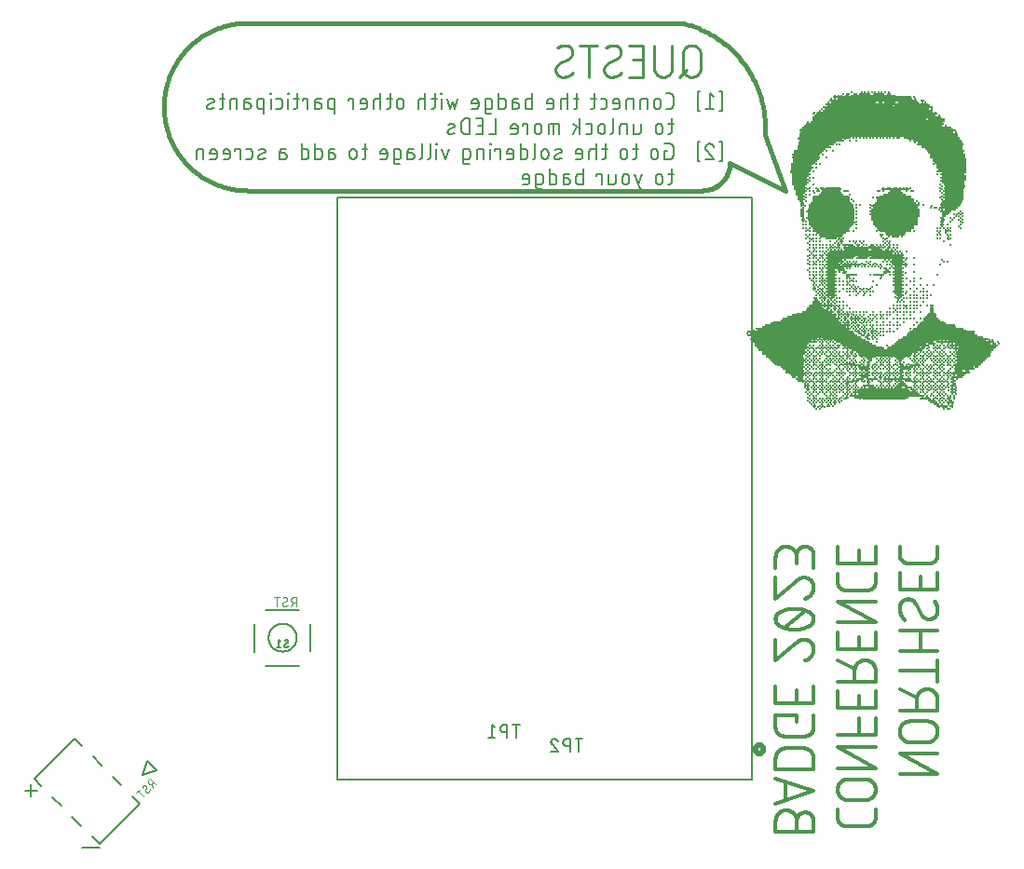
<source format=gbr>
G04 EAGLE Gerber RS-274X export*
G75*
%MOMM*%
%FSLAX34Y34*%
%LPD*%
%INSilkscreen Bottom*%
%IPPOS*%
%AMOC8*
5,1,8,0,0,1.08239X$1,22.5*%
G01*
%ADD10R,0.152400X0.152400*%
%ADD11R,0.457200X0.152400*%
%ADD12R,0.609600X0.152400*%
%ADD13R,1.066800X0.152400*%
%ADD14R,0.304800X0.152400*%
%ADD15R,0.762000X0.152400*%
%ADD16R,3.962400X0.152400*%
%ADD17R,5.029200X0.152400*%
%ADD18R,6.858000X0.152400*%
%ADD19R,5.638800X0.152400*%
%ADD20R,5.943600X0.152400*%
%ADD21R,4.724400X0.152400*%
%ADD22R,4.419600X0.152400*%
%ADD23R,2.590800X0.152400*%
%ADD24R,1.219200X0.152400*%
%ADD25R,1.524000X0.152400*%
%ADD26R,1.371600X0.152400*%
%ADD27R,1.676400X0.152400*%
%ADD28R,1.981200X0.152400*%
%ADD29R,2.286000X0.152400*%
%ADD30R,2.438400X0.152400*%
%ADD31R,2.743200X0.152400*%
%ADD32R,2.895600X0.152400*%
%ADD33R,3.200400X0.152400*%
%ADD34R,3.505200X0.152400*%
%ADD35R,3.048000X0.152400*%
%ADD36R,4.114800X0.152400*%
%ADD37R,4.267200X0.152400*%
%ADD38R,6.553200X0.152400*%
%ADD39R,3.810000X0.152400*%
%ADD40R,4.876800X0.152400*%
%ADD41R,5.334000X0.152400*%
%ADD42R,5.486400X0.152400*%
%ADD43R,6.096000X0.152400*%
%ADD44R,3.657600X0.152400*%
%ADD45R,7.924800X0.152400*%
%ADD46R,10.058400X0.152400*%
%ADD47R,7.315200X0.152400*%
%ADD48R,9.448800X0.152400*%
%ADD49R,9.753600X0.152400*%
%ADD50R,8.382000X0.152400*%
%ADD51R,8.686800X0.152400*%
%ADD52R,4.572000X0.152400*%
%ADD53R,7.620000X0.152400*%
%ADD54R,7.772400X0.152400*%
%ADD55R,3.352800X0.152400*%
%ADD56R,2.133600X0.152400*%
%ADD57R,0.914400X0.152400*%
%ADD58R,7.162800X0.152400*%
%ADD59R,1.828800X0.152400*%
%ADD60R,5.181600X0.152400*%
%ADD61R,14.478000X0.152400*%
%ADD62R,13.868400X0.152400*%
%ADD63R,14.325600X0.152400*%
%ADD64R,13.563600X0.152400*%
%ADD65R,12.649200X0.152400*%
%ADD66R,12.039600X0.152400*%
%ADD67R,10.363200X0.152400*%
%ADD68R,11.734800X0.152400*%
%ADD69R,11.125200X0.152400*%
%ADD70R,10.515600X0.152400*%
%ADD71R,9.601200X0.152400*%
%ADD72R,9.296400X0.152400*%
%ADD73R,8.077200X0.152400*%
%ADD74C,0.406400*%
%ADD75C,0.254000*%
%ADD76C,0.127000*%
%ADD77C,0.304800*%
%ADD78C,0.076200*%
%ADD79C,0.203200*%
%ADD80C,0.152400*%
%ADD81C,0.508000*%


D10*
X726440Y410972D03*
X729488Y410972D03*
X842264Y410972D03*
D11*
X846836Y410972D03*
D10*
X724916Y412496D03*
X727964Y412496D03*
X731012Y412496D03*
X734060Y412496D03*
X837692Y412496D03*
D12*
X843026Y412496D03*
D10*
X849884Y412496D03*
D11*
X724916Y414020D03*
D10*
X729488Y414020D03*
X732536Y414020D03*
D11*
X737108Y414020D03*
D10*
X741680Y414020D03*
D13*
X840740Y414020D03*
D14*
X849122Y414020D03*
D10*
X721868Y415544D03*
X724916Y415544D03*
X731012Y415544D03*
X737108Y415544D03*
X740156Y415544D03*
X743204Y415544D03*
D12*
X835406Y415544D03*
D10*
X840740Y415544D03*
X846836Y415544D03*
X849884Y415544D03*
X720344Y417068D03*
X723392Y417068D03*
X726440Y417068D03*
X729488Y417068D03*
X732536Y417068D03*
X735584Y417068D03*
X738632Y417068D03*
D11*
X743204Y417068D03*
D10*
X747776Y417068D03*
D15*
X833120Y417068D03*
D10*
X839216Y417068D03*
X842264Y417068D03*
D15*
X848360Y417068D03*
D10*
X718820Y418592D03*
X721868Y418592D03*
X724916Y418592D03*
X727964Y418592D03*
X731012Y418592D03*
X734060Y418592D03*
X737108Y418592D03*
X740156Y418592D03*
X743204Y418592D03*
X746252Y418592D03*
X749300Y418592D03*
D15*
X831596Y418592D03*
D10*
X837692Y418592D03*
X840740Y418592D03*
X843788Y418592D03*
D11*
X848360Y418592D03*
D10*
X720344Y420116D03*
X723392Y420116D03*
X726440Y420116D03*
X729488Y420116D03*
X732536Y420116D03*
X735584Y420116D03*
X738632Y420116D03*
X741680Y420116D03*
X744728Y420116D03*
X747776Y420116D03*
D11*
X752348Y420116D03*
D10*
X766064Y420116D03*
D16*
X788162Y420116D03*
D13*
X825500Y420116D03*
D10*
X833120Y420116D03*
X836168Y420116D03*
X839216Y420116D03*
X842264Y420116D03*
D11*
X846836Y420116D03*
D10*
X851408Y420116D03*
X718820Y421640D03*
X724916Y421640D03*
X737108Y421640D03*
X743204Y421640D03*
X749300Y421640D03*
D11*
X753872Y421640D03*
D17*
X785876Y421640D03*
D10*
X822452Y421640D03*
D11*
X827024Y421640D03*
D10*
X834644Y421640D03*
X840740Y421640D03*
D14*
X847598Y421640D03*
D10*
X851408Y421640D03*
X720344Y423164D03*
X723392Y423164D03*
X726440Y423164D03*
X735584Y423164D03*
X738632Y423164D03*
X741680Y423164D03*
X744728Y423164D03*
X750824Y423164D03*
X753872Y423164D03*
D18*
X790448Y423164D03*
D10*
X827024Y423164D03*
X830072Y423164D03*
X833120Y423164D03*
X836168Y423164D03*
X839216Y423164D03*
X842264Y423164D03*
X845312Y423164D03*
X848360Y423164D03*
X851408Y423164D03*
X718820Y424688D03*
X721868Y424688D03*
X727964Y424688D03*
X734060Y424688D03*
X740156Y424688D03*
X743204Y424688D03*
X752348Y424688D03*
X755396Y424688D03*
X758444Y424688D03*
X761492Y424688D03*
D19*
X791972Y424688D03*
D10*
X825500Y424688D03*
X831596Y424688D03*
X837692Y424688D03*
X840740Y424688D03*
X843788Y424688D03*
X849884Y424688D03*
X852932Y424688D03*
X717296Y426212D03*
X720344Y426212D03*
X723392Y426212D03*
X726440Y426212D03*
X729488Y426212D03*
X732536Y426212D03*
X735584Y426212D03*
X738632Y426212D03*
X741680Y426212D03*
X744728Y426212D03*
X747776Y426212D03*
X750824Y426212D03*
X753872Y426212D03*
X756920Y426212D03*
D20*
X788924Y426212D03*
D10*
X820928Y426212D03*
X823976Y426212D03*
X827024Y426212D03*
X833120Y426212D03*
X836168Y426212D03*
X839216Y426212D03*
X842264Y426212D03*
D12*
X850646Y426212D03*
D10*
X718820Y427736D03*
X724916Y427736D03*
X731012Y427736D03*
X737108Y427736D03*
X743204Y427736D03*
X749300Y427736D03*
X755396Y427736D03*
X761492Y427736D03*
D21*
X787400Y427736D03*
D11*
X814832Y427736D03*
D10*
X822452Y427736D03*
X828548Y427736D03*
X834644Y427736D03*
X840740Y427736D03*
X846836Y427736D03*
X849884Y427736D03*
X852932Y427736D03*
D11*
X718820Y429260D03*
D10*
X723392Y429260D03*
X726440Y429260D03*
X729488Y429260D03*
X732536Y429260D03*
X735584Y429260D03*
X738632Y429260D03*
X741680Y429260D03*
X744728Y429260D03*
X747776Y429260D03*
X750824Y429260D03*
X753872Y429260D03*
X756920Y429260D03*
X759968Y429260D03*
X763016Y429260D03*
D22*
X787400Y429260D03*
D11*
X813308Y429260D03*
D10*
X817880Y429260D03*
X820928Y429260D03*
X823976Y429260D03*
X827024Y429260D03*
X830072Y429260D03*
X833120Y429260D03*
X836168Y429260D03*
X839216Y429260D03*
X842264Y429260D03*
D12*
X850646Y429260D03*
D10*
X715772Y430784D03*
X718820Y430784D03*
X721868Y430784D03*
X724916Y430784D03*
X727964Y430784D03*
X731012Y430784D03*
X734060Y430784D03*
X737108Y430784D03*
X740156Y430784D03*
X743204Y430784D03*
X746252Y430784D03*
X749300Y430784D03*
X752348Y430784D03*
X755396Y430784D03*
X758444Y430784D03*
X761492Y430784D03*
X764540Y430784D03*
X767588Y430784D03*
X770636Y430784D03*
D15*
X776732Y430784D03*
D10*
X782828Y430784D03*
X785876Y430784D03*
X788924Y430784D03*
X791972Y430784D03*
X795020Y430784D03*
D15*
X801116Y430784D03*
X810260Y430784D03*
D10*
X816356Y430784D03*
X819404Y430784D03*
X822452Y430784D03*
X825500Y430784D03*
X828548Y430784D03*
X831596Y430784D03*
X834644Y430784D03*
X837692Y430784D03*
X840740Y430784D03*
X843788Y430784D03*
X846836Y430784D03*
X849884Y430784D03*
X852932Y430784D03*
D12*
X718058Y432308D03*
D10*
X723392Y432308D03*
X726440Y432308D03*
X729488Y432308D03*
X732536Y432308D03*
X735584Y432308D03*
X738632Y432308D03*
X741680Y432308D03*
X744728Y432308D03*
X747776Y432308D03*
X750824Y432308D03*
X753872Y432308D03*
X756920Y432308D03*
X759968Y432308D03*
X763016Y432308D03*
D13*
X773684Y432308D03*
D10*
X781304Y432308D03*
X784352Y432308D03*
X787400Y432308D03*
X790448Y432308D03*
X793496Y432308D03*
X796544Y432308D03*
D13*
X804164Y432308D03*
D10*
X814832Y432308D03*
X817880Y432308D03*
X820928Y432308D03*
X823976Y432308D03*
X827024Y432308D03*
X830072Y432308D03*
X833120Y432308D03*
X836168Y432308D03*
X839216Y432308D03*
X842264Y432308D03*
X845312Y432308D03*
D12*
X850646Y432308D03*
D10*
X715772Y433832D03*
X718820Y433832D03*
X724916Y433832D03*
X731012Y433832D03*
X737108Y433832D03*
X743204Y433832D03*
X749300Y433832D03*
D11*
X753872Y433832D03*
D10*
X761492Y433832D03*
X773684Y433832D03*
X785876Y433832D03*
X791972Y433832D03*
X798068Y433832D03*
D15*
X804164Y433832D03*
D10*
X816356Y433832D03*
X822452Y433832D03*
X828548Y433832D03*
X834644Y433832D03*
X840740Y433832D03*
X846836Y433832D03*
D11*
X851408Y433832D03*
D10*
X714248Y435356D03*
X717296Y435356D03*
X720344Y435356D03*
X723392Y435356D03*
X726440Y435356D03*
X729488Y435356D03*
X732536Y435356D03*
X735584Y435356D03*
X738632Y435356D03*
X741680Y435356D03*
X744728Y435356D03*
X747776Y435356D03*
X750824Y435356D03*
D15*
X756920Y435356D03*
D10*
X763016Y435356D03*
X769112Y435356D03*
D11*
X773684Y435356D03*
D10*
X784352Y435356D03*
X787400Y435356D03*
X790448Y435356D03*
X793496Y435356D03*
X799592Y435356D03*
D11*
X804164Y435356D03*
D12*
X815594Y435356D03*
D10*
X820928Y435356D03*
X823976Y435356D03*
X827024Y435356D03*
X830072Y435356D03*
X833120Y435356D03*
X836168Y435356D03*
X839216Y435356D03*
X842264Y435356D03*
X845312Y435356D03*
D11*
X849884Y435356D03*
D15*
X712724Y436880D03*
D10*
X718820Y436880D03*
X721868Y436880D03*
X727964Y436880D03*
X731012Y436880D03*
X734060Y436880D03*
X740156Y436880D03*
X743204Y436880D03*
X746252Y436880D03*
X752348Y436880D03*
X755396Y436880D03*
D15*
X761492Y436880D03*
D10*
X767588Y436880D03*
X770636Y436880D03*
X773684Y436880D03*
X776732Y436880D03*
X782828Y436880D03*
X788924Y436880D03*
X791972Y436880D03*
X795020Y436880D03*
X798068Y436880D03*
D11*
X802640Y436880D03*
D15*
X810260Y436880D03*
D10*
X816356Y436880D03*
X819404Y436880D03*
X825500Y436880D03*
X828548Y436880D03*
X831596Y436880D03*
X837692Y436880D03*
X840740Y436880D03*
X843788Y436880D03*
D11*
X851408Y436880D03*
D15*
X711200Y438404D03*
D10*
X717296Y438404D03*
X720344Y438404D03*
X723392Y438404D03*
X726440Y438404D03*
X729488Y438404D03*
X732536Y438404D03*
X735584Y438404D03*
X741680Y438404D03*
X744728Y438404D03*
X747776Y438404D03*
X750824Y438404D03*
X753872Y438404D03*
X756920Y438404D03*
X759968Y438404D03*
D15*
X766064Y438404D03*
D13*
X776732Y438404D03*
D10*
X784352Y438404D03*
D23*
X799592Y438404D03*
D10*
X814832Y438404D03*
X817880Y438404D03*
X820928Y438404D03*
X823976Y438404D03*
X827024Y438404D03*
X830072Y438404D03*
X833120Y438404D03*
X836168Y438404D03*
X839216Y438404D03*
X842264Y438404D03*
X845312Y438404D03*
D11*
X849884Y438404D03*
D10*
X854456Y438404D03*
D14*
X705866Y439928D03*
D12*
X711962Y439928D03*
D10*
X718820Y439928D03*
X724916Y439928D03*
X731012Y439928D03*
X737108Y439928D03*
X743204Y439928D03*
X749300Y439928D03*
X755396Y439928D03*
X761492Y439928D03*
D15*
X770636Y439928D03*
D10*
X779780Y439928D03*
D11*
X784352Y439928D03*
D10*
X788924Y439928D03*
X791972Y439928D03*
X798068Y439928D03*
D14*
X803402Y439928D03*
D10*
X810260Y439928D03*
X816356Y439928D03*
X822452Y439928D03*
X828548Y439928D03*
X834644Y439928D03*
X840740Y439928D03*
X846836Y439928D03*
D13*
X854456Y439928D03*
D24*
X708914Y441452D03*
D10*
X717296Y441452D03*
X720344Y441452D03*
X723392Y441452D03*
X726440Y441452D03*
X729488Y441452D03*
X732536Y441452D03*
X735584Y441452D03*
X738632Y441452D03*
X741680Y441452D03*
X744728Y441452D03*
X747776Y441452D03*
X750824Y441452D03*
X756920Y441452D03*
X759968Y441452D03*
X763016Y441452D03*
D13*
X770636Y441452D03*
D10*
X778256Y441452D03*
X781304Y441452D03*
X784352Y441452D03*
X787400Y441452D03*
X790448Y441452D03*
X793496Y441452D03*
X796544Y441452D03*
X799592Y441452D03*
D11*
X804164Y441452D03*
D10*
X808736Y441452D03*
X811784Y441452D03*
X817880Y441452D03*
X820928Y441452D03*
X823976Y441452D03*
X827024Y441452D03*
X833120Y441452D03*
X836168Y441452D03*
X839216Y441452D03*
X842264Y441452D03*
X845312Y441452D03*
X848360Y441452D03*
X851408Y441452D03*
D15*
X857504Y441452D03*
D25*
X708914Y442976D03*
D10*
X718820Y442976D03*
X721868Y442976D03*
X724916Y442976D03*
X727964Y442976D03*
X731012Y442976D03*
X734060Y442976D03*
X737108Y442976D03*
X740156Y442976D03*
X746252Y442976D03*
X749300Y442976D03*
X752348Y442976D03*
X758444Y442976D03*
X761492Y442976D03*
X764540Y442976D03*
X767588Y442976D03*
D11*
X772160Y442976D03*
D10*
X776732Y442976D03*
X779780Y442976D03*
X782828Y442976D03*
X785876Y442976D03*
X788924Y442976D03*
X791972Y442976D03*
X795020Y442976D03*
X798068Y442976D03*
D11*
X802640Y442976D03*
D10*
X807212Y442976D03*
X810260Y442976D03*
X819404Y442976D03*
X822452Y442976D03*
X825500Y442976D03*
X828548Y442976D03*
X834644Y442976D03*
X837692Y442976D03*
X843788Y442976D03*
X846836Y442976D03*
D26*
X855980Y442976D03*
D27*
X706628Y444500D03*
D10*
X717296Y444500D03*
X720344Y444500D03*
X726440Y444500D03*
X729488Y444500D03*
X732536Y444500D03*
X735584Y444500D03*
X738632Y444500D03*
X741680Y444500D03*
X744728Y444500D03*
X747776Y444500D03*
X750824Y444500D03*
X756920Y444500D03*
X759968Y444500D03*
X763016Y444500D03*
X766064Y444500D03*
X769112Y444500D03*
D11*
X773684Y444500D03*
D10*
X778256Y444500D03*
X781304Y444500D03*
X784352Y444500D03*
X790448Y444500D03*
X793496Y444500D03*
X796544Y444500D03*
X799592Y444500D03*
D11*
X804164Y444500D03*
D10*
X808736Y444500D03*
X811784Y444500D03*
X814832Y444500D03*
X817880Y444500D03*
X820928Y444500D03*
X823976Y444500D03*
X827024Y444500D03*
X830072Y444500D03*
X833120Y444500D03*
X836168Y444500D03*
X839216Y444500D03*
X842264Y444500D03*
X845312Y444500D03*
X848360Y444500D03*
D25*
X858266Y444500D03*
D27*
X706628Y446024D03*
D10*
X718820Y446024D03*
X731012Y446024D03*
X737108Y446024D03*
X743204Y446024D03*
X749300Y446024D03*
X755396Y446024D03*
X761492Y446024D03*
X767588Y446024D03*
D11*
X772160Y446024D03*
D10*
X779780Y446024D03*
X791972Y446024D03*
X798068Y446024D03*
D14*
X803402Y446024D03*
D10*
X810260Y446024D03*
X816356Y446024D03*
X822452Y446024D03*
X828548Y446024D03*
X834644Y446024D03*
X840740Y446024D03*
X846836Y446024D03*
D15*
X855980Y446024D03*
D11*
X863600Y446024D03*
D28*
X705104Y447548D03*
D10*
X717296Y447548D03*
X720344Y447548D03*
X723392Y447548D03*
X726440Y447548D03*
X729488Y447548D03*
X732536Y447548D03*
X735584Y447548D03*
X738632Y447548D03*
X744728Y447548D03*
X747776Y447548D03*
X750824Y447548D03*
X753872Y447548D03*
X756920Y447548D03*
X759968Y447548D03*
X763016Y447548D03*
D13*
X770636Y447548D03*
D10*
X778256Y447548D03*
X781304Y447548D03*
X784352Y447548D03*
X787400Y447548D03*
X790448Y447548D03*
X793496Y447548D03*
X796544Y447548D03*
X799592Y447548D03*
D13*
X807212Y447548D03*
D10*
X814832Y447548D03*
X817880Y447548D03*
X820928Y447548D03*
X823976Y447548D03*
X827024Y447548D03*
X830072Y447548D03*
X833120Y447548D03*
X836168Y447548D03*
X839216Y447548D03*
X842264Y447548D03*
X848360Y447548D03*
D28*
X860552Y447548D03*
D29*
X705104Y449072D03*
D10*
X718820Y449072D03*
X721868Y449072D03*
X727964Y449072D03*
X731012Y449072D03*
X734060Y449072D03*
X746252Y449072D03*
X752348Y449072D03*
X755396Y449072D03*
X758444Y449072D03*
X761492Y449072D03*
D13*
X769112Y449072D03*
D10*
X776732Y449072D03*
X779780Y449072D03*
X782828Y449072D03*
X788924Y449072D03*
X791972Y449072D03*
X795020Y449072D03*
D26*
X807212Y449072D03*
D10*
X816356Y449072D03*
X819404Y449072D03*
X825500Y449072D03*
X828548Y449072D03*
X831596Y449072D03*
X837692Y449072D03*
X840740Y449072D03*
X849884Y449072D03*
D27*
X860552Y449072D03*
D14*
X871982Y449072D03*
D30*
X702818Y450596D03*
D10*
X717296Y450596D03*
X720344Y450596D03*
X723392Y450596D03*
X726440Y450596D03*
X729488Y450596D03*
X732536Y450596D03*
X735584Y450596D03*
X738632Y450596D03*
X744728Y450596D03*
X747776Y450596D03*
X750824Y450596D03*
X753872Y450596D03*
D13*
X761492Y450596D03*
D10*
X769112Y450596D03*
D11*
X773684Y450596D03*
D10*
X778256Y450596D03*
X781304Y450596D03*
X784352Y450596D03*
X787400Y450596D03*
X790448Y450596D03*
X793496Y450596D03*
X796544Y450596D03*
X799592Y450596D03*
D11*
X804164Y450596D03*
D10*
X808736Y450596D03*
D13*
X816356Y450596D03*
D10*
X823976Y450596D03*
X827024Y450596D03*
X830072Y450596D03*
X833120Y450596D03*
X836168Y450596D03*
X839216Y450596D03*
X842264Y450596D03*
X845312Y450596D03*
X848360Y450596D03*
D30*
X862838Y450596D03*
D31*
X701294Y452120D03*
D10*
X718820Y452120D03*
X724916Y452120D03*
X731012Y452120D03*
X737108Y452120D03*
X743204Y452120D03*
X749300Y452120D03*
D13*
X756920Y452120D03*
D10*
X767588Y452120D03*
X773684Y452120D03*
X779780Y452120D03*
X785876Y452120D03*
X791972Y452120D03*
X798068Y452120D03*
D14*
X803402Y452120D03*
D10*
X810260Y452120D03*
D11*
X817880Y452120D03*
D10*
X822452Y452120D03*
X834644Y452120D03*
X840740Y452120D03*
X846836Y452120D03*
D30*
X864362Y452120D03*
D32*
X700532Y453644D03*
D10*
X717296Y453644D03*
X720344Y453644D03*
X723392Y453644D03*
X726440Y453644D03*
X729488Y453644D03*
X732536Y453644D03*
X735584Y453644D03*
X738632Y453644D03*
X741680Y453644D03*
X744728Y453644D03*
X747776Y453644D03*
X750824Y453644D03*
X753872Y453644D03*
X756920Y453644D03*
X759968Y453644D03*
X763016Y453644D03*
X766064Y453644D03*
X769112Y453644D03*
D11*
X773684Y453644D03*
D10*
X781304Y453644D03*
X784352Y453644D03*
X787400Y453644D03*
X790448Y453644D03*
X793496Y453644D03*
X799592Y453644D03*
X802640Y453644D03*
X805688Y453644D03*
X814832Y453644D03*
X817880Y453644D03*
X820928Y453644D03*
X823976Y453644D03*
X833120Y453644D03*
X836168Y453644D03*
X839216Y453644D03*
X842264Y453644D03*
X845312Y453644D03*
X848360Y453644D03*
X851408Y453644D03*
D30*
X865886Y453644D03*
D33*
X700532Y455168D03*
D10*
X718820Y455168D03*
X721868Y455168D03*
X724916Y455168D03*
X727964Y455168D03*
X734060Y455168D03*
X737108Y455168D03*
X740156Y455168D03*
X743204Y455168D03*
X746252Y455168D03*
X749300Y455168D03*
X752348Y455168D03*
X758444Y455168D03*
X761492Y455168D03*
X767588Y455168D03*
X770636Y455168D03*
D11*
X775208Y455168D03*
D10*
X782828Y455168D03*
X785876Y455168D03*
X788924Y455168D03*
X791972Y455168D03*
X798068Y455168D03*
D11*
X802640Y455168D03*
D10*
X813308Y455168D03*
X816356Y455168D03*
X819404Y455168D03*
X822452Y455168D03*
X825500Y455168D03*
X831596Y455168D03*
X834644Y455168D03*
X837692Y455168D03*
X840740Y455168D03*
X843788Y455168D03*
X846836Y455168D03*
X849884Y455168D03*
D31*
X865886Y455168D03*
D33*
X699008Y456692D03*
D10*
X717296Y456692D03*
X720344Y456692D03*
X723392Y456692D03*
X726440Y456692D03*
X729488Y456692D03*
X735584Y456692D03*
X738632Y456692D03*
X741680Y456692D03*
X744728Y456692D03*
X747776Y456692D03*
X750824Y456692D03*
X753872Y456692D03*
X756920Y456692D03*
X759968Y456692D03*
X769112Y456692D03*
D12*
X774446Y456692D03*
D10*
X781304Y456692D03*
X784352Y456692D03*
X787400Y456692D03*
X790448Y456692D03*
X793496Y456692D03*
D15*
X802640Y456692D03*
D10*
X811784Y456692D03*
X814832Y456692D03*
X817880Y456692D03*
X820928Y456692D03*
X823976Y456692D03*
X827024Y456692D03*
X830072Y456692D03*
X833120Y456692D03*
X836168Y456692D03*
X839216Y456692D03*
X842264Y456692D03*
X845312Y456692D03*
X848360Y456692D03*
X851408Y456692D03*
D31*
X867410Y456692D03*
D34*
X697484Y458216D03*
D10*
X718820Y458216D03*
X724916Y458216D03*
X737108Y458216D03*
X743204Y458216D03*
X749300Y458216D03*
X755396Y458216D03*
X761492Y458216D03*
X767588Y458216D03*
D13*
X775208Y458216D03*
D10*
X785876Y458216D03*
X788924Y458216D03*
X791972Y458216D03*
X795020Y458216D03*
D13*
X802640Y458216D03*
D10*
X810260Y458216D03*
X816356Y458216D03*
X822452Y458216D03*
X828548Y458216D03*
X834644Y458216D03*
X840740Y458216D03*
X846836Y458216D03*
D35*
X867410Y458216D03*
D34*
X697484Y459740D03*
D10*
X717296Y459740D03*
X720344Y459740D03*
X723392Y459740D03*
X726440Y459740D03*
X729488Y459740D03*
X735584Y459740D03*
X738632Y459740D03*
X741680Y459740D03*
X744728Y459740D03*
X747776Y459740D03*
X750824Y459740D03*
X753872Y459740D03*
X756920Y459740D03*
X759968Y459740D03*
X763016Y459740D03*
D21*
X788924Y459740D03*
D10*
X814832Y459740D03*
X817880Y459740D03*
X820928Y459740D03*
X823976Y459740D03*
X827024Y459740D03*
X830072Y459740D03*
X833120Y459740D03*
X836168Y459740D03*
X839216Y459740D03*
X842264Y459740D03*
X845312Y459740D03*
X848360Y459740D03*
X851408Y459740D03*
D35*
X868934Y459740D03*
D16*
X696722Y461264D03*
D10*
X718820Y461264D03*
X721868Y461264D03*
X727964Y461264D03*
X731012Y461264D03*
X734060Y461264D03*
X740156Y461264D03*
X743204Y461264D03*
X746252Y461264D03*
X752348Y461264D03*
X755396Y461264D03*
X758444Y461264D03*
X761492Y461264D03*
D17*
X788924Y461264D03*
D10*
X816356Y461264D03*
X819404Y461264D03*
X825500Y461264D03*
X828548Y461264D03*
X831596Y461264D03*
X837692Y461264D03*
X840740Y461264D03*
X843788Y461264D03*
X849884Y461264D03*
D33*
X868172Y461264D03*
D36*
X697484Y462788D03*
D10*
X720344Y462788D03*
X723392Y462788D03*
X726440Y462788D03*
X729488Y462788D03*
X732536Y462788D03*
X735584Y462788D03*
X738632Y462788D03*
X741680Y462788D03*
X744728Y462788D03*
X747776Y462788D03*
X750824Y462788D03*
X753872Y462788D03*
D11*
X758444Y462788D03*
D19*
X790448Y462788D03*
D10*
X820928Y462788D03*
X823976Y462788D03*
X827024Y462788D03*
X830072Y462788D03*
X833120Y462788D03*
X836168Y462788D03*
X839216Y462788D03*
X842264Y462788D03*
X848360Y462788D03*
X851408Y462788D03*
D33*
X869696Y462788D03*
D37*
X695198Y464312D03*
D10*
X718820Y464312D03*
X724916Y464312D03*
X731012Y464312D03*
X737108Y464312D03*
X743204Y464312D03*
X755396Y464312D03*
D38*
X790448Y464312D03*
D10*
X828548Y464312D03*
X834644Y464312D03*
X840740Y464312D03*
X852932Y464312D03*
D33*
X871220Y464312D03*
D22*
X695960Y465836D03*
D10*
X720344Y465836D03*
X723392Y465836D03*
X726440Y465836D03*
X729488Y465836D03*
X732536Y465836D03*
X735584Y465836D03*
X738632Y465836D03*
X741680Y465836D03*
X744728Y465836D03*
X750824Y465836D03*
X753872Y465836D03*
D33*
X772160Y465836D03*
D34*
X807212Y465836D03*
D10*
X827024Y465836D03*
X833120Y465836D03*
X836168Y465836D03*
X839216Y465836D03*
X842264Y465836D03*
X848360Y465836D03*
D39*
X869696Y465836D03*
D21*
X695960Y467360D03*
D10*
X721868Y467360D03*
X727964Y467360D03*
X731012Y467360D03*
X734060Y467360D03*
X737108Y467360D03*
X740156Y467360D03*
X743204Y467360D03*
X746252Y467360D03*
X752348Y467360D03*
D33*
X770636Y467360D03*
D32*
X805688Y467360D03*
D11*
X823976Y467360D03*
D10*
X828548Y467360D03*
X834644Y467360D03*
X837692Y467360D03*
X843788Y467360D03*
X846836Y467360D03*
X849884Y467360D03*
X852932Y467360D03*
D34*
X872744Y467360D03*
D21*
X694436Y468884D03*
D10*
X720344Y468884D03*
X723392Y468884D03*
X729488Y468884D03*
X732536Y468884D03*
X735584Y468884D03*
X738632Y468884D03*
X741680Y468884D03*
D11*
X746252Y468884D03*
D35*
X765302Y468884D03*
D10*
X790448Y468884D03*
D34*
X811784Y468884D03*
D10*
X833120Y468884D03*
X836168Y468884D03*
X839216Y468884D03*
X842264Y468884D03*
X845312Y468884D03*
D22*
X869696Y468884D03*
D40*
X695198Y470408D03*
D10*
X731012Y470408D03*
X737108Y470408D03*
X743204Y470408D03*
D32*
X763016Y470408D03*
X811784Y470408D03*
D15*
X831596Y470408D03*
D10*
X840740Y470408D03*
X846836Y470408D03*
X849884Y470408D03*
D33*
X868172Y470408D03*
D11*
X887984Y470408D03*
D10*
X892556Y470408D03*
D20*
X697484Y471932D03*
D10*
X729488Y471932D03*
X732536Y471932D03*
X735584Y471932D03*
X738632Y471932D03*
X741680Y471932D03*
D35*
X759206Y471932D03*
D10*
X781304Y471932D03*
D34*
X816356Y471932D03*
D41*
X862076Y471932D03*
D10*
X891032Y471932D03*
D42*
X695198Y473456D03*
D10*
X724916Y473456D03*
X727964Y473456D03*
X731012Y473456D03*
X734060Y473456D03*
X737108Y473456D03*
X740156Y473456D03*
D32*
X756920Y473456D03*
D39*
X819404Y473456D03*
D10*
X840740Y473456D03*
X843788Y473456D03*
D34*
X863600Y473456D03*
D10*
X883412Y473456D03*
X886460Y473456D03*
D43*
X696722Y474980D03*
D10*
X729488Y474980D03*
D44*
X750062Y474980D03*
D11*
X773684Y474980D03*
D10*
X778256Y474980D03*
X781304Y474980D03*
D45*
X843026Y474980D03*
D46*
X716534Y476504D03*
D11*
X772160Y476504D03*
D10*
X776732Y476504D03*
X779780Y476504D03*
D47*
X841502Y476504D03*
D46*
X713486Y478028D03*
D14*
X768350Y478028D03*
D11*
X773684Y478028D03*
D10*
X778256Y478028D03*
X781304Y478028D03*
X784352Y478028D03*
X787400Y478028D03*
D38*
X840740Y478028D03*
D10*
X663956Y479552D03*
D48*
X713486Y479552D03*
D11*
X766064Y479552D03*
D10*
X770636Y479552D03*
X773684Y479552D03*
X776732Y479552D03*
X779780Y479552D03*
X782828Y479552D03*
D43*
X839978Y479552D03*
D49*
X711962Y481076D03*
D11*
X764540Y481076D03*
X770636Y481076D03*
X776732Y481076D03*
D10*
X781304Y481076D03*
X784352Y481076D03*
X787400Y481076D03*
X790448Y481076D03*
X793496Y481076D03*
X796544Y481076D03*
D20*
X840740Y481076D03*
D11*
X668528Y482600D03*
D50*
X714248Y482600D03*
D10*
X761492Y482600D03*
X764540Y482600D03*
X767588Y482600D03*
X770636Y482600D03*
X773684Y482600D03*
X776732Y482600D03*
X779780Y482600D03*
D17*
X837692Y482600D03*
D51*
X714248Y484124D03*
D10*
X759968Y484124D03*
X763016Y484124D03*
X766064Y484124D03*
X769112Y484124D03*
X772160Y484124D03*
X775208Y484124D03*
X778256Y484124D03*
X781304Y484124D03*
X784352Y484124D03*
X787400Y484124D03*
X793496Y484124D03*
X799592Y484124D03*
X811784Y484124D03*
D52*
X836930Y484124D03*
D53*
X715010Y485648D03*
D10*
X755396Y485648D03*
X758444Y485648D03*
X761492Y485648D03*
X764540Y485648D03*
X767588Y485648D03*
X770636Y485648D03*
X776732Y485648D03*
D44*
X835406Y485648D03*
D54*
X718820Y487172D03*
D10*
X759968Y487172D03*
D11*
X764540Y487172D03*
D10*
X769112Y487172D03*
X772160Y487172D03*
X775208Y487172D03*
X778256Y487172D03*
X781304Y487172D03*
X784352Y487172D03*
X787400Y487172D03*
X790448Y487172D03*
X793496Y487172D03*
X796544Y487172D03*
X799592Y487172D03*
X802640Y487172D03*
X814832Y487172D03*
D55*
X835406Y487172D03*
D38*
X717296Y488696D03*
D10*
X752348Y488696D03*
X755396Y488696D03*
X758444Y488696D03*
X761492Y488696D03*
X767588Y488696D03*
D30*
X832358Y488696D03*
D43*
X718058Y490220D03*
D10*
X750824Y490220D03*
D11*
X755396Y490220D03*
D10*
X759968Y490220D03*
X763016Y490220D03*
X766064Y490220D03*
X769112Y490220D03*
X772160Y490220D03*
X775208Y490220D03*
X781304Y490220D03*
X787400Y490220D03*
X793496Y490220D03*
X799592Y490220D03*
X805688Y490220D03*
X817880Y490220D03*
D56*
X832358Y490220D03*
D41*
X720344Y491744D03*
D10*
X749300Y491744D03*
X752348Y491744D03*
X755396Y491744D03*
X758444Y491744D03*
X761492Y491744D03*
X764540Y491744D03*
X767588Y491744D03*
X770636Y491744D03*
X773684Y491744D03*
X776732Y491744D03*
D25*
X830834Y491744D03*
D41*
X721868Y493268D03*
D11*
X752348Y493268D03*
D13*
X761492Y493268D03*
D11*
X770636Y493268D03*
D10*
X775208Y493268D03*
X778256Y493268D03*
X781304Y493268D03*
X784352Y493268D03*
X787400Y493268D03*
X790448Y493268D03*
X796544Y493268D03*
X799592Y493268D03*
X802640Y493268D03*
X805688Y493268D03*
X808736Y493268D03*
X811784Y493268D03*
X814832Y493268D03*
X820928Y493268D03*
D26*
X830072Y493268D03*
D22*
X721868Y494792D03*
D10*
X746252Y494792D03*
X749300Y494792D03*
X752348Y494792D03*
X755396Y494792D03*
X758444Y494792D03*
X761492Y494792D03*
X764540Y494792D03*
X767588Y494792D03*
X773684Y494792D03*
X779780Y494792D03*
X785876Y494792D03*
D13*
X830072Y494792D03*
D36*
X724916Y496316D03*
D10*
X747776Y496316D03*
X750824Y496316D03*
D11*
X755396Y496316D03*
D10*
X759968Y496316D03*
X763016Y496316D03*
X766064Y496316D03*
X769112Y496316D03*
X775208Y496316D03*
X778256Y496316D03*
X781304Y496316D03*
X784352Y496316D03*
X787400Y496316D03*
X790448Y496316D03*
X793496Y496316D03*
X799592Y496316D03*
X805688Y496316D03*
X811784Y496316D03*
D57*
X830834Y496316D03*
D33*
X724916Y497840D03*
D10*
X743204Y497840D03*
X746252Y497840D03*
X749300Y497840D03*
X752348Y497840D03*
X755396Y497840D03*
X758444Y497840D03*
D15*
X831596Y497840D03*
D32*
X727964Y499364D03*
D11*
X746252Y499364D03*
D10*
X750824Y499364D03*
X753872Y499364D03*
X756920Y499364D03*
X759968Y499364D03*
X763016Y499364D03*
X766064Y499364D03*
X769112Y499364D03*
X772160Y499364D03*
X778256Y499364D03*
X784352Y499364D03*
X790448Y499364D03*
X793496Y499364D03*
X796544Y499364D03*
X799592Y499364D03*
X802640Y499364D03*
X805688Y499364D03*
X808736Y499364D03*
X811784Y499364D03*
X814832Y499364D03*
X820928Y499364D03*
D11*
X831596Y499364D03*
D56*
X727202Y500888D03*
D10*
X740156Y500888D03*
X743204Y500888D03*
X746252Y500888D03*
X749300Y500888D03*
X798068Y500888D03*
D11*
X831596Y500888D03*
D25*
X725678Y502412D03*
D11*
X737108Y502412D03*
X743204Y502412D03*
D10*
X747776Y502412D03*
X750824Y502412D03*
X756920Y502412D03*
X793496Y502412D03*
X796544Y502412D03*
X799592Y502412D03*
X802640Y502412D03*
X805688Y502412D03*
X808736Y502412D03*
X811784Y502412D03*
X814832Y502412D03*
X817880Y502412D03*
D14*
X830834Y502412D03*
D24*
X725678Y503936D03*
D10*
X734060Y503936D03*
X737108Y503936D03*
X740156Y503936D03*
X743204Y503936D03*
X746252Y503936D03*
X807212Y503936D03*
X831596Y503936D03*
D29*
X731012Y505460D03*
D10*
X744728Y505460D03*
X747776Y505460D03*
X750824Y505460D03*
X753872Y505460D03*
X796544Y505460D03*
X799592Y505460D03*
X802640Y505460D03*
X805688Y505460D03*
X808736Y505460D03*
X811784Y505460D03*
X814832Y505460D03*
X817880Y505460D03*
X820928Y505460D03*
X827024Y505460D03*
D14*
X830834Y505460D03*
D57*
X727202Y506984D03*
D10*
X734060Y506984D03*
X737108Y506984D03*
X740156Y506984D03*
X743204Y506984D03*
D15*
X726440Y508508D03*
D10*
X732536Y508508D03*
D11*
X737108Y508508D03*
D10*
X741680Y508508D03*
X744728Y508508D03*
X747776Y508508D03*
X750824Y508508D03*
X799592Y508508D03*
X802640Y508508D03*
X805688Y508508D03*
X811784Y508508D03*
X814832Y508508D03*
X817880Y508508D03*
X823976Y508508D03*
D11*
X726440Y510032D03*
D10*
X731012Y510032D03*
X734060Y510032D03*
X737108Y510032D03*
X740156Y510032D03*
X743204Y510032D03*
X801116Y510032D03*
X804164Y510032D03*
D14*
X725678Y511556D03*
D10*
X729488Y511556D03*
D11*
X734060Y511556D03*
X740156Y511556D03*
D10*
X744728Y511556D03*
X747776Y511556D03*
D11*
X801116Y511556D03*
D10*
X805688Y511556D03*
X808736Y511556D03*
X811784Y511556D03*
X814832Y511556D03*
X817880Y511556D03*
X820928Y511556D03*
X823976Y511556D03*
X827024Y511556D03*
X731012Y513080D03*
X734060Y513080D03*
X737108Y513080D03*
D11*
X741680Y513080D03*
D10*
X798068Y513080D03*
D11*
X802640Y513080D03*
D10*
X726440Y514604D03*
X729488Y514604D03*
X732536Y514604D03*
D13*
X740156Y514604D03*
D10*
X756920Y514604D03*
X763016Y514604D03*
X769112Y514604D03*
X775208Y514604D03*
D15*
X802640Y514604D03*
D10*
X811784Y514604D03*
X814832Y514604D03*
X817880Y514604D03*
X823976Y514604D03*
X827024Y514604D03*
X830072Y514604D03*
X727964Y516128D03*
X731012Y516128D03*
X734060Y516128D03*
D15*
X740156Y516128D03*
D10*
X764540Y516128D03*
X770636Y516128D03*
D15*
X801116Y516128D03*
D10*
X807212Y516128D03*
X726440Y517652D03*
X729488Y517652D03*
X732536Y517652D03*
D13*
X740156Y517652D03*
D10*
X747776Y517652D03*
X753872Y517652D03*
X756920Y517652D03*
X759968Y517652D03*
X763016Y517652D03*
X766064Y517652D03*
X769112Y517652D03*
X772160Y517652D03*
X775208Y517652D03*
X778256Y517652D03*
D13*
X801116Y517652D03*
D10*
X808736Y517652D03*
X814832Y517652D03*
X820928Y517652D03*
X823976Y517652D03*
X827024Y517652D03*
X724916Y519176D03*
X727964Y519176D03*
X731012Y519176D03*
D15*
X740156Y519176D03*
D10*
X761492Y519176D03*
X767588Y519176D03*
X773684Y519176D03*
D15*
X801116Y519176D03*
D11*
X724916Y520700D03*
D10*
X729488Y520700D03*
X732536Y520700D03*
D13*
X740156Y520700D03*
D10*
X750824Y520700D03*
X753872Y520700D03*
X756920Y520700D03*
X759968Y520700D03*
X763016Y520700D03*
X766064Y520700D03*
X769112Y520700D03*
X772160Y520700D03*
X775208Y520700D03*
D57*
X801878Y520700D03*
D10*
X811784Y520700D03*
X817880Y520700D03*
X823976Y520700D03*
X724916Y522224D03*
X727964Y522224D03*
X734060Y522224D03*
D15*
X740156Y522224D03*
D10*
X758444Y522224D03*
X761492Y522224D03*
X764540Y522224D03*
X776732Y522224D03*
D15*
X801116Y522224D03*
D10*
X723392Y523748D03*
X726440Y523748D03*
X729488Y523748D03*
X732536Y523748D03*
D13*
X740156Y523748D03*
D10*
X747776Y523748D03*
X750824Y523748D03*
X753872Y523748D03*
X756920Y523748D03*
X759968Y523748D03*
X781304Y523748D03*
D13*
X801116Y523748D03*
D10*
X808736Y523748D03*
X814832Y523748D03*
X820928Y523748D03*
X827024Y523748D03*
X833120Y523748D03*
X724916Y525272D03*
X731012Y525272D03*
X734060Y525272D03*
D15*
X740156Y525272D03*
D10*
X755396Y525272D03*
D15*
X801116Y525272D03*
D10*
X723392Y526796D03*
X726440Y526796D03*
X729488Y526796D03*
X732536Y526796D03*
D13*
X740156Y526796D03*
D10*
X747776Y526796D03*
X750824Y526796D03*
X753872Y526796D03*
X756920Y526796D03*
X759968Y526796D03*
X763016Y526796D03*
X778256Y526796D03*
D13*
X801116Y526796D03*
D10*
X811784Y526796D03*
X814832Y526796D03*
X721868Y528320D03*
X731012Y528320D03*
X734060Y528320D03*
D15*
X740156Y528320D03*
D10*
X758444Y528320D03*
D15*
X801116Y528320D03*
D10*
X720344Y529844D03*
X723392Y529844D03*
X726440Y529844D03*
X729488Y529844D03*
X732536Y529844D03*
D13*
X740156Y529844D03*
D10*
X747776Y529844D03*
X753872Y529844D03*
X756920Y529844D03*
X759968Y529844D03*
X784352Y529844D03*
D13*
X801116Y529844D03*
D10*
X808736Y529844D03*
X814832Y529844D03*
X820928Y529844D03*
X724916Y531368D03*
X731012Y531368D03*
D15*
X740156Y531368D03*
D14*
X754634Y531368D03*
D10*
X785876Y531368D03*
D15*
X801116Y531368D03*
D10*
X720344Y532892D03*
X723392Y532892D03*
X726440Y532892D03*
X729488Y532892D03*
X732536Y532892D03*
D13*
X740156Y532892D03*
X758444Y532892D03*
D10*
X775208Y532892D03*
D13*
X782828Y532892D03*
D10*
X793496Y532892D03*
D13*
X801116Y532892D03*
D10*
X836168Y532892D03*
D15*
X740156Y534416D03*
D14*
X751586Y534416D03*
D11*
X788924Y534416D03*
D15*
X801116Y534416D03*
D10*
X807212Y534416D03*
X720344Y535940D03*
X723392Y535940D03*
X726440Y535940D03*
X729488Y535940D03*
X732536Y535940D03*
D13*
X740156Y535940D03*
D10*
X747776Y535940D03*
D11*
X752348Y535940D03*
D15*
X790448Y535940D03*
D13*
X801116Y535940D03*
D10*
X814832Y535940D03*
X718820Y537464D03*
X731012Y537464D03*
D15*
X740156Y537464D03*
X749300Y537464D03*
D11*
X790448Y537464D03*
D15*
X801116Y537464D03*
D10*
X720344Y538988D03*
X723392Y538988D03*
X726440Y538988D03*
X729488Y538988D03*
X732536Y538988D03*
D27*
X743204Y538988D03*
D10*
X753872Y538988D03*
X756920Y538988D03*
X784352Y538988D03*
D11*
X788924Y538988D03*
D10*
X793496Y538988D03*
D13*
X801116Y538988D03*
D10*
X734060Y540512D03*
D29*
X747776Y540512D03*
D10*
X761492Y540512D03*
X764540Y540512D03*
X767588Y540512D03*
X770636Y540512D03*
X773684Y540512D03*
X776732Y540512D03*
X779780Y540512D03*
X782828Y540512D03*
X785876Y540512D03*
X795020Y540512D03*
D15*
X801116Y540512D03*
D10*
X807212Y540512D03*
X720344Y542036D03*
X723392Y542036D03*
X726440Y542036D03*
X729488Y542036D03*
X732536Y542036D03*
D26*
X741680Y542036D03*
D27*
X758444Y542036D03*
D11*
X770636Y542036D03*
D10*
X775208Y542036D03*
X778256Y542036D03*
X781304Y542036D03*
X784352Y542036D03*
X790448Y542036D03*
X793496Y542036D03*
D26*
X802640Y542036D03*
D10*
X814832Y542036D03*
X839216Y542036D03*
X718820Y543560D03*
X724916Y543560D03*
D13*
X741680Y543560D03*
D10*
X749300Y543560D03*
X752348Y543560D03*
X755396Y543560D03*
X758444Y543560D03*
X761492Y543560D03*
X767588Y543560D03*
X773684Y543560D03*
X779780Y543560D03*
D13*
X799592Y543560D03*
D10*
X807212Y543560D03*
X720344Y545084D03*
X723392Y545084D03*
X726440Y545084D03*
X729488Y545084D03*
X732536Y545084D03*
D27*
X743204Y545084D03*
D10*
X753872Y545084D03*
X756920Y545084D03*
X759968Y545084D03*
X763016Y545084D03*
X772160Y545084D03*
X775208Y545084D03*
X787400Y545084D03*
X790448Y545084D03*
D26*
X799592Y545084D03*
D10*
X842264Y545084D03*
X845312Y545084D03*
X718820Y546608D03*
X727964Y546608D03*
X734060Y546608D03*
D26*
X743204Y546608D03*
D10*
X752348Y546608D03*
X788924Y546608D03*
X791972Y546608D03*
D13*
X799592Y546608D03*
D10*
X807212Y546608D03*
X840740Y546608D03*
X720344Y548132D03*
X723392Y548132D03*
X726440Y548132D03*
X729488Y548132D03*
X732536Y548132D03*
D23*
X747776Y548132D03*
D13*
X767588Y548132D03*
D33*
X790448Y548132D03*
D10*
X808736Y548132D03*
X814832Y548132D03*
X718820Y549656D03*
X724916Y549656D03*
X731012Y549656D03*
D23*
X749300Y549656D03*
D13*
X769112Y549656D03*
D32*
X790448Y549656D03*
D10*
X720344Y551180D03*
X723392Y551180D03*
X726440Y551180D03*
X729488Y551180D03*
X732536Y551180D03*
D58*
X770636Y551180D03*
D10*
X721868Y552704D03*
X734060Y552704D03*
D20*
X766064Y552704D03*
D10*
X798068Y552704D03*
X801116Y552704D03*
X804164Y552704D03*
X720344Y554228D03*
X723392Y554228D03*
X726440Y554228D03*
X729488Y554228D03*
X732536Y554228D03*
X735584Y554228D03*
D20*
X767588Y554228D03*
D10*
X799592Y554228D03*
X802640Y554228D03*
X808736Y554228D03*
X718820Y555752D03*
X724916Y555752D03*
X737108Y555752D03*
X740156Y555752D03*
X743204Y555752D03*
X746252Y555752D03*
X749300Y555752D03*
D29*
X763016Y555752D03*
D13*
X781304Y555752D03*
D11*
X790448Y555752D03*
D10*
X795020Y555752D03*
X798068Y555752D03*
X720344Y557276D03*
X723392Y557276D03*
X726440Y557276D03*
X729488Y557276D03*
X732536Y557276D03*
X735584Y557276D03*
X738632Y557276D03*
X741680Y557276D03*
X744728Y557276D03*
X747776Y557276D03*
D34*
X767588Y557276D03*
D10*
X787400Y557276D03*
D11*
X791972Y557276D03*
D10*
X796544Y557276D03*
X799592Y557276D03*
X740156Y558800D03*
X743204Y558800D03*
X746252Y558800D03*
X752348Y558800D03*
D15*
X758444Y558800D03*
D10*
X764540Y558800D03*
X767588Y558800D03*
D15*
X776732Y558800D03*
D10*
X782828Y558800D03*
X785876Y558800D03*
X788924Y558800D03*
X791972Y558800D03*
X720344Y560324D03*
X723392Y560324D03*
X726440Y560324D03*
X729488Y560324D03*
X732536Y560324D03*
X735584Y560324D03*
X738632Y560324D03*
X741680Y560324D03*
D11*
X746252Y560324D03*
D13*
X755396Y560324D03*
D11*
X764540Y560324D03*
D10*
X769112Y560324D03*
X772160Y560324D03*
D11*
X776732Y560324D03*
D10*
X781304Y560324D03*
X784352Y560324D03*
X787400Y560324D03*
X790448Y560324D03*
X793496Y560324D03*
X796544Y560324D03*
X799592Y560324D03*
X848360Y560324D03*
X718820Y561848D03*
X743204Y561848D03*
X746252Y561848D03*
X749300Y561848D03*
X761492Y561848D03*
X767588Y561848D03*
X788924Y561848D03*
X791972Y561848D03*
X720344Y563372D03*
X723392Y563372D03*
X726440Y563372D03*
X729488Y563372D03*
X738632Y563372D03*
X744728Y563372D03*
D11*
X749300Y563372D03*
D10*
X756920Y563372D03*
X759968Y563372D03*
X763016Y563372D03*
X766064Y563372D03*
X769112Y563372D03*
X787400Y563372D03*
X790448Y563372D03*
X793496Y563372D03*
X842264Y563372D03*
X721868Y564896D03*
X746252Y564896D03*
X749300Y564896D03*
X788924Y564896D03*
X846836Y564896D03*
X717296Y566420D03*
X720344Y566420D03*
X723392Y566420D03*
X726440Y566420D03*
X729488Y566420D03*
D13*
X740156Y566420D03*
D10*
X747776Y566420D03*
X750824Y566420D03*
X787400Y566420D03*
X790448Y566420D03*
X836168Y566420D03*
X839216Y566420D03*
X845312Y566420D03*
X848360Y566420D03*
X718820Y567944D03*
D56*
X739394Y567944D03*
D10*
X785876Y567944D03*
X791972Y567944D03*
D15*
X798068Y567944D03*
D10*
X804164Y567944D03*
X846836Y567944D03*
X717296Y569468D03*
X720344Y569468D03*
X723392Y569468D03*
X726440Y569468D03*
D29*
X740156Y569468D03*
D11*
X785876Y569468D03*
D27*
X798068Y569468D03*
D10*
X836168Y569468D03*
X839216Y569468D03*
X845312Y569468D03*
X848360Y569468D03*
D31*
X739394Y570992D03*
D28*
X798068Y570992D03*
D10*
X837692Y570992D03*
X843788Y570992D03*
X717296Y572516D03*
X720344Y572516D03*
D34*
X740156Y572516D03*
D10*
X759968Y572516D03*
X781304Y572516D03*
D32*
X798068Y572516D03*
D10*
X814832Y572516D03*
X836168Y572516D03*
X839216Y572516D03*
D14*
X844550Y572516D03*
D10*
X848360Y572516D03*
X718820Y574040D03*
D33*
X740156Y574040D03*
D35*
X797306Y574040D03*
D10*
X843788Y574040D03*
X846836Y574040D03*
X714248Y575564D03*
X717296Y575564D03*
X720344Y575564D03*
D34*
X740156Y575564D03*
D10*
X763016Y575564D03*
D34*
X798068Y575564D03*
D10*
X836168Y575564D03*
X839216Y575564D03*
X842264Y575564D03*
X845312Y575564D03*
X848360Y575564D03*
X857504Y575564D03*
D39*
X740156Y577088D03*
D44*
X797306Y577088D03*
D10*
X840740Y577088D03*
X855980Y577088D03*
X714248Y578612D03*
X717296Y578612D03*
D36*
X740156Y578612D03*
D10*
X763016Y578612D03*
D36*
X798068Y578612D03*
D11*
X840740Y578612D03*
D10*
X845312Y578612D03*
X857504Y578612D03*
D37*
X740918Y580136D03*
D36*
X798068Y580136D03*
D10*
X840740Y580136D03*
X859028Y580136D03*
X714248Y581660D03*
X717296Y581660D03*
D36*
X740156Y581660D03*
D10*
X763016Y581660D03*
D36*
X798068Y581660D03*
D11*
X840740Y581660D03*
D10*
X848360Y581660D03*
X857504Y581660D03*
D11*
X714248Y583184D03*
D37*
X739394Y583184D03*
X797306Y583184D03*
D14*
X841502Y583184D03*
D10*
X849884Y583184D03*
X855980Y583184D03*
X859028Y583184D03*
X714248Y584708D03*
D22*
X738632Y584708D03*
D10*
X763016Y584708D03*
D37*
X797306Y584708D03*
D11*
X840740Y584708D03*
D10*
X848360Y584708D03*
X851408Y584708D03*
X857504Y584708D03*
D14*
X713486Y586232D03*
D37*
X739394Y586232D03*
D22*
X798068Y586232D03*
D11*
X842264Y586232D03*
D10*
X852932Y586232D03*
X855980Y586232D03*
X859028Y586232D03*
D14*
X713486Y587756D03*
D37*
X739394Y587756D03*
D10*
X763016Y587756D03*
D52*
X797306Y587756D03*
D12*
X843026Y587756D03*
D10*
X851408Y587756D03*
X854456Y587756D03*
X857504Y587756D03*
D14*
X713486Y589280D03*
D37*
X739394Y589280D03*
D22*
X798068Y589280D03*
D15*
X843788Y589280D03*
D10*
X855980Y589280D03*
X859028Y589280D03*
D14*
X713486Y590804D03*
D22*
X738632Y590804D03*
D10*
X763016Y590804D03*
D52*
X797306Y590804D03*
D13*
X843788Y590804D03*
D10*
X857504Y590804D03*
D14*
X713486Y592328D03*
D37*
X739394Y592328D03*
D22*
X798068Y592328D03*
D10*
X837692Y592328D03*
X840740Y592328D03*
D13*
X848360Y592328D03*
D10*
X714248Y593852D03*
D36*
X740156Y593852D03*
D10*
X763016Y593852D03*
X775208Y593852D03*
D36*
X798068Y593852D03*
D10*
X830072Y593852D03*
D11*
X834644Y593852D03*
D27*
X846836Y593852D03*
D10*
X712724Y595376D03*
X715772Y595376D03*
D36*
X740156Y595376D03*
D37*
X797306Y595376D03*
D10*
X831596Y595376D03*
D27*
X848360Y595376D03*
D14*
X713486Y596900D03*
D36*
X740156Y596900D03*
D10*
X763016Y596900D03*
X766064Y596900D03*
X775208Y596900D03*
D37*
X798830Y596900D03*
D10*
X823976Y596900D03*
D28*
X848360Y596900D03*
D14*
X713486Y598424D03*
D39*
X740156Y598424D03*
X798068Y598424D03*
D10*
X819404Y598424D03*
D59*
X849122Y598424D03*
D11*
X712724Y599948D03*
D10*
X717296Y599948D03*
D34*
X740156Y599948D03*
D10*
X759968Y599948D03*
D34*
X798068Y599948D03*
D10*
X817880Y599948D03*
D28*
X849884Y599948D03*
D15*
X712724Y601472D03*
D55*
X739394Y601472D03*
D10*
X758444Y601472D03*
D34*
X798068Y601472D03*
D10*
X840740Y601472D03*
D27*
X851408Y601472D03*
D12*
X711962Y602996D03*
D10*
X717296Y602996D03*
D34*
X740156Y602996D03*
D10*
X778256Y602996D03*
D33*
X796544Y602996D03*
D10*
X839216Y602996D03*
D59*
X850646Y602996D03*
D15*
X712724Y604520D03*
D33*
X740156Y604520D03*
D32*
X798068Y604520D03*
D10*
X840740Y604520D03*
D27*
X851408Y604520D03*
D15*
X711200Y606044D03*
D10*
X717296Y606044D03*
X720344Y606044D03*
D29*
X740156Y606044D03*
D10*
X756920Y606044D03*
D56*
X797306Y606044D03*
D59*
X850646Y606044D03*
D57*
X711962Y607568D03*
D10*
X724916Y607568D03*
D28*
X740156Y607568D03*
D26*
X798068Y607568D03*
D10*
X840740Y607568D03*
D27*
X851408Y607568D03*
D13*
X712724Y609092D03*
D10*
X720344Y609092D03*
X723392Y609092D03*
D11*
X727964Y609092D03*
D27*
X740156Y609092D03*
D12*
X753110Y609092D03*
D11*
X782828Y609092D03*
D10*
X787400Y609092D03*
D13*
X798068Y609092D03*
D10*
X808736Y609092D03*
D11*
X813308Y609092D03*
D10*
X839216Y609092D03*
D59*
X850646Y609092D03*
D13*
X711200Y610616D03*
D10*
X718820Y610616D03*
X727964Y610616D03*
D28*
X740156Y610616D03*
D23*
X798068Y610616D03*
D10*
X840740Y610616D03*
D27*
X851408Y610616D03*
D24*
X711962Y612140D03*
D10*
X720344Y612140D03*
X726440Y612140D03*
D11*
X731012Y612140D03*
D26*
X741680Y612140D03*
D10*
X787400Y612140D03*
D11*
X791972Y612140D03*
X798068Y612140D03*
D10*
X802640Y612140D03*
X805688Y612140D03*
X808736Y612140D03*
X811784Y612140D03*
X839216Y612140D03*
D28*
X851408Y612140D03*
D13*
X711200Y613664D03*
D10*
X840740Y613664D03*
D59*
X852170Y613664D03*
D26*
X711200Y615188D03*
D10*
X723392Y615188D03*
X839216Y615188D03*
D28*
X851408Y615188D03*
D25*
X711962Y616712D03*
D56*
X850646Y616712D03*
D26*
X711200Y618236D03*
D10*
X720344Y618236D03*
D29*
X849884Y618236D03*
D25*
X711962Y619760D03*
D29*
X851408Y619760D03*
D26*
X711200Y621284D03*
D10*
X720344Y621284D03*
X723392Y621284D03*
D30*
X850646Y621284D03*
D25*
X711962Y622808D03*
D29*
X851408Y622808D03*
D27*
X712724Y624332D03*
D10*
X836168Y624332D03*
D29*
X849884Y624332D03*
D27*
X711200Y625856D03*
D29*
X851408Y625856D03*
D59*
X711962Y627380D03*
D10*
X723392Y627380D03*
D31*
X849122Y627380D03*
D28*
X712724Y628904D03*
D23*
X849884Y628904D03*
D56*
X713486Y630428D03*
D10*
X726440Y630428D03*
D31*
X849122Y630428D03*
D28*
X712724Y631952D03*
D31*
X849122Y631952D03*
D56*
X713486Y633476D03*
D10*
X726440Y633476D03*
X729488Y633476D03*
X833120Y633476D03*
D31*
X849122Y633476D03*
D56*
X715010Y635000D03*
D32*
X848360Y635000D03*
D29*
X715772Y636524D03*
D35*
X847598Y636524D03*
D30*
X716534Y638048D03*
D35*
X847598Y638048D03*
D23*
X717296Y639572D03*
D10*
X735584Y639572D03*
D33*
X845312Y639572D03*
D30*
X716534Y641096D03*
D33*
X845312Y641096D03*
D23*
X717296Y642620D03*
D10*
X732536Y642620D03*
D33*
X845312Y642620D03*
D23*
X718820Y644144D03*
D33*
X843788Y644144D03*
D31*
X719582Y645668D03*
D10*
X735584Y645668D03*
X741680Y645668D03*
D34*
X843788Y645668D03*
D23*
X721868Y647192D03*
D34*
X842264Y647192D03*
D35*
X724154Y648716D03*
D39*
X840740Y648716D03*
D32*
X723392Y650240D03*
D39*
X840740Y650240D03*
D33*
X726440Y651764D03*
D10*
X744728Y651764D03*
X747776Y651764D03*
D37*
X838454Y651764D03*
D55*
X727202Y653288D03*
D10*
X816356Y653288D03*
D36*
X839216Y653288D03*
X731012Y654812D03*
D10*
X756920Y654812D03*
X763016Y654812D03*
X811784Y654812D03*
D22*
X836168Y654812D03*
D36*
X729488Y656336D03*
D10*
X752348Y656336D03*
D21*
X833120Y656336D03*
X734060Y657860D03*
D10*
X759968Y657860D03*
X763016Y657860D03*
X766064Y657860D03*
X769112Y657860D03*
X772160Y657860D03*
X775208Y657860D03*
X778256Y657860D03*
X781304Y657860D03*
X784352Y657860D03*
X787400Y657860D03*
X790448Y657860D03*
X793496Y657860D03*
X796544Y657860D03*
D11*
X801116Y657860D03*
D60*
X830834Y657860D03*
D61*
X782828Y659384D03*
X782828Y660908D03*
D62*
X781304Y662432D03*
D10*
X852932Y662432D03*
D63*
X782066Y663956D03*
D62*
X781304Y665480D03*
D64*
X781304Y667004D03*
D65*
X778256Y668528D03*
D10*
X843788Y668528D03*
D65*
X779780Y670052D03*
D10*
X718820Y671576D03*
D66*
X781304Y671576D03*
X782828Y673100D03*
D67*
X774446Y674624D03*
D25*
X835406Y674624D03*
D68*
X781304Y676148D03*
D69*
X779780Y677672D03*
D10*
X837692Y677672D03*
X723392Y679196D03*
D69*
X781304Y679196D03*
D10*
X724916Y680720D03*
D70*
X779780Y680720D03*
D10*
X834644Y680720D03*
X729488Y682244D03*
D46*
X782066Y682244D03*
D10*
X731012Y683768D03*
D71*
X781304Y683768D03*
D10*
X831596Y683768D03*
D46*
X782066Y685292D03*
D20*
X766064Y686816D03*
D33*
X813308Y686816D03*
D72*
X781304Y688340D03*
D10*
X737108Y689864D03*
D36*
X759968Y689864D03*
D11*
X784352Y689864D03*
D13*
X793496Y689864D03*
D28*
X810260Y689864D03*
D10*
X822452Y689864D03*
X825500Y689864D03*
D73*
X778256Y691388D03*
D11*
X822452Y691388D03*
D10*
X740156Y692912D03*
X743204Y692912D03*
D18*
X779780Y692912D03*
D10*
X816356Y692912D03*
D58*
X776732Y694436D03*
D10*
X814832Y694436D03*
X743204Y695960D03*
X746252Y695960D03*
X749300Y695960D03*
D11*
X753872Y695960D03*
D36*
X778256Y695960D03*
D10*
X750824Y697484D03*
D11*
X755396Y697484D03*
X761492Y697484D03*
D13*
X770636Y697484D03*
X782828Y697484D03*
D11*
X791972Y697484D03*
D10*
X758444Y699008D03*
X767588Y699008D03*
X770636Y699008D03*
X773684Y699008D03*
X776732Y699008D03*
X779780Y699008D03*
X782828Y699008D03*
X785876Y699008D03*
X788924Y699008D03*
X791972Y699008D03*
D74*
X679450Y660400D02*
X698500Y609600D01*
X647700Y635000D01*
X679449Y660400D02*
X679575Y662781D01*
X679642Y665164D01*
X679652Y667548D01*
X679603Y669932D01*
X679495Y672313D01*
X679330Y674691D01*
X679106Y677065D01*
X678825Y679432D01*
X678486Y681792D01*
X678089Y684143D01*
X677635Y686484D01*
X677124Y688812D01*
X676557Y691128D01*
X675933Y693429D01*
X675253Y695714D01*
X674517Y697981D01*
X673726Y700230D01*
X672880Y702459D01*
X671981Y704667D01*
X671027Y706852D01*
X670021Y709013D01*
X668962Y711149D01*
X667851Y713259D01*
X666689Y715341D01*
X665476Y717393D01*
X664214Y719416D01*
X662902Y721407D01*
X661543Y723365D01*
X660136Y725290D01*
X658682Y727179D01*
X657183Y729033D01*
X655639Y730849D01*
X654051Y732627D01*
X652420Y734366D01*
X650746Y736065D01*
X649032Y737722D01*
X647279Y739336D01*
X645486Y740908D01*
X643655Y742435D01*
X641787Y743917D01*
X639884Y745353D01*
X637947Y746742D01*
X635976Y748083D01*
X633972Y749376D01*
X631938Y750619D01*
X629874Y751812D01*
X627782Y752955D01*
X625662Y754046D01*
X623516Y755085D01*
X621346Y756071D01*
X619152Y757004D01*
X616936Y757883D01*
X614699Y758708D01*
X612443Y759478D01*
X610168Y760192D01*
X607877Y760851D01*
X605570Y761454D01*
X603250Y762000D01*
X647700Y635000D02*
X647693Y634386D01*
X647670Y633773D01*
X647633Y633160D01*
X647581Y632549D01*
X647515Y631938D01*
X647433Y631330D01*
X647337Y630724D01*
X647227Y630120D01*
X647102Y629519D01*
X646962Y628921D01*
X646808Y628327D01*
X646639Y627737D01*
X646457Y627151D01*
X646260Y626570D01*
X646049Y625993D01*
X645825Y625422D01*
X645587Y624856D01*
X645335Y624296D01*
X645069Y623743D01*
X644791Y623196D01*
X644499Y622656D01*
X644194Y622123D01*
X643876Y621598D01*
X643546Y621080D01*
X643204Y620571D01*
X642849Y620070D01*
X642482Y619578D01*
X642104Y619095D01*
X641714Y618621D01*
X641312Y618157D01*
X640900Y617702D01*
X640476Y617258D01*
X640042Y616824D01*
X639598Y616400D01*
X639143Y615988D01*
X638679Y615586D01*
X638205Y615196D01*
X637722Y614818D01*
X637230Y614451D01*
X636729Y614096D01*
X636220Y613754D01*
X635702Y613424D01*
X635177Y613106D01*
X634644Y612801D01*
X634104Y612509D01*
X633557Y612231D01*
X633004Y611965D01*
X632444Y611713D01*
X631878Y611475D01*
X631307Y611251D01*
X630730Y611040D01*
X630149Y610843D01*
X629563Y610661D01*
X628973Y610492D01*
X628379Y610338D01*
X627781Y610198D01*
X627180Y610073D01*
X626576Y609963D01*
X625970Y609867D01*
X625362Y609785D01*
X624751Y609719D01*
X624140Y609667D01*
X623527Y609630D01*
X622914Y609607D01*
X622300Y609600D01*
X603250Y762000D02*
X209550Y762000D01*
X209550Y609600D02*
X622300Y609600D01*
X209550Y609600D02*
X207694Y609623D01*
X205840Y609690D01*
X203988Y609803D01*
X202139Y609961D01*
X200294Y610164D01*
X198455Y610412D01*
X196623Y610705D01*
X194798Y611042D01*
X192982Y611423D01*
X191176Y611849D01*
X189380Y612318D01*
X187597Y612831D01*
X185826Y613387D01*
X184070Y613986D01*
X182329Y614628D01*
X180604Y615312D01*
X178896Y616038D01*
X177206Y616805D01*
X175536Y617613D01*
X173886Y618461D01*
X172256Y619350D01*
X170649Y620278D01*
X169065Y621244D01*
X167505Y622249D01*
X165970Y623292D01*
X164461Y624372D01*
X162979Y625488D01*
X161524Y626640D01*
X160097Y627827D01*
X158700Y629048D01*
X157333Y630303D01*
X155998Y631591D01*
X154693Y632912D01*
X153422Y634263D01*
X152183Y635645D01*
X150979Y637057D01*
X149810Y638498D01*
X148675Y639966D01*
X147577Y641462D01*
X146516Y642985D01*
X145492Y644532D01*
X144506Y646104D01*
X143559Y647700D01*
X142651Y649318D01*
X141782Y650958D01*
X140954Y652619D01*
X140166Y654299D01*
X139420Y655998D01*
X138715Y657714D01*
X138052Y659448D01*
X137431Y661197D01*
X136854Y662960D01*
X136319Y664737D01*
X135828Y666526D01*
X135380Y668327D01*
X134977Y670139D01*
X134618Y671959D01*
X134303Y673788D01*
X134033Y675624D01*
X133807Y677466D01*
X133627Y679313D01*
X133491Y681164D01*
X133401Y683017D01*
X133356Y684872D01*
X133356Y686728D01*
X133401Y688583D01*
X133491Y690436D01*
X133627Y692287D01*
X133807Y694134D01*
X134033Y695976D01*
X134303Y697812D01*
X134618Y699641D01*
X134977Y701461D01*
X135380Y703273D01*
X135828Y705074D01*
X136319Y706863D01*
X136854Y708640D01*
X137431Y710403D01*
X138052Y712152D01*
X138715Y713886D01*
X139420Y715602D01*
X140166Y717301D01*
X140954Y718981D01*
X141782Y720642D01*
X142651Y722282D01*
X143559Y723900D01*
X144506Y725496D01*
X145492Y727068D01*
X146516Y728615D01*
X147577Y730138D01*
X148675Y731634D01*
X149810Y733102D01*
X150979Y734543D01*
X152183Y735955D01*
X153422Y737337D01*
X154693Y738688D01*
X155998Y740009D01*
X157333Y741297D01*
X158700Y742552D01*
X160097Y743773D01*
X161524Y744960D01*
X162979Y746112D01*
X164461Y747228D01*
X165970Y748308D01*
X167505Y749351D01*
X169065Y750356D01*
X170649Y751322D01*
X172256Y752250D01*
X173886Y753139D01*
X175536Y753987D01*
X177206Y754795D01*
X178896Y755562D01*
X180604Y756288D01*
X182329Y756972D01*
X184070Y757614D01*
X185826Y758213D01*
X187597Y758769D01*
X189380Y759282D01*
X191176Y759751D01*
X192982Y760177D01*
X194798Y760558D01*
X196623Y760895D01*
X198455Y761188D01*
X200294Y761436D01*
X202139Y761639D01*
X203988Y761797D01*
X205840Y761910D01*
X207694Y761977D01*
X209550Y762000D01*
D75*
X621030Y733637D02*
X621030Y720767D01*
X621030Y733637D02*
X621028Y733833D01*
X621020Y734029D01*
X621009Y734224D01*
X620992Y734419D01*
X620970Y734614D01*
X620944Y734808D01*
X620913Y735001D01*
X620878Y735194D01*
X620838Y735386D01*
X620793Y735576D01*
X620743Y735766D01*
X620689Y735954D01*
X620630Y736141D01*
X620567Y736326D01*
X620499Y736510D01*
X620427Y736692D01*
X620350Y736873D01*
X620270Y737051D01*
X620184Y737227D01*
X620095Y737401D01*
X620001Y737573D01*
X619903Y737743D01*
X619801Y737910D01*
X619695Y738075D01*
X619585Y738237D01*
X619471Y738396D01*
X619353Y738553D01*
X619231Y738706D01*
X619106Y738857D01*
X618977Y739004D01*
X618845Y739149D01*
X618709Y739290D01*
X618569Y739427D01*
X618427Y739561D01*
X618281Y739692D01*
X618132Y739819D01*
X617980Y739943D01*
X617825Y740062D01*
X617667Y740178D01*
X617506Y740290D01*
X617343Y740398D01*
X617177Y740502D01*
X617009Y740602D01*
X616838Y740698D01*
X616665Y740790D01*
X616489Y740877D01*
X616312Y740961D01*
X616133Y741039D01*
X615951Y741114D01*
X615769Y741184D01*
X615584Y741249D01*
X615398Y741310D01*
X615210Y741367D01*
X615021Y741418D01*
X614831Y741466D01*
X614640Y741508D01*
X614448Y741546D01*
X614255Y741579D01*
X614061Y741608D01*
X613867Y741632D01*
X613672Y741651D01*
X613476Y741665D01*
X613281Y741675D01*
X613085Y741679D01*
X612889Y741679D01*
X612693Y741675D01*
X612498Y741665D01*
X612302Y741651D01*
X612107Y741632D01*
X611913Y741608D01*
X611719Y741579D01*
X611526Y741546D01*
X611334Y741508D01*
X611143Y741466D01*
X610953Y741418D01*
X610764Y741367D01*
X610576Y741310D01*
X610390Y741249D01*
X610205Y741184D01*
X610023Y741114D01*
X609841Y741039D01*
X609662Y740961D01*
X609485Y740877D01*
X609309Y740790D01*
X609136Y740698D01*
X608966Y740602D01*
X608797Y740502D01*
X608631Y740398D01*
X608468Y740290D01*
X608307Y740178D01*
X608149Y740062D01*
X607994Y739943D01*
X607842Y739819D01*
X607693Y739692D01*
X607547Y739561D01*
X607405Y739427D01*
X607265Y739290D01*
X607129Y739149D01*
X606997Y739004D01*
X606868Y738857D01*
X606743Y738706D01*
X606621Y738553D01*
X606503Y738396D01*
X606389Y738237D01*
X606279Y738075D01*
X606173Y737910D01*
X606071Y737743D01*
X605973Y737573D01*
X605879Y737401D01*
X605790Y737227D01*
X605704Y737051D01*
X605624Y736873D01*
X605547Y736692D01*
X605475Y736510D01*
X605407Y736326D01*
X605344Y736141D01*
X605285Y735954D01*
X605231Y735766D01*
X605181Y735576D01*
X605136Y735386D01*
X605096Y735194D01*
X605061Y735001D01*
X605030Y734808D01*
X605004Y734614D01*
X604982Y734419D01*
X604965Y734224D01*
X604954Y734029D01*
X604946Y733833D01*
X604944Y733637D01*
X604943Y733637D02*
X604943Y720767D01*
X604944Y720767D02*
X604946Y720571D01*
X604954Y720375D01*
X604965Y720180D01*
X604982Y719985D01*
X605004Y719790D01*
X605030Y719596D01*
X605061Y719403D01*
X605096Y719210D01*
X605136Y719018D01*
X605181Y718828D01*
X605231Y718638D01*
X605285Y718450D01*
X605344Y718263D01*
X605407Y718078D01*
X605475Y717894D01*
X605547Y717712D01*
X605624Y717531D01*
X605704Y717353D01*
X605790Y717177D01*
X605879Y717003D01*
X605973Y716831D01*
X606071Y716661D01*
X606173Y716494D01*
X606279Y716329D01*
X606389Y716167D01*
X606503Y716008D01*
X606621Y715851D01*
X606743Y715698D01*
X606868Y715547D01*
X606997Y715400D01*
X607129Y715255D01*
X607265Y715114D01*
X607405Y714977D01*
X607547Y714843D01*
X607693Y714712D01*
X607842Y714585D01*
X607994Y714461D01*
X608149Y714342D01*
X608307Y714226D01*
X608468Y714114D01*
X608631Y714006D01*
X608797Y713902D01*
X608966Y713802D01*
X609136Y713706D01*
X609309Y713614D01*
X609485Y713527D01*
X609662Y713443D01*
X609841Y713365D01*
X610023Y713290D01*
X610205Y713220D01*
X610390Y713155D01*
X610576Y713094D01*
X610764Y713037D01*
X610953Y712986D01*
X611143Y712938D01*
X611334Y712896D01*
X611526Y712858D01*
X611719Y712825D01*
X611913Y712796D01*
X612107Y712772D01*
X612302Y712753D01*
X612498Y712739D01*
X612693Y712729D01*
X612889Y712725D01*
X613085Y712725D01*
X613281Y712729D01*
X613476Y712739D01*
X613672Y712753D01*
X613867Y712772D01*
X614061Y712796D01*
X614255Y712825D01*
X614448Y712858D01*
X614640Y712896D01*
X614831Y712938D01*
X615021Y712986D01*
X615210Y713037D01*
X615398Y713094D01*
X615584Y713155D01*
X615769Y713220D01*
X615951Y713290D01*
X616133Y713365D01*
X616312Y713443D01*
X616489Y713527D01*
X616665Y713614D01*
X616838Y713706D01*
X617009Y713802D01*
X617177Y713902D01*
X617343Y714006D01*
X617506Y714114D01*
X617667Y714226D01*
X617825Y714342D01*
X617980Y714461D01*
X618132Y714585D01*
X618281Y714712D01*
X618427Y714843D01*
X618569Y714977D01*
X618709Y715114D01*
X618845Y715255D01*
X618977Y715400D01*
X619106Y715547D01*
X619231Y715698D01*
X619353Y715851D01*
X619471Y716008D01*
X619585Y716167D01*
X619695Y716329D01*
X619801Y716494D01*
X619903Y716661D01*
X620001Y716831D01*
X620095Y717003D01*
X620184Y717177D01*
X620270Y717353D01*
X620350Y717531D01*
X620427Y717712D01*
X620499Y717894D01*
X620567Y718078D01*
X620630Y718263D01*
X620689Y718450D01*
X620743Y718638D01*
X620793Y718828D01*
X620838Y719018D01*
X620878Y719210D01*
X620913Y719403D01*
X620944Y719596D01*
X620970Y719790D01*
X620992Y719985D01*
X621009Y720180D01*
X621020Y720375D01*
X621028Y720571D01*
X621030Y720767D01*
X608161Y719159D02*
X601726Y712724D01*
X595094Y720767D02*
X595094Y741680D01*
X595094Y720767D02*
X595092Y720571D01*
X595084Y720375D01*
X595073Y720180D01*
X595056Y719985D01*
X595034Y719790D01*
X595008Y719596D01*
X594977Y719403D01*
X594942Y719210D01*
X594902Y719018D01*
X594857Y718828D01*
X594807Y718638D01*
X594753Y718450D01*
X594694Y718263D01*
X594631Y718078D01*
X594563Y717894D01*
X594491Y717712D01*
X594414Y717531D01*
X594334Y717353D01*
X594248Y717177D01*
X594159Y717003D01*
X594065Y716831D01*
X593967Y716661D01*
X593865Y716494D01*
X593759Y716329D01*
X593649Y716167D01*
X593535Y716008D01*
X593417Y715851D01*
X593295Y715698D01*
X593170Y715547D01*
X593041Y715400D01*
X592909Y715255D01*
X592773Y715114D01*
X592633Y714977D01*
X592491Y714843D01*
X592345Y714712D01*
X592196Y714585D01*
X592044Y714461D01*
X591889Y714342D01*
X591731Y714226D01*
X591570Y714114D01*
X591407Y714006D01*
X591241Y713902D01*
X591073Y713802D01*
X590902Y713706D01*
X590729Y713614D01*
X590553Y713527D01*
X590376Y713443D01*
X590197Y713365D01*
X590015Y713290D01*
X589833Y713220D01*
X589648Y713155D01*
X589462Y713094D01*
X589274Y713037D01*
X589085Y712986D01*
X588895Y712938D01*
X588704Y712896D01*
X588512Y712858D01*
X588319Y712825D01*
X588125Y712796D01*
X587931Y712772D01*
X587736Y712753D01*
X587540Y712739D01*
X587345Y712729D01*
X587149Y712725D01*
X586953Y712725D01*
X586757Y712729D01*
X586562Y712739D01*
X586366Y712753D01*
X586171Y712772D01*
X585977Y712796D01*
X585783Y712825D01*
X585590Y712858D01*
X585398Y712896D01*
X585207Y712938D01*
X585017Y712986D01*
X584828Y713037D01*
X584640Y713094D01*
X584454Y713155D01*
X584269Y713220D01*
X584087Y713290D01*
X583905Y713365D01*
X583726Y713443D01*
X583549Y713527D01*
X583373Y713614D01*
X583200Y713706D01*
X583030Y713802D01*
X582861Y713902D01*
X582695Y714006D01*
X582532Y714114D01*
X582371Y714226D01*
X582213Y714342D01*
X582058Y714461D01*
X581906Y714585D01*
X581757Y714712D01*
X581611Y714843D01*
X581469Y714977D01*
X581329Y715114D01*
X581193Y715255D01*
X581061Y715400D01*
X580932Y715547D01*
X580807Y715698D01*
X580685Y715851D01*
X580567Y716008D01*
X580453Y716167D01*
X580343Y716329D01*
X580237Y716494D01*
X580135Y716661D01*
X580037Y716831D01*
X579943Y717003D01*
X579854Y717177D01*
X579768Y717353D01*
X579688Y717531D01*
X579611Y717712D01*
X579539Y717894D01*
X579471Y718078D01*
X579408Y718263D01*
X579349Y718450D01*
X579295Y718638D01*
X579245Y718828D01*
X579200Y719018D01*
X579160Y719210D01*
X579125Y719403D01*
X579094Y719596D01*
X579068Y719790D01*
X579046Y719985D01*
X579029Y720180D01*
X579018Y720375D01*
X579010Y720571D01*
X579008Y720767D01*
X579007Y720767D02*
X579007Y741680D01*
X569008Y712724D02*
X556139Y712724D01*
X569008Y712724D02*
X569008Y741680D01*
X556139Y741680D01*
X559356Y728811D02*
X569008Y728811D01*
X539803Y712724D02*
X539645Y712726D01*
X539487Y712732D01*
X539330Y712741D01*
X539172Y712755D01*
X539015Y712772D01*
X538859Y712794D01*
X538703Y712819D01*
X538548Y712848D01*
X538393Y712880D01*
X538239Y712917D01*
X538087Y712957D01*
X537935Y713001D01*
X537784Y713049D01*
X537635Y713100D01*
X537487Y713155D01*
X537340Y713214D01*
X537195Y713276D01*
X537052Y713342D01*
X536910Y713411D01*
X536770Y713484D01*
X536631Y713560D01*
X536495Y713640D01*
X536360Y713722D01*
X536228Y713808D01*
X536098Y713898D01*
X535970Y713990D01*
X535844Y714086D01*
X535721Y714185D01*
X535600Y714286D01*
X535482Y714391D01*
X535366Y714498D01*
X535253Y714609D01*
X535142Y714722D01*
X535035Y714838D01*
X534930Y714956D01*
X534829Y715077D01*
X534730Y715200D01*
X534634Y715326D01*
X534542Y715454D01*
X534452Y715584D01*
X534366Y715716D01*
X534284Y715851D01*
X534204Y715987D01*
X534128Y716126D01*
X534055Y716266D01*
X533986Y716408D01*
X533920Y716551D01*
X533858Y716696D01*
X533799Y716843D01*
X533744Y716991D01*
X533693Y717140D01*
X533645Y717291D01*
X533601Y717443D01*
X533561Y717595D01*
X533524Y717749D01*
X533492Y717904D01*
X533463Y718059D01*
X533438Y718215D01*
X533416Y718371D01*
X533399Y718528D01*
X533385Y718686D01*
X533376Y718843D01*
X533370Y719001D01*
X533368Y719159D01*
X539803Y712724D02*
X540128Y712728D01*
X540453Y712740D01*
X540778Y712759D01*
X541102Y712786D01*
X541425Y712821D01*
X541748Y712864D01*
X542069Y712914D01*
X542389Y712972D01*
X542708Y713038D01*
X543024Y713111D01*
X543339Y713192D01*
X543652Y713280D01*
X543963Y713376D01*
X544272Y713480D01*
X544577Y713590D01*
X544881Y713708D01*
X545181Y713833D01*
X545478Y713965D01*
X545772Y714105D01*
X546062Y714251D01*
X546349Y714404D01*
X546632Y714564D01*
X546912Y714731D01*
X547187Y714904D01*
X547458Y715084D01*
X547724Y715271D01*
X547986Y715463D01*
X548244Y715662D01*
X548496Y715867D01*
X548744Y716078D01*
X548986Y716295D01*
X549223Y716517D01*
X549455Y716746D01*
X548651Y735245D02*
X548649Y735403D01*
X548643Y735561D01*
X548634Y735718D01*
X548620Y735876D01*
X548603Y736033D01*
X548581Y736189D01*
X548556Y736345D01*
X548527Y736500D01*
X548495Y736655D01*
X548458Y736809D01*
X548418Y736961D01*
X548374Y737113D01*
X548326Y737264D01*
X548275Y737413D01*
X548220Y737561D01*
X548161Y737708D01*
X548099Y737853D01*
X548033Y737996D01*
X547964Y738138D01*
X547891Y738278D01*
X547815Y738417D01*
X547735Y738553D01*
X547653Y738688D01*
X547567Y738820D01*
X547477Y738950D01*
X547385Y739078D01*
X547289Y739204D01*
X547190Y739327D01*
X547089Y739448D01*
X546984Y739566D01*
X546877Y739682D01*
X546766Y739795D01*
X546653Y739906D01*
X546537Y740013D01*
X546419Y740118D01*
X546298Y740219D01*
X546175Y740318D01*
X546049Y740414D01*
X545921Y740506D01*
X545791Y740596D01*
X545659Y740682D01*
X545524Y740764D01*
X545388Y740844D01*
X545249Y740920D01*
X545109Y740993D01*
X544967Y741062D01*
X544824Y741128D01*
X544679Y741190D01*
X544532Y741249D01*
X544384Y741304D01*
X544235Y741355D01*
X544084Y741403D01*
X543932Y741447D01*
X543780Y741487D01*
X543626Y741524D01*
X543471Y741556D01*
X543316Y741585D01*
X543160Y741610D01*
X543004Y741632D01*
X542847Y741649D01*
X542689Y741663D01*
X542532Y741672D01*
X542374Y741678D01*
X542216Y741680D01*
X541928Y741677D01*
X541641Y741666D01*
X541354Y741649D01*
X541068Y741625D01*
X540782Y741594D01*
X540497Y741557D01*
X540212Y741512D01*
X539930Y741461D01*
X539648Y741404D01*
X539368Y741339D01*
X539089Y741268D01*
X538812Y741190D01*
X538537Y741106D01*
X538265Y741015D01*
X537994Y740917D01*
X537726Y740813D01*
X537460Y740703D01*
X537197Y740587D01*
X536937Y740464D01*
X536680Y740335D01*
X536426Y740200D01*
X536176Y740059D01*
X535929Y739912D01*
X535685Y739759D01*
X535445Y739601D01*
X535209Y739437D01*
X534977Y739267D01*
X545433Y729615D02*
X545571Y729699D01*
X545707Y729786D01*
X545841Y729876D01*
X545972Y729970D01*
X546102Y730067D01*
X546228Y730167D01*
X546353Y730270D01*
X546474Y730376D01*
X546593Y730486D01*
X546710Y730598D01*
X546823Y730713D01*
X546934Y730831D01*
X547041Y730951D01*
X547146Y731074D01*
X547248Y731200D01*
X547346Y731328D01*
X547441Y731458D01*
X547533Y731591D01*
X547622Y731726D01*
X547707Y731863D01*
X547789Y732003D01*
X547867Y732144D01*
X547942Y732287D01*
X548014Y732432D01*
X548081Y732579D01*
X548145Y732727D01*
X548206Y732877D01*
X548262Y733028D01*
X548315Y733181D01*
X548365Y733335D01*
X548410Y733490D01*
X548451Y733646D01*
X548489Y733803D01*
X548523Y733961D01*
X548552Y734120D01*
X548578Y734279D01*
X548600Y734439D01*
X548618Y734600D01*
X548632Y734761D01*
X548642Y734922D01*
X548648Y735083D01*
X548650Y735245D01*
X536585Y724789D02*
X536447Y724705D01*
X536311Y724618D01*
X536177Y724528D01*
X536046Y724434D01*
X535916Y724337D01*
X535790Y724237D01*
X535665Y724134D01*
X535544Y724028D01*
X535425Y723918D01*
X535308Y723806D01*
X535195Y723691D01*
X535084Y723573D01*
X534977Y723453D01*
X534872Y723330D01*
X534771Y723204D01*
X534672Y723076D01*
X534577Y722946D01*
X534485Y722813D01*
X534396Y722678D01*
X534311Y722541D01*
X534229Y722401D01*
X534151Y722260D01*
X534076Y722117D01*
X534004Y721972D01*
X533937Y721825D01*
X533873Y721677D01*
X533812Y721527D01*
X533756Y721376D01*
X533703Y721223D01*
X533653Y721069D01*
X533608Y720914D01*
X533567Y720758D01*
X533529Y720601D01*
X533495Y720443D01*
X533466Y720284D01*
X533440Y720125D01*
X533418Y719965D01*
X533400Y719804D01*
X533386Y719643D01*
X533376Y719482D01*
X533370Y719321D01*
X533368Y719159D01*
X536585Y724789D02*
X545433Y729615D01*
X519407Y741680D02*
X519407Y712724D01*
X527450Y741680D02*
X511363Y741680D01*
X489358Y719159D02*
X489360Y719001D01*
X489366Y718843D01*
X489375Y718686D01*
X489389Y718528D01*
X489406Y718371D01*
X489428Y718215D01*
X489453Y718059D01*
X489482Y717904D01*
X489514Y717749D01*
X489551Y717595D01*
X489591Y717443D01*
X489635Y717291D01*
X489683Y717140D01*
X489734Y716991D01*
X489789Y716843D01*
X489848Y716696D01*
X489910Y716551D01*
X489976Y716408D01*
X490045Y716266D01*
X490118Y716126D01*
X490194Y715987D01*
X490274Y715851D01*
X490356Y715716D01*
X490442Y715584D01*
X490532Y715454D01*
X490624Y715326D01*
X490720Y715200D01*
X490819Y715077D01*
X490920Y714956D01*
X491025Y714838D01*
X491132Y714722D01*
X491243Y714609D01*
X491356Y714498D01*
X491472Y714391D01*
X491590Y714286D01*
X491711Y714185D01*
X491834Y714086D01*
X491960Y713990D01*
X492088Y713898D01*
X492218Y713808D01*
X492350Y713722D01*
X492485Y713640D01*
X492621Y713560D01*
X492760Y713484D01*
X492900Y713411D01*
X493042Y713342D01*
X493185Y713276D01*
X493330Y713214D01*
X493477Y713155D01*
X493625Y713100D01*
X493774Y713049D01*
X493925Y713001D01*
X494077Y712957D01*
X494229Y712917D01*
X494383Y712880D01*
X494538Y712848D01*
X494693Y712819D01*
X494849Y712794D01*
X495005Y712772D01*
X495162Y712755D01*
X495320Y712741D01*
X495477Y712732D01*
X495635Y712726D01*
X495793Y712724D01*
X496118Y712728D01*
X496443Y712740D01*
X496768Y712759D01*
X497092Y712786D01*
X497415Y712821D01*
X497738Y712864D01*
X498059Y712914D01*
X498379Y712972D01*
X498698Y713038D01*
X499014Y713111D01*
X499329Y713192D01*
X499642Y713280D01*
X499953Y713376D01*
X500262Y713480D01*
X500567Y713590D01*
X500871Y713708D01*
X501171Y713833D01*
X501468Y713965D01*
X501762Y714105D01*
X502052Y714251D01*
X502339Y714404D01*
X502622Y714564D01*
X502902Y714731D01*
X503177Y714904D01*
X503448Y715084D01*
X503714Y715271D01*
X503976Y715463D01*
X504234Y715662D01*
X504486Y715867D01*
X504734Y716078D01*
X504976Y716295D01*
X505213Y716517D01*
X505445Y716746D01*
X504641Y735245D02*
X504639Y735403D01*
X504633Y735561D01*
X504624Y735718D01*
X504610Y735876D01*
X504593Y736033D01*
X504571Y736189D01*
X504546Y736345D01*
X504517Y736500D01*
X504485Y736655D01*
X504448Y736809D01*
X504408Y736961D01*
X504364Y737113D01*
X504316Y737264D01*
X504265Y737413D01*
X504210Y737561D01*
X504151Y737708D01*
X504089Y737853D01*
X504023Y737996D01*
X503954Y738138D01*
X503881Y738278D01*
X503805Y738417D01*
X503725Y738553D01*
X503643Y738688D01*
X503557Y738820D01*
X503467Y738950D01*
X503375Y739078D01*
X503279Y739204D01*
X503180Y739327D01*
X503079Y739448D01*
X502974Y739566D01*
X502867Y739682D01*
X502756Y739795D01*
X502643Y739906D01*
X502527Y740013D01*
X502409Y740118D01*
X502288Y740219D01*
X502165Y740318D01*
X502039Y740414D01*
X501911Y740506D01*
X501781Y740596D01*
X501649Y740682D01*
X501514Y740764D01*
X501378Y740844D01*
X501239Y740920D01*
X501099Y740993D01*
X500957Y741062D01*
X500814Y741128D01*
X500669Y741190D01*
X500522Y741249D01*
X500374Y741304D01*
X500225Y741355D01*
X500074Y741403D01*
X499922Y741447D01*
X499770Y741487D01*
X499616Y741524D01*
X499461Y741556D01*
X499306Y741585D01*
X499150Y741610D01*
X498994Y741632D01*
X498837Y741649D01*
X498679Y741663D01*
X498522Y741672D01*
X498364Y741678D01*
X498206Y741680D01*
X497918Y741677D01*
X497631Y741666D01*
X497344Y741649D01*
X497058Y741625D01*
X496772Y741594D01*
X496487Y741557D01*
X496202Y741512D01*
X495920Y741461D01*
X495638Y741404D01*
X495358Y741339D01*
X495079Y741268D01*
X494802Y741190D01*
X494527Y741106D01*
X494255Y741015D01*
X493984Y740917D01*
X493716Y740813D01*
X493450Y740703D01*
X493187Y740587D01*
X492927Y740464D01*
X492670Y740335D01*
X492416Y740200D01*
X492166Y740059D01*
X491919Y739912D01*
X491675Y739759D01*
X491435Y739601D01*
X491199Y739437D01*
X490967Y739267D01*
X501424Y729615D02*
X501562Y729699D01*
X501698Y729786D01*
X501832Y729876D01*
X501963Y729970D01*
X502093Y730067D01*
X502219Y730167D01*
X502344Y730270D01*
X502465Y730376D01*
X502584Y730486D01*
X502701Y730598D01*
X502814Y730713D01*
X502925Y730831D01*
X503032Y730951D01*
X503137Y731074D01*
X503239Y731200D01*
X503337Y731328D01*
X503432Y731458D01*
X503524Y731591D01*
X503613Y731726D01*
X503698Y731863D01*
X503780Y732003D01*
X503858Y732144D01*
X503933Y732287D01*
X504005Y732432D01*
X504072Y732579D01*
X504136Y732727D01*
X504197Y732877D01*
X504253Y733028D01*
X504306Y733181D01*
X504356Y733335D01*
X504401Y733490D01*
X504442Y733646D01*
X504480Y733803D01*
X504514Y733961D01*
X504543Y734120D01*
X504569Y734279D01*
X504591Y734439D01*
X504609Y734600D01*
X504623Y734761D01*
X504633Y734922D01*
X504639Y735083D01*
X504641Y735245D01*
X492576Y724789D02*
X492438Y724705D01*
X492302Y724618D01*
X492168Y724528D01*
X492037Y724434D01*
X491907Y724337D01*
X491781Y724237D01*
X491656Y724134D01*
X491535Y724028D01*
X491416Y723918D01*
X491299Y723806D01*
X491186Y723691D01*
X491075Y723573D01*
X490968Y723453D01*
X490863Y723330D01*
X490762Y723204D01*
X490663Y723076D01*
X490568Y722946D01*
X490476Y722813D01*
X490387Y722678D01*
X490302Y722541D01*
X490220Y722401D01*
X490142Y722260D01*
X490067Y722117D01*
X489995Y721972D01*
X489928Y721825D01*
X489864Y721677D01*
X489803Y721527D01*
X489747Y721376D01*
X489694Y721223D01*
X489644Y721069D01*
X489599Y720914D01*
X489558Y720758D01*
X489520Y720601D01*
X489486Y720443D01*
X489457Y720284D01*
X489431Y720125D01*
X489409Y719965D01*
X489391Y719804D01*
X489377Y719643D01*
X489367Y719482D01*
X489361Y719321D01*
X489359Y719159D01*
X492576Y724789D02*
X501424Y729615D01*
D76*
X590056Y683895D02*
X593161Y683895D01*
X593272Y683897D01*
X593382Y683903D01*
X593493Y683913D01*
X593603Y683927D01*
X593712Y683944D01*
X593821Y683966D01*
X593929Y683991D01*
X594035Y684021D01*
X594141Y684054D01*
X594246Y684091D01*
X594349Y684131D01*
X594450Y684176D01*
X594550Y684223D01*
X594649Y684275D01*
X594745Y684330D01*
X594839Y684388D01*
X594931Y684449D01*
X595021Y684514D01*
X595109Y684582D01*
X595194Y684653D01*
X595276Y684727D01*
X595356Y684804D01*
X595433Y684884D01*
X595507Y684966D01*
X595578Y685051D01*
X595646Y685139D01*
X595711Y685229D01*
X595772Y685321D01*
X595830Y685415D01*
X595885Y685511D01*
X595937Y685610D01*
X595984Y685710D01*
X596029Y685811D01*
X596069Y685914D01*
X596106Y686019D01*
X596139Y686125D01*
X596169Y686231D01*
X596194Y686339D01*
X596216Y686448D01*
X596233Y686557D01*
X596247Y686667D01*
X596257Y686778D01*
X596263Y686888D01*
X596265Y686999D01*
X596265Y694761D01*
X596263Y694872D01*
X596257Y694982D01*
X596247Y695093D01*
X596233Y695203D01*
X596216Y695312D01*
X596194Y695421D01*
X596169Y695529D01*
X596139Y695635D01*
X596106Y695741D01*
X596069Y695846D01*
X596029Y695949D01*
X595984Y696050D01*
X595937Y696150D01*
X595885Y696249D01*
X595830Y696345D01*
X595772Y696439D01*
X595711Y696531D01*
X595646Y696621D01*
X595578Y696709D01*
X595507Y696794D01*
X595433Y696876D01*
X595356Y696956D01*
X595276Y697033D01*
X595194Y697107D01*
X595109Y697178D01*
X595021Y697246D01*
X594931Y697311D01*
X594839Y697372D01*
X594745Y697430D01*
X594649Y697485D01*
X594550Y697537D01*
X594450Y697584D01*
X594349Y697629D01*
X594246Y697669D01*
X594141Y697706D01*
X594035Y697739D01*
X593929Y697769D01*
X593821Y697794D01*
X593712Y697816D01*
X593603Y697833D01*
X593493Y697847D01*
X593382Y697857D01*
X593272Y697863D01*
X593161Y697865D01*
X590056Y697865D01*
X584954Y690104D02*
X584954Y686999D01*
X584954Y690104D02*
X584952Y690215D01*
X584946Y690325D01*
X584936Y690436D01*
X584922Y690546D01*
X584905Y690655D01*
X584883Y690764D01*
X584858Y690872D01*
X584828Y690978D01*
X584795Y691084D01*
X584758Y691189D01*
X584718Y691292D01*
X584673Y691393D01*
X584626Y691493D01*
X584574Y691592D01*
X584519Y691688D01*
X584461Y691782D01*
X584400Y691874D01*
X584335Y691964D01*
X584267Y692052D01*
X584196Y692137D01*
X584122Y692219D01*
X584045Y692299D01*
X583965Y692376D01*
X583883Y692450D01*
X583798Y692521D01*
X583710Y692589D01*
X583620Y692654D01*
X583528Y692715D01*
X583434Y692773D01*
X583338Y692828D01*
X583239Y692880D01*
X583139Y692927D01*
X583038Y692972D01*
X582935Y693012D01*
X582830Y693049D01*
X582724Y693082D01*
X582618Y693112D01*
X582510Y693137D01*
X582401Y693159D01*
X582292Y693176D01*
X582182Y693190D01*
X582071Y693200D01*
X581961Y693206D01*
X581850Y693208D01*
X581739Y693206D01*
X581629Y693200D01*
X581518Y693190D01*
X581408Y693176D01*
X581299Y693159D01*
X581190Y693137D01*
X581082Y693112D01*
X580976Y693082D01*
X580870Y693049D01*
X580765Y693012D01*
X580662Y692972D01*
X580561Y692927D01*
X580461Y692880D01*
X580362Y692828D01*
X580266Y692773D01*
X580172Y692715D01*
X580080Y692654D01*
X579990Y692589D01*
X579902Y692521D01*
X579817Y692450D01*
X579735Y692376D01*
X579655Y692299D01*
X579578Y692219D01*
X579504Y692137D01*
X579433Y692052D01*
X579365Y691964D01*
X579300Y691874D01*
X579239Y691782D01*
X579181Y691688D01*
X579126Y691592D01*
X579074Y691493D01*
X579027Y691393D01*
X578982Y691292D01*
X578942Y691189D01*
X578905Y691084D01*
X578872Y690978D01*
X578842Y690872D01*
X578817Y690764D01*
X578795Y690655D01*
X578778Y690546D01*
X578764Y690436D01*
X578754Y690325D01*
X578748Y690215D01*
X578746Y690104D01*
X578745Y690104D02*
X578745Y686999D01*
X578746Y686999D02*
X578748Y686888D01*
X578754Y686778D01*
X578764Y686667D01*
X578778Y686557D01*
X578795Y686448D01*
X578817Y686339D01*
X578842Y686231D01*
X578872Y686125D01*
X578905Y686019D01*
X578942Y685914D01*
X578982Y685811D01*
X579027Y685710D01*
X579074Y685610D01*
X579126Y685511D01*
X579181Y685415D01*
X579239Y685321D01*
X579300Y685229D01*
X579365Y685139D01*
X579433Y685051D01*
X579504Y684966D01*
X579578Y684884D01*
X579655Y684804D01*
X579735Y684727D01*
X579817Y684653D01*
X579902Y684582D01*
X579990Y684514D01*
X580080Y684449D01*
X580172Y684388D01*
X580266Y684330D01*
X580362Y684275D01*
X580461Y684223D01*
X580561Y684176D01*
X580662Y684131D01*
X580765Y684091D01*
X580870Y684054D01*
X580976Y684021D01*
X581082Y683991D01*
X581190Y683966D01*
X581299Y683944D01*
X581408Y683927D01*
X581518Y683913D01*
X581629Y683903D01*
X581739Y683897D01*
X581850Y683895D01*
X581961Y683897D01*
X582071Y683903D01*
X582182Y683913D01*
X582292Y683927D01*
X582401Y683944D01*
X582510Y683966D01*
X582618Y683991D01*
X582724Y684021D01*
X582830Y684054D01*
X582935Y684091D01*
X583038Y684131D01*
X583139Y684176D01*
X583239Y684223D01*
X583338Y684275D01*
X583434Y684330D01*
X583528Y684388D01*
X583620Y684449D01*
X583710Y684514D01*
X583798Y684582D01*
X583883Y684653D01*
X583965Y684727D01*
X584045Y684804D01*
X584122Y684884D01*
X584196Y684966D01*
X584267Y685051D01*
X584335Y685139D01*
X584400Y685229D01*
X584461Y685321D01*
X584519Y685415D01*
X584574Y685511D01*
X584626Y685610D01*
X584673Y685710D01*
X584718Y685811D01*
X584758Y685914D01*
X584795Y686019D01*
X584828Y686125D01*
X584858Y686231D01*
X584883Y686339D01*
X584905Y686448D01*
X584922Y686557D01*
X584936Y686667D01*
X584946Y686778D01*
X584952Y686888D01*
X584954Y686999D01*
X572635Y683895D02*
X572635Y693208D01*
X568754Y693208D01*
X568658Y693206D01*
X568562Y693200D01*
X568466Y693190D01*
X568371Y693176D01*
X568276Y693158D01*
X568183Y693137D01*
X568090Y693111D01*
X567998Y693082D01*
X567908Y693049D01*
X567819Y693012D01*
X567732Y692971D01*
X567646Y692927D01*
X567562Y692880D01*
X567481Y692829D01*
X567401Y692775D01*
X567324Y692717D01*
X567249Y692656D01*
X567177Y692593D01*
X567108Y692526D01*
X567041Y692457D01*
X566978Y692385D01*
X566917Y692310D01*
X566859Y692233D01*
X566805Y692153D01*
X566754Y692072D01*
X566707Y691988D01*
X566663Y691902D01*
X566622Y691815D01*
X566585Y691726D01*
X566552Y691636D01*
X566523Y691544D01*
X566497Y691452D01*
X566476Y691358D01*
X566458Y691263D01*
X566444Y691168D01*
X566434Y691072D01*
X566428Y690976D01*
X566426Y690880D01*
X566426Y683895D01*
X559859Y683895D02*
X559859Y693208D01*
X555978Y693208D01*
X555882Y693206D01*
X555786Y693200D01*
X555690Y693190D01*
X555595Y693176D01*
X555500Y693158D01*
X555407Y693137D01*
X555314Y693111D01*
X555222Y693082D01*
X555132Y693049D01*
X555043Y693012D01*
X554956Y692971D01*
X554870Y692927D01*
X554786Y692880D01*
X554705Y692829D01*
X554625Y692775D01*
X554548Y692717D01*
X554473Y692656D01*
X554401Y692593D01*
X554332Y692526D01*
X554265Y692457D01*
X554202Y692385D01*
X554141Y692310D01*
X554083Y692233D01*
X554029Y692153D01*
X553978Y692072D01*
X553931Y691988D01*
X553887Y691902D01*
X553846Y691815D01*
X553809Y691726D01*
X553776Y691636D01*
X553747Y691544D01*
X553721Y691452D01*
X553700Y691358D01*
X553682Y691263D01*
X553668Y691168D01*
X553658Y691072D01*
X553652Y690976D01*
X553650Y690880D01*
X553650Y683895D01*
X545211Y683895D02*
X541330Y683895D01*
X545211Y683895D02*
X545305Y683897D01*
X545398Y683903D01*
X545492Y683912D01*
X545584Y683925D01*
X545677Y683942D01*
X545768Y683963D01*
X545859Y683987D01*
X545948Y684015D01*
X546037Y684046D01*
X546123Y684081D01*
X546209Y684120D01*
X546293Y684162D01*
X546375Y684207D01*
X546455Y684255D01*
X546533Y684307D01*
X546610Y684362D01*
X546683Y684420D01*
X546755Y684480D01*
X546824Y684544D01*
X546890Y684610D01*
X546954Y684679D01*
X547014Y684751D01*
X547072Y684824D01*
X547127Y684901D01*
X547179Y684979D01*
X547227Y685059D01*
X547272Y685141D01*
X547314Y685225D01*
X547353Y685311D01*
X547388Y685397D01*
X547419Y685486D01*
X547447Y685575D01*
X547471Y685666D01*
X547492Y685757D01*
X547509Y685850D01*
X547522Y685942D01*
X547531Y686036D01*
X547537Y686129D01*
X547539Y686223D01*
X547539Y690104D01*
X547537Y690215D01*
X547531Y690325D01*
X547521Y690436D01*
X547507Y690546D01*
X547490Y690655D01*
X547468Y690764D01*
X547443Y690872D01*
X547413Y690978D01*
X547380Y691084D01*
X547343Y691189D01*
X547303Y691292D01*
X547258Y691393D01*
X547211Y691493D01*
X547159Y691592D01*
X547104Y691688D01*
X547046Y691782D01*
X546985Y691874D01*
X546920Y691964D01*
X546852Y692052D01*
X546781Y692137D01*
X546707Y692219D01*
X546630Y692299D01*
X546550Y692376D01*
X546468Y692450D01*
X546383Y692521D01*
X546295Y692589D01*
X546205Y692654D01*
X546113Y692715D01*
X546019Y692773D01*
X545923Y692828D01*
X545824Y692880D01*
X545724Y692927D01*
X545623Y692972D01*
X545520Y693012D01*
X545415Y693049D01*
X545309Y693082D01*
X545203Y693112D01*
X545095Y693137D01*
X544986Y693159D01*
X544877Y693176D01*
X544767Y693190D01*
X544656Y693200D01*
X544546Y693206D01*
X544435Y693208D01*
X544324Y693206D01*
X544214Y693200D01*
X544103Y693190D01*
X543993Y693176D01*
X543884Y693159D01*
X543775Y693137D01*
X543667Y693112D01*
X543561Y693082D01*
X543455Y693049D01*
X543350Y693012D01*
X543247Y692972D01*
X543146Y692927D01*
X543046Y692880D01*
X542947Y692828D01*
X542851Y692773D01*
X542757Y692715D01*
X542665Y692654D01*
X542575Y692589D01*
X542487Y692521D01*
X542402Y692450D01*
X542320Y692376D01*
X542240Y692299D01*
X542163Y692219D01*
X542089Y692137D01*
X542018Y692052D01*
X541950Y691964D01*
X541885Y691874D01*
X541824Y691782D01*
X541766Y691688D01*
X541711Y691592D01*
X541659Y691493D01*
X541612Y691393D01*
X541567Y691292D01*
X541527Y691189D01*
X541490Y691084D01*
X541457Y690978D01*
X541427Y690872D01*
X541402Y690764D01*
X541380Y690655D01*
X541363Y690546D01*
X541349Y690436D01*
X541339Y690325D01*
X541333Y690215D01*
X541331Y690104D01*
X541330Y690104D02*
X541330Y688552D01*
X547539Y688552D01*
X533331Y683895D02*
X530227Y683895D01*
X533331Y683895D02*
X533425Y683897D01*
X533518Y683903D01*
X533612Y683912D01*
X533704Y683925D01*
X533797Y683942D01*
X533888Y683963D01*
X533979Y683987D01*
X534068Y684015D01*
X534157Y684046D01*
X534243Y684081D01*
X534329Y684120D01*
X534413Y684162D01*
X534495Y684207D01*
X534575Y684255D01*
X534653Y684307D01*
X534730Y684362D01*
X534803Y684420D01*
X534875Y684480D01*
X534944Y684544D01*
X535010Y684610D01*
X535074Y684679D01*
X535134Y684751D01*
X535192Y684824D01*
X535247Y684901D01*
X535299Y684979D01*
X535347Y685059D01*
X535392Y685141D01*
X535434Y685225D01*
X535473Y685311D01*
X535508Y685397D01*
X535539Y685486D01*
X535567Y685575D01*
X535591Y685666D01*
X535612Y685757D01*
X535629Y685850D01*
X535642Y685942D01*
X535651Y686036D01*
X535657Y686129D01*
X535659Y686223D01*
X535660Y686223D02*
X535660Y690880D01*
X535659Y690880D02*
X535657Y690974D01*
X535651Y691067D01*
X535642Y691161D01*
X535629Y691253D01*
X535612Y691346D01*
X535591Y691437D01*
X535567Y691528D01*
X535539Y691617D01*
X535508Y691706D01*
X535473Y691792D01*
X535434Y691878D01*
X535392Y691962D01*
X535347Y692044D01*
X535299Y692124D01*
X535247Y692202D01*
X535192Y692279D01*
X535134Y692352D01*
X535074Y692424D01*
X535010Y692493D01*
X534944Y692559D01*
X534875Y692623D01*
X534803Y692683D01*
X534730Y692741D01*
X534653Y692796D01*
X534575Y692848D01*
X534495Y692896D01*
X534413Y692941D01*
X534329Y692983D01*
X534243Y693022D01*
X534157Y693057D01*
X534068Y693088D01*
X533979Y693116D01*
X533888Y693140D01*
X533797Y693161D01*
X533704Y693178D01*
X533612Y693191D01*
X533518Y693200D01*
X533425Y693206D01*
X533331Y693208D01*
X530227Y693208D01*
X526342Y693208D02*
X521685Y693208D01*
X524790Y697865D02*
X524790Y686223D01*
X524788Y686129D01*
X524782Y686036D01*
X524773Y685942D01*
X524760Y685850D01*
X524743Y685757D01*
X524722Y685666D01*
X524698Y685575D01*
X524670Y685486D01*
X524639Y685397D01*
X524604Y685311D01*
X524565Y685225D01*
X524523Y685141D01*
X524478Y685059D01*
X524430Y684979D01*
X524378Y684901D01*
X524323Y684824D01*
X524265Y684751D01*
X524205Y684679D01*
X524141Y684610D01*
X524075Y684544D01*
X524006Y684480D01*
X523934Y684420D01*
X523861Y684362D01*
X523784Y684307D01*
X523706Y684255D01*
X523626Y684207D01*
X523544Y684162D01*
X523460Y684120D01*
X523374Y684081D01*
X523288Y684046D01*
X523199Y684015D01*
X523110Y683987D01*
X523019Y683963D01*
X522928Y683942D01*
X522835Y683925D01*
X522743Y683912D01*
X522649Y683903D01*
X522556Y683897D01*
X522462Y683895D01*
X521685Y683895D01*
X510372Y693208D02*
X505716Y693208D01*
X508820Y697865D02*
X508820Y686223D01*
X508818Y686129D01*
X508812Y686036D01*
X508803Y685942D01*
X508790Y685850D01*
X508773Y685757D01*
X508752Y685666D01*
X508728Y685575D01*
X508700Y685486D01*
X508669Y685397D01*
X508634Y685311D01*
X508595Y685225D01*
X508553Y685141D01*
X508508Y685059D01*
X508460Y684979D01*
X508408Y684901D01*
X508353Y684824D01*
X508295Y684751D01*
X508235Y684679D01*
X508171Y684610D01*
X508105Y684544D01*
X508036Y684480D01*
X507964Y684420D01*
X507891Y684362D01*
X507814Y684307D01*
X507736Y684255D01*
X507656Y684207D01*
X507574Y684162D01*
X507490Y684120D01*
X507404Y684081D01*
X507318Y684046D01*
X507229Y684015D01*
X507140Y683987D01*
X507049Y683963D01*
X506958Y683942D01*
X506865Y683925D01*
X506773Y683912D01*
X506679Y683903D01*
X506586Y683897D01*
X506492Y683895D01*
X505716Y683895D01*
X500086Y683895D02*
X500086Y697865D01*
X500086Y693208D02*
X496205Y693208D01*
X496109Y693206D01*
X496013Y693200D01*
X495917Y693190D01*
X495822Y693176D01*
X495727Y693158D01*
X495634Y693137D01*
X495541Y693111D01*
X495449Y693082D01*
X495359Y693049D01*
X495270Y693012D01*
X495183Y692971D01*
X495097Y692927D01*
X495013Y692880D01*
X494932Y692829D01*
X494852Y692775D01*
X494775Y692717D01*
X494700Y692656D01*
X494628Y692593D01*
X494559Y692526D01*
X494492Y692457D01*
X494429Y692385D01*
X494368Y692310D01*
X494310Y692233D01*
X494256Y692153D01*
X494205Y692072D01*
X494158Y691988D01*
X494114Y691902D01*
X494073Y691815D01*
X494036Y691726D01*
X494003Y691636D01*
X493974Y691544D01*
X493948Y691452D01*
X493927Y691358D01*
X493909Y691263D01*
X493895Y691168D01*
X493885Y691072D01*
X493879Y690976D01*
X493877Y690880D01*
X493877Y683895D01*
X485438Y683895D02*
X481557Y683895D01*
X485438Y683895D02*
X485532Y683897D01*
X485625Y683903D01*
X485719Y683912D01*
X485811Y683925D01*
X485904Y683942D01*
X485995Y683963D01*
X486086Y683987D01*
X486175Y684015D01*
X486264Y684046D01*
X486350Y684081D01*
X486436Y684120D01*
X486520Y684162D01*
X486602Y684207D01*
X486682Y684255D01*
X486760Y684307D01*
X486837Y684362D01*
X486910Y684420D01*
X486982Y684480D01*
X487051Y684544D01*
X487117Y684610D01*
X487181Y684679D01*
X487241Y684751D01*
X487299Y684824D01*
X487354Y684901D01*
X487406Y684979D01*
X487454Y685059D01*
X487499Y685141D01*
X487541Y685225D01*
X487580Y685311D01*
X487615Y685397D01*
X487646Y685486D01*
X487674Y685575D01*
X487698Y685666D01*
X487719Y685757D01*
X487736Y685850D01*
X487749Y685942D01*
X487758Y686036D01*
X487764Y686129D01*
X487766Y686223D01*
X487766Y690104D01*
X487764Y690215D01*
X487758Y690325D01*
X487748Y690436D01*
X487734Y690546D01*
X487717Y690655D01*
X487695Y690764D01*
X487670Y690872D01*
X487640Y690978D01*
X487607Y691084D01*
X487570Y691189D01*
X487530Y691292D01*
X487485Y691393D01*
X487438Y691493D01*
X487386Y691592D01*
X487331Y691688D01*
X487273Y691782D01*
X487212Y691874D01*
X487147Y691964D01*
X487079Y692052D01*
X487008Y692137D01*
X486934Y692219D01*
X486857Y692299D01*
X486777Y692376D01*
X486695Y692450D01*
X486610Y692521D01*
X486522Y692589D01*
X486432Y692654D01*
X486340Y692715D01*
X486246Y692773D01*
X486150Y692828D01*
X486051Y692880D01*
X485951Y692927D01*
X485850Y692972D01*
X485747Y693012D01*
X485642Y693049D01*
X485536Y693082D01*
X485430Y693112D01*
X485322Y693137D01*
X485213Y693159D01*
X485104Y693176D01*
X484994Y693190D01*
X484883Y693200D01*
X484773Y693206D01*
X484662Y693208D01*
X484551Y693206D01*
X484441Y693200D01*
X484330Y693190D01*
X484220Y693176D01*
X484111Y693159D01*
X484002Y693137D01*
X483894Y693112D01*
X483788Y693082D01*
X483682Y693049D01*
X483577Y693012D01*
X483474Y692972D01*
X483373Y692927D01*
X483273Y692880D01*
X483174Y692828D01*
X483078Y692773D01*
X482984Y692715D01*
X482892Y692654D01*
X482802Y692589D01*
X482714Y692521D01*
X482629Y692450D01*
X482547Y692376D01*
X482467Y692299D01*
X482390Y692219D01*
X482316Y692137D01*
X482245Y692052D01*
X482177Y691964D01*
X482112Y691874D01*
X482051Y691782D01*
X481993Y691688D01*
X481938Y691592D01*
X481886Y691493D01*
X481839Y691393D01*
X481794Y691292D01*
X481754Y691189D01*
X481717Y691084D01*
X481684Y690978D01*
X481654Y690872D01*
X481629Y690764D01*
X481607Y690655D01*
X481590Y690546D01*
X481576Y690436D01*
X481566Y690325D01*
X481560Y690215D01*
X481558Y690104D01*
X481557Y690104D02*
X481557Y688552D01*
X487766Y688552D01*
X468074Y683895D02*
X468074Y697865D01*
X468074Y683895D02*
X464194Y683895D01*
X464098Y683897D01*
X464002Y683903D01*
X463906Y683913D01*
X463811Y683927D01*
X463716Y683945D01*
X463623Y683966D01*
X463530Y683992D01*
X463438Y684021D01*
X463348Y684054D01*
X463259Y684091D01*
X463172Y684132D01*
X463086Y684176D01*
X463002Y684223D01*
X462921Y684274D01*
X462841Y684328D01*
X462764Y684386D01*
X462689Y684447D01*
X462617Y684510D01*
X462548Y684577D01*
X462481Y684646D01*
X462418Y684718D01*
X462357Y684793D01*
X462299Y684870D01*
X462245Y684950D01*
X462194Y685031D01*
X462147Y685115D01*
X462103Y685201D01*
X462062Y685288D01*
X462025Y685377D01*
X461992Y685467D01*
X461963Y685559D01*
X461937Y685651D01*
X461916Y685745D01*
X461898Y685840D01*
X461884Y685935D01*
X461874Y686031D01*
X461868Y686127D01*
X461866Y686223D01*
X461866Y690880D01*
X461868Y690974D01*
X461874Y691067D01*
X461883Y691161D01*
X461896Y691253D01*
X461913Y691346D01*
X461934Y691437D01*
X461958Y691528D01*
X461986Y691617D01*
X462017Y691706D01*
X462052Y691793D01*
X462091Y691878D01*
X462133Y691962D01*
X462178Y692044D01*
X462226Y692124D01*
X462278Y692202D01*
X462333Y692279D01*
X462391Y692352D01*
X462451Y692424D01*
X462515Y692493D01*
X462581Y692559D01*
X462650Y692623D01*
X462722Y692683D01*
X462795Y692741D01*
X462872Y692796D01*
X462950Y692848D01*
X463030Y692896D01*
X463112Y692941D01*
X463196Y692983D01*
X463282Y693022D01*
X463369Y693057D01*
X463457Y693088D01*
X463546Y693116D01*
X463637Y693140D01*
X463728Y693161D01*
X463821Y693178D01*
X463913Y693191D01*
X464007Y693200D01*
X464100Y693206D01*
X464194Y693208D01*
X468074Y693208D01*
X453637Y689328D02*
X450145Y689328D01*
X453637Y689327D02*
X453740Y689325D01*
X453842Y689319D01*
X453945Y689310D01*
X454047Y689296D01*
X454148Y689279D01*
X454249Y689257D01*
X454348Y689232D01*
X454447Y689203D01*
X454544Y689171D01*
X454641Y689135D01*
X454735Y689095D01*
X454829Y689052D01*
X454920Y689005D01*
X455010Y688955D01*
X455098Y688901D01*
X455183Y688844D01*
X455267Y688784D01*
X455348Y688721D01*
X455426Y688654D01*
X455502Y688585D01*
X455576Y688513D01*
X455646Y688439D01*
X455714Y688361D01*
X455779Y688281D01*
X455840Y688199D01*
X455899Y688115D01*
X455954Y688028D01*
X456006Y687939D01*
X456055Y687849D01*
X456100Y687756D01*
X456141Y687662D01*
X456179Y687567D01*
X456214Y687470D01*
X456244Y687372D01*
X456271Y687272D01*
X456294Y687172D01*
X456314Y687071D01*
X456329Y686970D01*
X456341Y686868D01*
X456349Y686765D01*
X456353Y686662D01*
X456353Y686560D01*
X456349Y686457D01*
X456341Y686354D01*
X456329Y686252D01*
X456314Y686151D01*
X456294Y686050D01*
X456271Y685950D01*
X456244Y685850D01*
X456214Y685752D01*
X456179Y685655D01*
X456141Y685560D01*
X456100Y685466D01*
X456055Y685373D01*
X456006Y685283D01*
X455954Y685194D01*
X455899Y685107D01*
X455840Y685023D01*
X455779Y684941D01*
X455714Y684861D01*
X455646Y684783D01*
X455576Y684709D01*
X455502Y684637D01*
X455426Y684568D01*
X455348Y684501D01*
X455267Y684438D01*
X455183Y684378D01*
X455098Y684321D01*
X455010Y684267D01*
X454920Y684217D01*
X454829Y684170D01*
X454735Y684127D01*
X454641Y684087D01*
X454544Y684051D01*
X454447Y684019D01*
X454348Y683990D01*
X454249Y683965D01*
X454148Y683943D01*
X454047Y683926D01*
X453945Y683912D01*
X453842Y683903D01*
X453740Y683897D01*
X453637Y683895D01*
X450145Y683895D01*
X450145Y690880D01*
X450147Y690974D01*
X450153Y691067D01*
X450162Y691161D01*
X450175Y691253D01*
X450192Y691346D01*
X450213Y691437D01*
X450237Y691528D01*
X450265Y691617D01*
X450296Y691706D01*
X450331Y691793D01*
X450370Y691878D01*
X450412Y691962D01*
X450457Y692044D01*
X450505Y692124D01*
X450557Y692202D01*
X450612Y692279D01*
X450670Y692352D01*
X450730Y692424D01*
X450794Y692493D01*
X450860Y692559D01*
X450929Y692623D01*
X451001Y692683D01*
X451074Y692741D01*
X451151Y692796D01*
X451229Y692848D01*
X451309Y692896D01*
X451391Y692941D01*
X451475Y692983D01*
X451561Y693022D01*
X451648Y693057D01*
X451736Y693088D01*
X451825Y693116D01*
X451916Y693140D01*
X452007Y693161D01*
X452100Y693178D01*
X452192Y693191D01*
X452286Y693200D01*
X452379Y693206D01*
X452473Y693208D01*
X455578Y693208D01*
X437825Y697865D02*
X437825Y683895D01*
X441706Y683895D01*
X441800Y683897D01*
X441893Y683903D01*
X441987Y683912D01*
X442079Y683925D01*
X442172Y683942D01*
X442263Y683963D01*
X442354Y683987D01*
X442443Y684015D01*
X442532Y684046D01*
X442618Y684081D01*
X442704Y684120D01*
X442788Y684162D01*
X442870Y684207D01*
X442950Y684255D01*
X443028Y684307D01*
X443105Y684362D01*
X443178Y684420D01*
X443250Y684480D01*
X443319Y684544D01*
X443385Y684610D01*
X443449Y684679D01*
X443509Y684751D01*
X443567Y684824D01*
X443622Y684901D01*
X443674Y684979D01*
X443722Y685059D01*
X443767Y685141D01*
X443809Y685225D01*
X443848Y685311D01*
X443883Y685397D01*
X443914Y685486D01*
X443942Y685575D01*
X443966Y685666D01*
X443987Y685757D01*
X444004Y685850D01*
X444017Y685942D01*
X444026Y686036D01*
X444032Y686129D01*
X444034Y686223D01*
X444034Y690880D01*
X444032Y690974D01*
X444026Y691067D01*
X444017Y691161D01*
X444004Y691253D01*
X443987Y691346D01*
X443966Y691437D01*
X443942Y691528D01*
X443914Y691617D01*
X443883Y691706D01*
X443848Y691792D01*
X443809Y691878D01*
X443767Y691962D01*
X443722Y692044D01*
X443674Y692124D01*
X443622Y692202D01*
X443567Y692279D01*
X443509Y692352D01*
X443449Y692424D01*
X443385Y692493D01*
X443319Y692559D01*
X443250Y692623D01*
X443178Y692683D01*
X443105Y692741D01*
X443028Y692796D01*
X442950Y692848D01*
X442870Y692896D01*
X442788Y692941D01*
X442704Y692983D01*
X442618Y693022D01*
X442532Y693057D01*
X442443Y693088D01*
X442354Y693116D01*
X442263Y693140D01*
X442172Y693161D01*
X442079Y693178D01*
X441987Y693191D01*
X441893Y693200D01*
X441800Y693206D01*
X441706Y693208D01*
X437825Y693208D01*
X429386Y683895D02*
X425505Y683895D01*
X429386Y683895D02*
X429480Y683897D01*
X429573Y683903D01*
X429667Y683912D01*
X429759Y683925D01*
X429852Y683942D01*
X429943Y683963D01*
X430034Y683987D01*
X430123Y684015D01*
X430212Y684046D01*
X430298Y684081D01*
X430384Y684120D01*
X430468Y684162D01*
X430550Y684207D01*
X430630Y684255D01*
X430708Y684307D01*
X430785Y684362D01*
X430858Y684420D01*
X430930Y684480D01*
X430999Y684544D01*
X431065Y684610D01*
X431129Y684679D01*
X431189Y684751D01*
X431247Y684824D01*
X431302Y684901D01*
X431354Y684979D01*
X431402Y685059D01*
X431447Y685141D01*
X431489Y685225D01*
X431528Y685311D01*
X431563Y685397D01*
X431594Y685486D01*
X431622Y685575D01*
X431646Y685666D01*
X431667Y685757D01*
X431684Y685850D01*
X431697Y685942D01*
X431706Y686036D01*
X431712Y686129D01*
X431714Y686223D01*
X431714Y690880D01*
X431712Y690974D01*
X431706Y691067D01*
X431697Y691161D01*
X431684Y691253D01*
X431667Y691346D01*
X431646Y691437D01*
X431622Y691528D01*
X431594Y691617D01*
X431563Y691706D01*
X431528Y691792D01*
X431489Y691878D01*
X431447Y691962D01*
X431402Y692044D01*
X431354Y692124D01*
X431302Y692202D01*
X431247Y692279D01*
X431189Y692352D01*
X431129Y692424D01*
X431065Y692493D01*
X430999Y692559D01*
X430930Y692623D01*
X430858Y692683D01*
X430785Y692741D01*
X430708Y692796D01*
X430630Y692848D01*
X430550Y692896D01*
X430468Y692941D01*
X430384Y692983D01*
X430298Y693022D01*
X430212Y693057D01*
X430123Y693088D01*
X430034Y693116D01*
X429943Y693140D01*
X429852Y693161D01*
X429759Y693178D01*
X429667Y693191D01*
X429573Y693200D01*
X429480Y693206D01*
X429386Y693208D01*
X425505Y693208D01*
X425505Y681567D01*
X425506Y681567D02*
X425508Y681473D01*
X425514Y681380D01*
X425523Y681286D01*
X425536Y681194D01*
X425553Y681101D01*
X425574Y681010D01*
X425598Y680919D01*
X425626Y680830D01*
X425657Y680741D01*
X425692Y680655D01*
X425731Y680569D01*
X425773Y680485D01*
X425818Y680403D01*
X425866Y680323D01*
X425918Y680245D01*
X425973Y680168D01*
X426031Y680095D01*
X426091Y680023D01*
X426155Y679954D01*
X426221Y679888D01*
X426290Y679824D01*
X426362Y679764D01*
X426435Y679706D01*
X426512Y679651D01*
X426590Y679599D01*
X426670Y679551D01*
X426752Y679506D01*
X426836Y679464D01*
X426922Y679425D01*
X427008Y679390D01*
X427097Y679359D01*
X427186Y679331D01*
X427277Y679307D01*
X427368Y679286D01*
X427461Y679269D01*
X427553Y679256D01*
X427647Y679247D01*
X427740Y679241D01*
X427834Y679239D01*
X427834Y679238D02*
X430938Y679238D01*
X416995Y683895D02*
X413114Y683895D01*
X416995Y683895D02*
X417089Y683897D01*
X417182Y683903D01*
X417276Y683912D01*
X417368Y683925D01*
X417461Y683942D01*
X417552Y683963D01*
X417643Y683987D01*
X417732Y684015D01*
X417821Y684046D01*
X417907Y684081D01*
X417993Y684120D01*
X418077Y684162D01*
X418159Y684207D01*
X418239Y684255D01*
X418317Y684307D01*
X418394Y684362D01*
X418467Y684420D01*
X418539Y684480D01*
X418608Y684544D01*
X418674Y684610D01*
X418738Y684679D01*
X418798Y684751D01*
X418856Y684824D01*
X418911Y684901D01*
X418963Y684979D01*
X419011Y685059D01*
X419056Y685141D01*
X419098Y685225D01*
X419137Y685311D01*
X419172Y685397D01*
X419203Y685486D01*
X419231Y685575D01*
X419255Y685666D01*
X419276Y685757D01*
X419293Y685850D01*
X419306Y685942D01*
X419315Y686036D01*
X419321Y686129D01*
X419323Y686223D01*
X419323Y690104D01*
X419321Y690215D01*
X419315Y690325D01*
X419305Y690436D01*
X419291Y690546D01*
X419274Y690655D01*
X419252Y690764D01*
X419227Y690872D01*
X419197Y690978D01*
X419164Y691084D01*
X419127Y691189D01*
X419087Y691292D01*
X419042Y691393D01*
X418995Y691493D01*
X418943Y691592D01*
X418888Y691688D01*
X418830Y691782D01*
X418769Y691874D01*
X418704Y691964D01*
X418636Y692052D01*
X418565Y692137D01*
X418491Y692219D01*
X418414Y692299D01*
X418334Y692376D01*
X418252Y692450D01*
X418167Y692521D01*
X418079Y692589D01*
X417989Y692654D01*
X417897Y692715D01*
X417803Y692773D01*
X417707Y692828D01*
X417608Y692880D01*
X417508Y692927D01*
X417407Y692972D01*
X417304Y693012D01*
X417199Y693049D01*
X417093Y693082D01*
X416987Y693112D01*
X416879Y693137D01*
X416770Y693159D01*
X416661Y693176D01*
X416551Y693190D01*
X416440Y693200D01*
X416330Y693206D01*
X416219Y693208D01*
X416108Y693206D01*
X415998Y693200D01*
X415887Y693190D01*
X415777Y693176D01*
X415668Y693159D01*
X415559Y693137D01*
X415451Y693112D01*
X415345Y693082D01*
X415239Y693049D01*
X415134Y693012D01*
X415031Y692972D01*
X414930Y692927D01*
X414830Y692880D01*
X414731Y692828D01*
X414635Y692773D01*
X414541Y692715D01*
X414449Y692654D01*
X414359Y692589D01*
X414271Y692521D01*
X414186Y692450D01*
X414104Y692376D01*
X414024Y692299D01*
X413947Y692219D01*
X413873Y692137D01*
X413802Y692052D01*
X413734Y691964D01*
X413669Y691874D01*
X413608Y691782D01*
X413550Y691688D01*
X413495Y691592D01*
X413443Y691493D01*
X413396Y691393D01*
X413351Y691292D01*
X413311Y691189D01*
X413274Y691084D01*
X413241Y690978D01*
X413211Y690872D01*
X413186Y690764D01*
X413164Y690655D01*
X413147Y690546D01*
X413133Y690436D01*
X413123Y690325D01*
X413117Y690215D01*
X413115Y690104D01*
X413114Y690104D02*
X413114Y688552D01*
X419323Y688552D01*
X400343Y693208D02*
X398014Y683895D01*
X395686Y690104D01*
X393358Y683895D01*
X391029Y693208D01*
X385648Y693208D02*
X385648Y683895D01*
X386036Y697089D02*
X386036Y697865D01*
X385260Y697865D01*
X385260Y697089D01*
X386036Y697089D01*
X381244Y693208D02*
X376587Y693208D01*
X379691Y697865D02*
X379691Y686223D01*
X379689Y686129D01*
X379683Y686036D01*
X379674Y685942D01*
X379661Y685850D01*
X379644Y685757D01*
X379623Y685666D01*
X379599Y685575D01*
X379571Y685486D01*
X379540Y685397D01*
X379505Y685311D01*
X379466Y685225D01*
X379424Y685141D01*
X379379Y685059D01*
X379331Y684979D01*
X379279Y684901D01*
X379224Y684824D01*
X379166Y684751D01*
X379106Y684679D01*
X379042Y684610D01*
X378976Y684544D01*
X378907Y684480D01*
X378835Y684420D01*
X378762Y684362D01*
X378685Y684307D01*
X378607Y684255D01*
X378527Y684207D01*
X378445Y684162D01*
X378361Y684120D01*
X378275Y684081D01*
X378189Y684046D01*
X378100Y684015D01*
X378011Y683987D01*
X377920Y683963D01*
X377829Y683942D01*
X377736Y683925D01*
X377644Y683912D01*
X377550Y683903D01*
X377457Y683897D01*
X377363Y683895D01*
X376587Y683895D01*
X370957Y683895D02*
X370957Y697865D01*
X370957Y693208D02*
X367077Y693208D01*
X366981Y693206D01*
X366885Y693200D01*
X366789Y693190D01*
X366694Y693176D01*
X366599Y693158D01*
X366506Y693137D01*
X366413Y693111D01*
X366321Y693082D01*
X366231Y693049D01*
X366142Y693012D01*
X366055Y692971D01*
X365969Y692927D01*
X365885Y692880D01*
X365804Y692829D01*
X365724Y692775D01*
X365647Y692717D01*
X365572Y692656D01*
X365500Y692593D01*
X365431Y692526D01*
X365364Y692457D01*
X365301Y692385D01*
X365240Y692310D01*
X365182Y692233D01*
X365128Y692153D01*
X365077Y692072D01*
X365030Y691988D01*
X364986Y691902D01*
X364945Y691815D01*
X364908Y691726D01*
X364875Y691636D01*
X364846Y691544D01*
X364820Y691452D01*
X364799Y691358D01*
X364781Y691263D01*
X364767Y691168D01*
X364757Y691072D01*
X364751Y690976D01*
X364749Y690880D01*
X364748Y690880D02*
X364748Y683895D01*
X351337Y686999D02*
X351337Y690104D01*
X351335Y690215D01*
X351329Y690325D01*
X351319Y690436D01*
X351305Y690546D01*
X351288Y690655D01*
X351266Y690764D01*
X351241Y690872D01*
X351211Y690978D01*
X351178Y691084D01*
X351141Y691189D01*
X351101Y691292D01*
X351056Y691393D01*
X351009Y691493D01*
X350957Y691592D01*
X350902Y691688D01*
X350844Y691782D01*
X350783Y691874D01*
X350718Y691964D01*
X350650Y692052D01*
X350579Y692137D01*
X350505Y692219D01*
X350428Y692299D01*
X350348Y692376D01*
X350266Y692450D01*
X350181Y692521D01*
X350093Y692589D01*
X350003Y692654D01*
X349911Y692715D01*
X349817Y692773D01*
X349721Y692828D01*
X349622Y692880D01*
X349522Y692927D01*
X349421Y692972D01*
X349318Y693012D01*
X349213Y693049D01*
X349107Y693082D01*
X349001Y693112D01*
X348893Y693137D01*
X348784Y693159D01*
X348675Y693176D01*
X348565Y693190D01*
X348454Y693200D01*
X348344Y693206D01*
X348233Y693208D01*
X348122Y693206D01*
X348012Y693200D01*
X347901Y693190D01*
X347791Y693176D01*
X347682Y693159D01*
X347573Y693137D01*
X347465Y693112D01*
X347359Y693082D01*
X347253Y693049D01*
X347148Y693012D01*
X347045Y692972D01*
X346944Y692927D01*
X346844Y692880D01*
X346745Y692828D01*
X346649Y692773D01*
X346555Y692715D01*
X346463Y692654D01*
X346373Y692589D01*
X346285Y692521D01*
X346200Y692450D01*
X346118Y692376D01*
X346038Y692299D01*
X345961Y692219D01*
X345887Y692137D01*
X345816Y692052D01*
X345748Y691964D01*
X345683Y691874D01*
X345622Y691782D01*
X345564Y691688D01*
X345509Y691592D01*
X345457Y691493D01*
X345410Y691393D01*
X345365Y691292D01*
X345325Y691189D01*
X345288Y691084D01*
X345255Y690978D01*
X345225Y690872D01*
X345200Y690764D01*
X345178Y690655D01*
X345161Y690546D01*
X345147Y690436D01*
X345137Y690325D01*
X345131Y690215D01*
X345129Y690104D01*
X345128Y690104D02*
X345128Y686999D01*
X345129Y686999D02*
X345131Y686888D01*
X345137Y686778D01*
X345147Y686667D01*
X345161Y686557D01*
X345178Y686448D01*
X345200Y686339D01*
X345225Y686231D01*
X345255Y686125D01*
X345288Y686019D01*
X345325Y685914D01*
X345365Y685811D01*
X345410Y685710D01*
X345457Y685610D01*
X345509Y685511D01*
X345564Y685415D01*
X345622Y685321D01*
X345683Y685229D01*
X345748Y685139D01*
X345816Y685051D01*
X345887Y684966D01*
X345961Y684884D01*
X346038Y684804D01*
X346118Y684727D01*
X346200Y684653D01*
X346285Y684582D01*
X346373Y684514D01*
X346463Y684449D01*
X346555Y684388D01*
X346649Y684330D01*
X346745Y684275D01*
X346844Y684223D01*
X346944Y684176D01*
X347045Y684131D01*
X347148Y684091D01*
X347253Y684054D01*
X347359Y684021D01*
X347465Y683991D01*
X347573Y683966D01*
X347682Y683944D01*
X347791Y683927D01*
X347901Y683913D01*
X348012Y683903D01*
X348122Y683897D01*
X348233Y683895D01*
X348344Y683897D01*
X348454Y683903D01*
X348565Y683913D01*
X348675Y683927D01*
X348784Y683944D01*
X348893Y683966D01*
X349001Y683991D01*
X349107Y684021D01*
X349213Y684054D01*
X349318Y684091D01*
X349421Y684131D01*
X349522Y684176D01*
X349622Y684223D01*
X349721Y684275D01*
X349817Y684330D01*
X349911Y684388D01*
X350003Y684449D01*
X350093Y684514D01*
X350181Y684582D01*
X350266Y684653D01*
X350348Y684727D01*
X350428Y684804D01*
X350505Y684884D01*
X350579Y684966D01*
X350650Y685051D01*
X350718Y685139D01*
X350783Y685229D01*
X350844Y685321D01*
X350902Y685415D01*
X350957Y685511D01*
X351009Y685610D01*
X351056Y685710D01*
X351101Y685811D01*
X351141Y685914D01*
X351178Y686019D01*
X351211Y686125D01*
X351241Y686231D01*
X351266Y686339D01*
X351288Y686448D01*
X351305Y686557D01*
X351319Y686667D01*
X351329Y686778D01*
X351335Y686888D01*
X351337Y686999D01*
X340634Y693208D02*
X335978Y693208D01*
X339082Y697865D02*
X339082Y686223D01*
X339080Y686129D01*
X339074Y686036D01*
X339065Y685942D01*
X339052Y685850D01*
X339035Y685757D01*
X339014Y685666D01*
X338990Y685575D01*
X338962Y685486D01*
X338931Y685397D01*
X338896Y685311D01*
X338857Y685225D01*
X338815Y685141D01*
X338770Y685059D01*
X338722Y684979D01*
X338670Y684901D01*
X338615Y684824D01*
X338557Y684751D01*
X338497Y684679D01*
X338433Y684610D01*
X338367Y684544D01*
X338298Y684480D01*
X338226Y684420D01*
X338153Y684362D01*
X338076Y684307D01*
X337998Y684255D01*
X337918Y684207D01*
X337836Y684162D01*
X337752Y684120D01*
X337666Y684081D01*
X337580Y684046D01*
X337491Y684015D01*
X337402Y683987D01*
X337311Y683963D01*
X337220Y683942D01*
X337127Y683925D01*
X337035Y683912D01*
X336941Y683903D01*
X336848Y683897D01*
X336754Y683895D01*
X335978Y683895D01*
X330348Y683895D02*
X330348Y697865D01*
X330348Y693208D02*
X326467Y693208D01*
X326371Y693206D01*
X326275Y693200D01*
X326179Y693190D01*
X326084Y693176D01*
X325989Y693158D01*
X325896Y693137D01*
X325803Y693111D01*
X325711Y693082D01*
X325621Y693049D01*
X325532Y693012D01*
X325445Y692971D01*
X325359Y692927D01*
X325275Y692880D01*
X325194Y692829D01*
X325114Y692775D01*
X325037Y692717D01*
X324962Y692656D01*
X324890Y692593D01*
X324821Y692526D01*
X324754Y692457D01*
X324691Y692385D01*
X324630Y692310D01*
X324572Y692233D01*
X324518Y692153D01*
X324467Y692072D01*
X324420Y691988D01*
X324376Y691902D01*
X324335Y691815D01*
X324298Y691726D01*
X324265Y691636D01*
X324236Y691544D01*
X324210Y691452D01*
X324189Y691358D01*
X324171Y691263D01*
X324157Y691168D01*
X324147Y691072D01*
X324141Y690976D01*
X324139Y690880D01*
X324139Y683895D01*
X315700Y683895D02*
X311819Y683895D01*
X315700Y683895D02*
X315794Y683897D01*
X315887Y683903D01*
X315981Y683912D01*
X316073Y683925D01*
X316166Y683942D01*
X316257Y683963D01*
X316348Y683987D01*
X316437Y684015D01*
X316526Y684046D01*
X316612Y684081D01*
X316698Y684120D01*
X316782Y684162D01*
X316864Y684207D01*
X316944Y684255D01*
X317022Y684307D01*
X317099Y684362D01*
X317172Y684420D01*
X317244Y684480D01*
X317313Y684544D01*
X317379Y684610D01*
X317443Y684679D01*
X317503Y684751D01*
X317561Y684824D01*
X317616Y684901D01*
X317668Y684979D01*
X317716Y685059D01*
X317761Y685141D01*
X317803Y685225D01*
X317842Y685311D01*
X317877Y685397D01*
X317908Y685486D01*
X317936Y685575D01*
X317960Y685666D01*
X317981Y685757D01*
X317998Y685850D01*
X318011Y685942D01*
X318020Y686036D01*
X318026Y686129D01*
X318028Y686223D01*
X318028Y690104D01*
X318026Y690215D01*
X318020Y690325D01*
X318010Y690436D01*
X317996Y690546D01*
X317979Y690655D01*
X317957Y690764D01*
X317932Y690872D01*
X317902Y690978D01*
X317869Y691084D01*
X317832Y691189D01*
X317792Y691292D01*
X317747Y691393D01*
X317700Y691493D01*
X317648Y691592D01*
X317593Y691688D01*
X317535Y691782D01*
X317474Y691874D01*
X317409Y691964D01*
X317341Y692052D01*
X317270Y692137D01*
X317196Y692219D01*
X317119Y692299D01*
X317039Y692376D01*
X316957Y692450D01*
X316872Y692521D01*
X316784Y692589D01*
X316694Y692654D01*
X316602Y692715D01*
X316508Y692773D01*
X316412Y692828D01*
X316313Y692880D01*
X316213Y692927D01*
X316112Y692972D01*
X316009Y693012D01*
X315904Y693049D01*
X315798Y693082D01*
X315692Y693112D01*
X315584Y693137D01*
X315475Y693159D01*
X315366Y693176D01*
X315256Y693190D01*
X315145Y693200D01*
X315035Y693206D01*
X314924Y693208D01*
X314813Y693206D01*
X314703Y693200D01*
X314592Y693190D01*
X314482Y693176D01*
X314373Y693159D01*
X314264Y693137D01*
X314156Y693112D01*
X314050Y693082D01*
X313944Y693049D01*
X313839Y693012D01*
X313736Y692972D01*
X313635Y692927D01*
X313535Y692880D01*
X313436Y692828D01*
X313340Y692773D01*
X313246Y692715D01*
X313154Y692654D01*
X313064Y692589D01*
X312976Y692521D01*
X312891Y692450D01*
X312809Y692376D01*
X312729Y692299D01*
X312652Y692219D01*
X312578Y692137D01*
X312507Y692052D01*
X312439Y691964D01*
X312374Y691874D01*
X312313Y691782D01*
X312255Y691688D01*
X312200Y691592D01*
X312148Y691493D01*
X312101Y691393D01*
X312056Y691292D01*
X312016Y691189D01*
X311979Y691084D01*
X311946Y690978D01*
X311916Y690872D01*
X311891Y690764D01*
X311869Y690655D01*
X311852Y690546D01*
X311838Y690436D01*
X311828Y690325D01*
X311822Y690215D01*
X311820Y690104D01*
X311819Y690104D02*
X311819Y688552D01*
X318028Y688552D01*
X305628Y683895D02*
X305628Y693208D01*
X300971Y693208D01*
X300971Y691656D01*
X288755Y693208D02*
X288755Y679238D01*
X288755Y693208D02*
X284874Y693208D01*
X284778Y693206D01*
X284682Y693200D01*
X284586Y693190D01*
X284491Y693176D01*
X284396Y693158D01*
X284303Y693137D01*
X284210Y693111D01*
X284118Y693082D01*
X284028Y693049D01*
X283939Y693012D01*
X283852Y692971D01*
X283766Y692927D01*
X283682Y692880D01*
X283601Y692829D01*
X283521Y692775D01*
X283444Y692717D01*
X283369Y692656D01*
X283297Y692593D01*
X283228Y692526D01*
X283161Y692457D01*
X283098Y692385D01*
X283037Y692310D01*
X282979Y692233D01*
X282925Y692153D01*
X282874Y692072D01*
X282827Y691988D01*
X282783Y691902D01*
X282742Y691815D01*
X282705Y691726D01*
X282672Y691636D01*
X282643Y691544D01*
X282617Y691452D01*
X282596Y691358D01*
X282578Y691263D01*
X282564Y691168D01*
X282554Y691072D01*
X282548Y690976D01*
X282546Y690880D01*
X282546Y686223D01*
X282548Y686129D01*
X282554Y686036D01*
X282563Y685942D01*
X282576Y685850D01*
X282593Y685757D01*
X282614Y685666D01*
X282638Y685575D01*
X282666Y685486D01*
X282697Y685397D01*
X282732Y685310D01*
X282771Y685225D01*
X282813Y685141D01*
X282858Y685059D01*
X282906Y684979D01*
X282958Y684901D01*
X283013Y684824D01*
X283071Y684751D01*
X283131Y684679D01*
X283195Y684610D01*
X283261Y684544D01*
X283330Y684480D01*
X283402Y684420D01*
X283475Y684362D01*
X283552Y684307D01*
X283630Y684255D01*
X283710Y684207D01*
X283792Y684162D01*
X283876Y684120D01*
X283962Y684081D01*
X284049Y684046D01*
X284137Y684015D01*
X284226Y683987D01*
X284317Y683963D01*
X284408Y683942D01*
X284501Y683925D01*
X284593Y683912D01*
X284687Y683903D01*
X284780Y683897D01*
X284874Y683895D01*
X288755Y683895D01*
X274318Y689328D02*
X270825Y689328D01*
X274318Y689327D02*
X274421Y689325D01*
X274523Y689319D01*
X274626Y689310D01*
X274728Y689296D01*
X274829Y689279D01*
X274930Y689257D01*
X275029Y689232D01*
X275128Y689203D01*
X275225Y689171D01*
X275322Y689135D01*
X275416Y689095D01*
X275510Y689052D01*
X275601Y689005D01*
X275691Y688955D01*
X275779Y688901D01*
X275864Y688844D01*
X275948Y688784D01*
X276029Y688721D01*
X276107Y688654D01*
X276183Y688585D01*
X276257Y688513D01*
X276327Y688439D01*
X276395Y688361D01*
X276460Y688281D01*
X276521Y688199D01*
X276580Y688115D01*
X276635Y688028D01*
X276687Y687939D01*
X276736Y687849D01*
X276781Y687756D01*
X276822Y687662D01*
X276860Y687567D01*
X276895Y687470D01*
X276925Y687372D01*
X276952Y687272D01*
X276975Y687172D01*
X276995Y687071D01*
X277010Y686970D01*
X277022Y686868D01*
X277030Y686765D01*
X277034Y686662D01*
X277034Y686560D01*
X277030Y686457D01*
X277022Y686354D01*
X277010Y686252D01*
X276995Y686151D01*
X276975Y686050D01*
X276952Y685950D01*
X276925Y685850D01*
X276895Y685752D01*
X276860Y685655D01*
X276822Y685560D01*
X276781Y685466D01*
X276736Y685373D01*
X276687Y685283D01*
X276635Y685194D01*
X276580Y685107D01*
X276521Y685023D01*
X276460Y684941D01*
X276395Y684861D01*
X276327Y684783D01*
X276257Y684709D01*
X276183Y684637D01*
X276107Y684568D01*
X276029Y684501D01*
X275948Y684438D01*
X275864Y684378D01*
X275779Y684321D01*
X275691Y684267D01*
X275601Y684217D01*
X275510Y684170D01*
X275416Y684127D01*
X275322Y684087D01*
X275225Y684051D01*
X275128Y684019D01*
X275029Y683990D01*
X274930Y683965D01*
X274829Y683943D01*
X274728Y683926D01*
X274626Y683912D01*
X274523Y683903D01*
X274421Y683897D01*
X274318Y683895D01*
X270825Y683895D01*
X270825Y690880D01*
X270827Y690974D01*
X270833Y691067D01*
X270842Y691161D01*
X270855Y691253D01*
X270872Y691346D01*
X270893Y691437D01*
X270917Y691528D01*
X270945Y691617D01*
X270976Y691706D01*
X271011Y691793D01*
X271050Y691878D01*
X271092Y691962D01*
X271137Y692044D01*
X271185Y692124D01*
X271237Y692202D01*
X271292Y692279D01*
X271350Y692352D01*
X271410Y692424D01*
X271474Y692493D01*
X271540Y692559D01*
X271609Y692623D01*
X271681Y692683D01*
X271754Y692741D01*
X271831Y692796D01*
X271909Y692848D01*
X271989Y692896D01*
X272071Y692941D01*
X272155Y692983D01*
X272241Y693022D01*
X272328Y693057D01*
X272416Y693088D01*
X272505Y693116D01*
X272596Y693140D01*
X272687Y693161D01*
X272780Y693178D01*
X272872Y693191D01*
X272966Y693200D01*
X273059Y693206D01*
X273153Y693208D01*
X276258Y693208D01*
X264106Y693208D02*
X264106Y683895D01*
X264106Y693208D02*
X259450Y693208D01*
X259450Y691656D01*
X256222Y693208D02*
X251565Y693208D01*
X254670Y697865D02*
X254670Y686223D01*
X254669Y686223D02*
X254667Y686129D01*
X254661Y686036D01*
X254652Y685942D01*
X254639Y685850D01*
X254622Y685757D01*
X254601Y685666D01*
X254577Y685575D01*
X254549Y685486D01*
X254518Y685397D01*
X254483Y685311D01*
X254444Y685225D01*
X254402Y685141D01*
X254357Y685059D01*
X254309Y684979D01*
X254257Y684901D01*
X254202Y684824D01*
X254144Y684751D01*
X254084Y684679D01*
X254020Y684610D01*
X253954Y684544D01*
X253885Y684480D01*
X253813Y684420D01*
X253740Y684362D01*
X253663Y684307D01*
X253585Y684255D01*
X253505Y684207D01*
X253423Y684162D01*
X253339Y684120D01*
X253253Y684081D01*
X253167Y684046D01*
X253078Y684015D01*
X252989Y683987D01*
X252898Y683963D01*
X252807Y683942D01*
X252714Y683925D01*
X252622Y683912D01*
X252528Y683903D01*
X252435Y683897D01*
X252341Y683895D01*
X251565Y683895D01*
X246481Y683895D02*
X246481Y693208D01*
X246869Y697089D02*
X246869Y697865D01*
X246093Y697865D01*
X246093Y697089D01*
X246869Y697089D01*
X238572Y683895D02*
X235467Y683895D01*
X238572Y683895D02*
X238666Y683897D01*
X238759Y683903D01*
X238853Y683912D01*
X238945Y683925D01*
X239038Y683942D01*
X239129Y683963D01*
X239220Y683987D01*
X239309Y684015D01*
X239398Y684046D01*
X239484Y684081D01*
X239570Y684120D01*
X239654Y684162D01*
X239736Y684207D01*
X239816Y684255D01*
X239894Y684307D01*
X239971Y684362D01*
X240044Y684420D01*
X240116Y684480D01*
X240185Y684544D01*
X240251Y684610D01*
X240315Y684679D01*
X240375Y684751D01*
X240433Y684824D01*
X240488Y684901D01*
X240540Y684979D01*
X240588Y685059D01*
X240633Y685141D01*
X240675Y685225D01*
X240714Y685311D01*
X240749Y685397D01*
X240780Y685486D01*
X240808Y685575D01*
X240832Y685666D01*
X240853Y685757D01*
X240870Y685850D01*
X240883Y685942D01*
X240892Y686036D01*
X240898Y686129D01*
X240900Y686223D01*
X240900Y690880D01*
X240898Y690974D01*
X240892Y691067D01*
X240883Y691161D01*
X240870Y691253D01*
X240853Y691346D01*
X240832Y691437D01*
X240808Y691528D01*
X240780Y691617D01*
X240749Y691706D01*
X240714Y691792D01*
X240675Y691878D01*
X240633Y691962D01*
X240588Y692044D01*
X240540Y692124D01*
X240488Y692202D01*
X240433Y692279D01*
X240375Y692352D01*
X240315Y692424D01*
X240251Y692493D01*
X240185Y692559D01*
X240116Y692623D01*
X240044Y692683D01*
X239971Y692741D01*
X239894Y692796D01*
X239816Y692848D01*
X239736Y692896D01*
X239654Y692941D01*
X239570Y692983D01*
X239484Y693022D01*
X239398Y693057D01*
X239309Y693088D01*
X239220Y693116D01*
X239129Y693140D01*
X239038Y693161D01*
X238945Y693178D01*
X238853Y693191D01*
X238759Y693200D01*
X238666Y693206D01*
X238572Y693208D01*
X235467Y693208D01*
X230511Y693208D02*
X230511Y683895D01*
X230899Y697089D02*
X230899Y697865D01*
X230123Y697865D01*
X230123Y697089D01*
X230899Y697089D01*
X224419Y693208D02*
X224419Y679238D01*
X224419Y693208D02*
X220538Y693208D01*
X220442Y693206D01*
X220346Y693200D01*
X220250Y693190D01*
X220155Y693176D01*
X220060Y693158D01*
X219967Y693137D01*
X219874Y693111D01*
X219782Y693082D01*
X219692Y693049D01*
X219603Y693012D01*
X219516Y692971D01*
X219430Y692927D01*
X219346Y692880D01*
X219265Y692829D01*
X219185Y692775D01*
X219108Y692717D01*
X219033Y692656D01*
X218961Y692593D01*
X218892Y692526D01*
X218825Y692457D01*
X218762Y692385D01*
X218701Y692310D01*
X218643Y692233D01*
X218589Y692153D01*
X218538Y692072D01*
X218491Y691988D01*
X218447Y691902D01*
X218406Y691815D01*
X218369Y691726D01*
X218336Y691636D01*
X218307Y691544D01*
X218281Y691452D01*
X218260Y691358D01*
X218242Y691263D01*
X218228Y691168D01*
X218218Y691072D01*
X218212Y690976D01*
X218210Y690880D01*
X218210Y686223D01*
X218212Y686129D01*
X218218Y686036D01*
X218227Y685942D01*
X218240Y685850D01*
X218257Y685757D01*
X218278Y685666D01*
X218302Y685575D01*
X218330Y685486D01*
X218361Y685397D01*
X218396Y685310D01*
X218435Y685225D01*
X218477Y685141D01*
X218522Y685059D01*
X218570Y684979D01*
X218622Y684901D01*
X218677Y684824D01*
X218735Y684751D01*
X218795Y684679D01*
X218859Y684610D01*
X218925Y684544D01*
X218994Y684480D01*
X219066Y684420D01*
X219139Y684362D01*
X219216Y684307D01*
X219294Y684255D01*
X219374Y684207D01*
X219456Y684162D01*
X219540Y684120D01*
X219626Y684081D01*
X219713Y684046D01*
X219801Y684015D01*
X219890Y683987D01*
X219981Y683963D01*
X220072Y683942D01*
X220165Y683925D01*
X220257Y683912D01*
X220351Y683903D01*
X220444Y683897D01*
X220538Y683895D01*
X224419Y683895D01*
X209982Y689328D02*
X206489Y689328D01*
X209982Y689327D02*
X210085Y689325D01*
X210187Y689319D01*
X210290Y689310D01*
X210392Y689296D01*
X210493Y689279D01*
X210594Y689257D01*
X210693Y689232D01*
X210792Y689203D01*
X210889Y689171D01*
X210986Y689135D01*
X211080Y689095D01*
X211174Y689052D01*
X211265Y689005D01*
X211355Y688955D01*
X211443Y688901D01*
X211528Y688844D01*
X211612Y688784D01*
X211693Y688721D01*
X211771Y688654D01*
X211847Y688585D01*
X211921Y688513D01*
X211991Y688439D01*
X212059Y688361D01*
X212124Y688281D01*
X212185Y688199D01*
X212244Y688115D01*
X212299Y688028D01*
X212351Y687939D01*
X212400Y687849D01*
X212445Y687756D01*
X212486Y687662D01*
X212524Y687567D01*
X212559Y687470D01*
X212589Y687372D01*
X212616Y687272D01*
X212639Y687172D01*
X212659Y687071D01*
X212674Y686970D01*
X212686Y686868D01*
X212694Y686765D01*
X212698Y686662D01*
X212698Y686560D01*
X212694Y686457D01*
X212686Y686354D01*
X212674Y686252D01*
X212659Y686151D01*
X212639Y686050D01*
X212616Y685950D01*
X212589Y685850D01*
X212559Y685752D01*
X212524Y685655D01*
X212486Y685560D01*
X212445Y685466D01*
X212400Y685373D01*
X212351Y685283D01*
X212299Y685194D01*
X212244Y685107D01*
X212185Y685023D01*
X212124Y684941D01*
X212059Y684861D01*
X211991Y684783D01*
X211921Y684709D01*
X211847Y684637D01*
X211771Y684568D01*
X211693Y684501D01*
X211612Y684438D01*
X211528Y684378D01*
X211443Y684321D01*
X211355Y684267D01*
X211265Y684217D01*
X211174Y684170D01*
X211080Y684127D01*
X210986Y684087D01*
X210889Y684051D01*
X210792Y684019D01*
X210693Y683990D01*
X210594Y683965D01*
X210493Y683943D01*
X210392Y683926D01*
X210290Y683912D01*
X210187Y683903D01*
X210085Y683897D01*
X209982Y683895D01*
X206489Y683895D01*
X206489Y690880D01*
X206491Y690974D01*
X206497Y691067D01*
X206506Y691161D01*
X206519Y691253D01*
X206536Y691346D01*
X206557Y691437D01*
X206581Y691528D01*
X206609Y691617D01*
X206640Y691706D01*
X206675Y691793D01*
X206714Y691878D01*
X206756Y691962D01*
X206801Y692044D01*
X206849Y692124D01*
X206901Y692202D01*
X206956Y692279D01*
X207014Y692352D01*
X207074Y692424D01*
X207138Y692493D01*
X207204Y692559D01*
X207273Y692623D01*
X207345Y692683D01*
X207418Y692741D01*
X207495Y692796D01*
X207573Y692848D01*
X207653Y692896D01*
X207735Y692941D01*
X207819Y692983D01*
X207905Y693022D01*
X207992Y693057D01*
X208080Y693088D01*
X208169Y693116D01*
X208260Y693140D01*
X208351Y693161D01*
X208444Y693178D01*
X208536Y693191D01*
X208630Y693200D01*
X208723Y693206D01*
X208817Y693208D01*
X211922Y693208D01*
X199851Y693208D02*
X199851Y683895D01*
X199851Y693208D02*
X195970Y693208D01*
X195874Y693206D01*
X195778Y693200D01*
X195682Y693190D01*
X195587Y693176D01*
X195492Y693158D01*
X195399Y693137D01*
X195306Y693111D01*
X195214Y693082D01*
X195124Y693049D01*
X195035Y693012D01*
X194948Y692971D01*
X194862Y692927D01*
X194778Y692880D01*
X194697Y692829D01*
X194617Y692775D01*
X194540Y692717D01*
X194465Y692656D01*
X194393Y692593D01*
X194324Y692526D01*
X194257Y692457D01*
X194194Y692385D01*
X194133Y692310D01*
X194075Y692233D01*
X194021Y692153D01*
X193970Y692072D01*
X193923Y691988D01*
X193879Y691902D01*
X193838Y691815D01*
X193801Y691726D01*
X193768Y691636D01*
X193739Y691544D01*
X193713Y691452D01*
X193692Y691358D01*
X193674Y691263D01*
X193660Y691168D01*
X193650Y691072D01*
X193644Y690976D01*
X193642Y690880D01*
X193642Y683895D01*
X188692Y693208D02*
X184035Y693208D01*
X187140Y697865D02*
X187140Y686223D01*
X187139Y686223D02*
X187137Y686129D01*
X187131Y686036D01*
X187122Y685942D01*
X187109Y685850D01*
X187092Y685757D01*
X187071Y685666D01*
X187047Y685575D01*
X187019Y685486D01*
X186988Y685397D01*
X186953Y685311D01*
X186914Y685225D01*
X186872Y685141D01*
X186827Y685059D01*
X186779Y684979D01*
X186727Y684901D01*
X186672Y684824D01*
X186614Y684751D01*
X186554Y684679D01*
X186490Y684610D01*
X186424Y684544D01*
X186355Y684480D01*
X186283Y684420D01*
X186210Y684362D01*
X186133Y684307D01*
X186055Y684255D01*
X185975Y684207D01*
X185893Y684162D01*
X185809Y684120D01*
X185723Y684081D01*
X185637Y684046D01*
X185548Y684015D01*
X185459Y683987D01*
X185368Y683963D01*
X185277Y683942D01*
X185184Y683925D01*
X185092Y683912D01*
X184998Y683903D01*
X184905Y683897D01*
X184811Y683895D01*
X184035Y683895D01*
X177698Y689328D02*
X173817Y687776D01*
X177697Y689328D02*
X177779Y689363D01*
X177859Y689401D01*
X177937Y689443D01*
X178013Y689488D01*
X178087Y689536D01*
X178159Y689588D01*
X178229Y689643D01*
X178296Y689701D01*
X178361Y689761D01*
X178422Y689825D01*
X178481Y689891D01*
X178537Y689960D01*
X178590Y690031D01*
X178640Y690104D01*
X178686Y690180D01*
X178730Y690257D01*
X178769Y690336D01*
X178805Y690417D01*
X178838Y690500D01*
X178867Y690584D01*
X178892Y690669D01*
X178913Y690755D01*
X178931Y690842D01*
X178944Y690929D01*
X178954Y691017D01*
X178960Y691106D01*
X178962Y691194D01*
X178960Y691283D01*
X178954Y691371D01*
X178945Y691459D01*
X178931Y691547D01*
X178914Y691634D01*
X178893Y691720D01*
X178868Y691805D01*
X178839Y691889D01*
X178807Y691971D01*
X178771Y692052D01*
X178731Y692132D01*
X178688Y692209D01*
X178642Y692285D01*
X178592Y692358D01*
X178540Y692430D01*
X178484Y692498D01*
X178425Y692565D01*
X178363Y692628D01*
X178299Y692689D01*
X178232Y692747D01*
X178162Y692802D01*
X178090Y692854D01*
X178016Y692902D01*
X177940Y692948D01*
X177862Y692990D01*
X177782Y693028D01*
X177700Y693063D01*
X177617Y693094D01*
X177533Y693122D01*
X177448Y693145D01*
X177362Y693165D01*
X177274Y693182D01*
X177187Y693194D01*
X177098Y693203D01*
X177010Y693207D01*
X176921Y693208D01*
X176709Y693203D01*
X176498Y693192D01*
X176286Y693176D01*
X176076Y693155D01*
X175865Y693129D01*
X175656Y693098D01*
X175447Y693062D01*
X175239Y693022D01*
X175032Y692976D01*
X174826Y692925D01*
X174622Y692869D01*
X174419Y692808D01*
X174217Y692742D01*
X174017Y692672D01*
X173819Y692597D01*
X173623Y692517D01*
X173429Y692432D01*
X173817Y687775D02*
X173735Y687740D01*
X173655Y687702D01*
X173577Y687660D01*
X173501Y687615D01*
X173427Y687567D01*
X173355Y687515D01*
X173285Y687460D01*
X173218Y687402D01*
X173153Y687342D01*
X173092Y687278D01*
X173033Y687212D01*
X172977Y687143D01*
X172924Y687072D01*
X172874Y686999D01*
X172828Y686923D01*
X172784Y686846D01*
X172745Y686767D01*
X172709Y686686D01*
X172676Y686603D01*
X172647Y686519D01*
X172622Y686434D01*
X172601Y686348D01*
X172583Y686261D01*
X172570Y686174D01*
X172560Y686086D01*
X172554Y685997D01*
X172552Y685909D01*
X172554Y685820D01*
X172560Y685732D01*
X172569Y685644D01*
X172583Y685556D01*
X172600Y685469D01*
X172621Y685383D01*
X172646Y685298D01*
X172675Y685214D01*
X172707Y685132D01*
X172743Y685051D01*
X172783Y684971D01*
X172826Y684894D01*
X172872Y684818D01*
X172922Y684745D01*
X172974Y684673D01*
X173030Y684605D01*
X173089Y684538D01*
X173151Y684475D01*
X173215Y684414D01*
X173282Y684356D01*
X173352Y684301D01*
X173424Y684249D01*
X173498Y684201D01*
X173574Y684155D01*
X173652Y684113D01*
X173732Y684075D01*
X173814Y684040D01*
X173897Y684009D01*
X173981Y683981D01*
X174066Y683958D01*
X174152Y683938D01*
X174240Y683921D01*
X174327Y683909D01*
X174416Y683900D01*
X174504Y683896D01*
X174593Y683895D01*
X174593Y683894D02*
X174904Y683902D01*
X175215Y683918D01*
X175525Y683941D01*
X175835Y683971D01*
X176144Y684008D01*
X176453Y684053D01*
X176759Y684105D01*
X177065Y684165D01*
X177369Y684231D01*
X177672Y684305D01*
X177972Y684386D01*
X178271Y684474D01*
X178567Y684569D01*
X178862Y684670D01*
X591608Y670348D02*
X596265Y670348D01*
X594713Y675005D02*
X594713Y663363D01*
X594712Y663363D02*
X594710Y663269D01*
X594704Y663176D01*
X594695Y663082D01*
X594682Y662990D01*
X594665Y662897D01*
X594644Y662806D01*
X594620Y662715D01*
X594592Y662626D01*
X594561Y662537D01*
X594526Y662451D01*
X594487Y662365D01*
X594445Y662281D01*
X594400Y662199D01*
X594352Y662119D01*
X594300Y662041D01*
X594245Y661964D01*
X594187Y661891D01*
X594127Y661819D01*
X594063Y661750D01*
X593997Y661684D01*
X593928Y661620D01*
X593856Y661560D01*
X593783Y661502D01*
X593706Y661447D01*
X593628Y661395D01*
X593548Y661347D01*
X593466Y661302D01*
X593382Y661260D01*
X593296Y661221D01*
X593210Y661186D01*
X593121Y661155D01*
X593032Y661127D01*
X592941Y661103D01*
X592850Y661082D01*
X592757Y661065D01*
X592665Y661052D01*
X592571Y661043D01*
X592478Y661037D01*
X592384Y661035D01*
X591608Y661035D01*
X586435Y664139D02*
X586435Y667244D01*
X586434Y667244D02*
X586432Y667355D01*
X586426Y667465D01*
X586416Y667576D01*
X586402Y667686D01*
X586385Y667795D01*
X586363Y667904D01*
X586338Y668012D01*
X586308Y668118D01*
X586275Y668224D01*
X586238Y668329D01*
X586198Y668432D01*
X586153Y668533D01*
X586106Y668633D01*
X586054Y668732D01*
X585999Y668828D01*
X585941Y668922D01*
X585880Y669014D01*
X585815Y669104D01*
X585747Y669192D01*
X585676Y669277D01*
X585602Y669359D01*
X585525Y669439D01*
X585445Y669516D01*
X585363Y669590D01*
X585278Y669661D01*
X585190Y669729D01*
X585100Y669794D01*
X585008Y669855D01*
X584914Y669913D01*
X584818Y669968D01*
X584719Y670020D01*
X584619Y670067D01*
X584518Y670112D01*
X584415Y670152D01*
X584310Y670189D01*
X584204Y670222D01*
X584098Y670252D01*
X583990Y670277D01*
X583881Y670299D01*
X583772Y670316D01*
X583662Y670330D01*
X583551Y670340D01*
X583441Y670346D01*
X583330Y670348D01*
X583219Y670346D01*
X583109Y670340D01*
X582998Y670330D01*
X582888Y670316D01*
X582779Y670299D01*
X582670Y670277D01*
X582562Y670252D01*
X582456Y670222D01*
X582350Y670189D01*
X582245Y670152D01*
X582142Y670112D01*
X582041Y670067D01*
X581941Y670020D01*
X581842Y669968D01*
X581746Y669913D01*
X581652Y669855D01*
X581560Y669794D01*
X581470Y669729D01*
X581382Y669661D01*
X581297Y669590D01*
X581215Y669516D01*
X581135Y669439D01*
X581058Y669359D01*
X580984Y669277D01*
X580913Y669192D01*
X580845Y669104D01*
X580780Y669014D01*
X580719Y668922D01*
X580661Y668828D01*
X580606Y668732D01*
X580554Y668633D01*
X580507Y668533D01*
X580462Y668432D01*
X580422Y668329D01*
X580385Y668224D01*
X580352Y668118D01*
X580322Y668012D01*
X580297Y667904D01*
X580275Y667795D01*
X580258Y667686D01*
X580244Y667576D01*
X580234Y667465D01*
X580228Y667355D01*
X580226Y667244D01*
X580226Y664139D01*
X580228Y664028D01*
X580234Y663918D01*
X580244Y663807D01*
X580258Y663697D01*
X580275Y663588D01*
X580297Y663479D01*
X580322Y663371D01*
X580352Y663265D01*
X580385Y663159D01*
X580422Y663054D01*
X580462Y662951D01*
X580507Y662850D01*
X580554Y662750D01*
X580606Y662651D01*
X580661Y662555D01*
X580719Y662461D01*
X580780Y662369D01*
X580845Y662279D01*
X580913Y662191D01*
X580984Y662106D01*
X581058Y662024D01*
X581135Y661944D01*
X581215Y661867D01*
X581297Y661793D01*
X581382Y661722D01*
X581470Y661654D01*
X581560Y661589D01*
X581652Y661528D01*
X581746Y661470D01*
X581842Y661415D01*
X581941Y661363D01*
X582041Y661316D01*
X582142Y661271D01*
X582245Y661231D01*
X582350Y661194D01*
X582456Y661161D01*
X582562Y661131D01*
X582670Y661106D01*
X582779Y661084D01*
X582888Y661067D01*
X582998Y661053D01*
X583109Y661043D01*
X583219Y661037D01*
X583330Y661035D01*
X583441Y661037D01*
X583551Y661043D01*
X583662Y661053D01*
X583772Y661067D01*
X583881Y661084D01*
X583990Y661106D01*
X584098Y661131D01*
X584204Y661161D01*
X584310Y661194D01*
X584415Y661231D01*
X584518Y661271D01*
X584619Y661316D01*
X584719Y661363D01*
X584818Y661415D01*
X584914Y661470D01*
X585008Y661528D01*
X585100Y661589D01*
X585190Y661654D01*
X585278Y661722D01*
X585363Y661793D01*
X585445Y661867D01*
X585525Y661944D01*
X585602Y662024D01*
X585676Y662106D01*
X585747Y662191D01*
X585815Y662279D01*
X585880Y662369D01*
X585941Y662461D01*
X585999Y662555D01*
X586054Y662651D01*
X586106Y662750D01*
X586153Y662850D01*
X586198Y662951D01*
X586238Y663054D01*
X586275Y663159D01*
X586308Y663265D01*
X586338Y663371D01*
X586363Y663479D01*
X586385Y663588D01*
X586402Y663697D01*
X586416Y663807D01*
X586426Y663918D01*
X586432Y664028D01*
X586434Y664139D01*
X566815Y663363D02*
X566815Y670348D01*
X566814Y663363D02*
X566812Y663269D01*
X566806Y663176D01*
X566797Y663082D01*
X566784Y662990D01*
X566767Y662897D01*
X566746Y662806D01*
X566722Y662715D01*
X566694Y662626D01*
X566663Y662537D01*
X566628Y662451D01*
X566589Y662365D01*
X566547Y662281D01*
X566502Y662199D01*
X566454Y662119D01*
X566402Y662041D01*
X566347Y661964D01*
X566289Y661891D01*
X566229Y661819D01*
X566165Y661750D01*
X566099Y661684D01*
X566030Y661620D01*
X565958Y661560D01*
X565885Y661502D01*
X565808Y661447D01*
X565730Y661395D01*
X565650Y661347D01*
X565568Y661302D01*
X565484Y661260D01*
X565398Y661221D01*
X565312Y661186D01*
X565223Y661155D01*
X565134Y661127D01*
X565043Y661103D01*
X564952Y661082D01*
X564859Y661065D01*
X564767Y661052D01*
X564673Y661043D01*
X564580Y661037D01*
X564486Y661035D01*
X560606Y661035D01*
X560606Y670348D01*
X554039Y670348D02*
X554039Y661035D01*
X554039Y670348D02*
X550158Y670348D01*
X550062Y670346D01*
X549966Y670340D01*
X549870Y670330D01*
X549775Y670316D01*
X549680Y670298D01*
X549587Y670277D01*
X549494Y670251D01*
X549402Y670222D01*
X549312Y670189D01*
X549223Y670152D01*
X549136Y670111D01*
X549050Y670067D01*
X548966Y670020D01*
X548885Y669969D01*
X548805Y669915D01*
X548728Y669857D01*
X548653Y669796D01*
X548581Y669733D01*
X548512Y669666D01*
X548445Y669597D01*
X548382Y669525D01*
X548321Y669450D01*
X548263Y669373D01*
X548209Y669293D01*
X548158Y669212D01*
X548111Y669128D01*
X548067Y669042D01*
X548026Y668955D01*
X547989Y668866D01*
X547956Y668776D01*
X547927Y668684D01*
X547901Y668592D01*
X547880Y668498D01*
X547862Y668403D01*
X547848Y668308D01*
X547838Y668212D01*
X547832Y668116D01*
X547830Y668020D01*
X547830Y661035D01*
X541542Y663363D02*
X541542Y675005D01*
X541542Y663363D02*
X541540Y663269D01*
X541534Y663176D01*
X541525Y663082D01*
X541512Y662990D01*
X541495Y662897D01*
X541474Y662806D01*
X541450Y662715D01*
X541422Y662626D01*
X541391Y662537D01*
X541356Y662451D01*
X541317Y662365D01*
X541275Y662281D01*
X541230Y662199D01*
X541182Y662119D01*
X541130Y662041D01*
X541075Y661964D01*
X541017Y661891D01*
X540957Y661819D01*
X540893Y661750D01*
X540827Y661684D01*
X540758Y661620D01*
X540686Y661560D01*
X540613Y661502D01*
X540536Y661447D01*
X540458Y661395D01*
X540378Y661347D01*
X540296Y661302D01*
X540212Y661260D01*
X540126Y661221D01*
X540040Y661186D01*
X539951Y661155D01*
X539862Y661127D01*
X539771Y661103D01*
X539680Y661082D01*
X539587Y661065D01*
X539495Y661052D01*
X539401Y661043D01*
X539308Y661037D01*
X539214Y661035D01*
X534418Y664139D02*
X534418Y667244D01*
X534416Y667355D01*
X534410Y667465D01*
X534400Y667576D01*
X534386Y667686D01*
X534369Y667795D01*
X534347Y667904D01*
X534322Y668012D01*
X534292Y668118D01*
X534259Y668224D01*
X534222Y668329D01*
X534182Y668432D01*
X534137Y668533D01*
X534090Y668633D01*
X534038Y668732D01*
X533983Y668828D01*
X533925Y668922D01*
X533864Y669014D01*
X533799Y669104D01*
X533731Y669192D01*
X533660Y669277D01*
X533586Y669359D01*
X533509Y669439D01*
X533429Y669516D01*
X533347Y669590D01*
X533262Y669661D01*
X533174Y669729D01*
X533084Y669794D01*
X532992Y669855D01*
X532898Y669913D01*
X532802Y669968D01*
X532703Y670020D01*
X532603Y670067D01*
X532502Y670112D01*
X532399Y670152D01*
X532294Y670189D01*
X532188Y670222D01*
X532082Y670252D01*
X531974Y670277D01*
X531865Y670299D01*
X531756Y670316D01*
X531646Y670330D01*
X531535Y670340D01*
X531425Y670346D01*
X531314Y670348D01*
X531203Y670346D01*
X531093Y670340D01*
X530982Y670330D01*
X530872Y670316D01*
X530763Y670299D01*
X530654Y670277D01*
X530546Y670252D01*
X530440Y670222D01*
X530334Y670189D01*
X530229Y670152D01*
X530126Y670112D01*
X530025Y670067D01*
X529925Y670020D01*
X529826Y669968D01*
X529730Y669913D01*
X529636Y669855D01*
X529544Y669794D01*
X529454Y669729D01*
X529366Y669661D01*
X529281Y669590D01*
X529199Y669516D01*
X529119Y669439D01*
X529042Y669359D01*
X528968Y669277D01*
X528897Y669192D01*
X528829Y669104D01*
X528764Y669014D01*
X528703Y668922D01*
X528645Y668828D01*
X528590Y668732D01*
X528538Y668633D01*
X528491Y668533D01*
X528446Y668432D01*
X528406Y668329D01*
X528369Y668224D01*
X528336Y668118D01*
X528306Y668012D01*
X528281Y667904D01*
X528259Y667795D01*
X528242Y667686D01*
X528228Y667576D01*
X528218Y667465D01*
X528212Y667355D01*
X528210Y667244D01*
X528210Y664139D01*
X528212Y664028D01*
X528218Y663918D01*
X528228Y663807D01*
X528242Y663697D01*
X528259Y663588D01*
X528281Y663479D01*
X528306Y663371D01*
X528336Y663265D01*
X528369Y663159D01*
X528406Y663054D01*
X528446Y662951D01*
X528491Y662850D01*
X528538Y662750D01*
X528590Y662651D01*
X528645Y662555D01*
X528703Y662461D01*
X528764Y662369D01*
X528829Y662279D01*
X528897Y662191D01*
X528968Y662106D01*
X529042Y662024D01*
X529119Y661944D01*
X529199Y661867D01*
X529281Y661793D01*
X529366Y661722D01*
X529454Y661654D01*
X529544Y661589D01*
X529636Y661528D01*
X529730Y661470D01*
X529826Y661415D01*
X529925Y661363D01*
X530025Y661316D01*
X530126Y661271D01*
X530229Y661231D01*
X530334Y661194D01*
X530440Y661161D01*
X530546Y661131D01*
X530654Y661106D01*
X530763Y661084D01*
X530872Y661067D01*
X530982Y661053D01*
X531093Y661043D01*
X531203Y661037D01*
X531314Y661035D01*
X531425Y661037D01*
X531535Y661043D01*
X531646Y661053D01*
X531756Y661067D01*
X531865Y661084D01*
X531974Y661106D01*
X532082Y661131D01*
X532188Y661161D01*
X532294Y661194D01*
X532399Y661231D01*
X532502Y661271D01*
X532603Y661316D01*
X532703Y661363D01*
X532802Y661415D01*
X532898Y661470D01*
X532992Y661528D01*
X533084Y661589D01*
X533174Y661654D01*
X533262Y661722D01*
X533347Y661793D01*
X533429Y661867D01*
X533509Y661944D01*
X533586Y662024D01*
X533660Y662106D01*
X533731Y662191D01*
X533799Y662279D01*
X533864Y662369D01*
X533925Y662461D01*
X533983Y662555D01*
X534038Y662651D01*
X534090Y662750D01*
X534137Y662850D01*
X534182Y662951D01*
X534222Y663054D01*
X534259Y663159D01*
X534292Y663265D01*
X534322Y663371D01*
X534347Y663479D01*
X534369Y663588D01*
X534386Y663697D01*
X534400Y663807D01*
X534410Y663918D01*
X534416Y664028D01*
X534418Y664139D01*
X520211Y661035D02*
X517106Y661035D01*
X520211Y661035D02*
X520305Y661037D01*
X520398Y661043D01*
X520492Y661052D01*
X520584Y661065D01*
X520677Y661082D01*
X520768Y661103D01*
X520859Y661127D01*
X520948Y661155D01*
X521037Y661186D01*
X521123Y661221D01*
X521209Y661260D01*
X521293Y661302D01*
X521375Y661347D01*
X521455Y661395D01*
X521533Y661447D01*
X521610Y661502D01*
X521683Y661560D01*
X521755Y661620D01*
X521824Y661684D01*
X521890Y661750D01*
X521954Y661819D01*
X522014Y661891D01*
X522072Y661964D01*
X522127Y662041D01*
X522179Y662119D01*
X522227Y662199D01*
X522272Y662281D01*
X522314Y662365D01*
X522353Y662451D01*
X522388Y662537D01*
X522419Y662626D01*
X522447Y662715D01*
X522471Y662806D01*
X522492Y662897D01*
X522509Y662990D01*
X522522Y663082D01*
X522531Y663176D01*
X522537Y663269D01*
X522539Y663363D01*
X522539Y668020D01*
X522537Y668114D01*
X522531Y668207D01*
X522522Y668301D01*
X522509Y668393D01*
X522492Y668486D01*
X522471Y668577D01*
X522447Y668668D01*
X522419Y668757D01*
X522388Y668846D01*
X522353Y668932D01*
X522314Y669018D01*
X522272Y669102D01*
X522227Y669184D01*
X522179Y669264D01*
X522127Y669342D01*
X522072Y669419D01*
X522014Y669492D01*
X521954Y669564D01*
X521890Y669633D01*
X521824Y669699D01*
X521755Y669763D01*
X521683Y669823D01*
X521610Y669881D01*
X521533Y669936D01*
X521455Y669988D01*
X521375Y670036D01*
X521293Y670081D01*
X521209Y670123D01*
X521123Y670162D01*
X521037Y670197D01*
X520948Y670228D01*
X520859Y670256D01*
X520768Y670280D01*
X520677Y670301D01*
X520584Y670318D01*
X520492Y670331D01*
X520398Y670340D01*
X520305Y670346D01*
X520211Y670348D01*
X517106Y670348D01*
X511440Y675005D02*
X511440Y661035D01*
X511440Y665692D02*
X505231Y670348D01*
X508724Y667632D02*
X505231Y661035D01*
X492167Y661035D02*
X492167Y670348D01*
X485182Y670348D01*
X485088Y670346D01*
X484995Y670340D01*
X484901Y670331D01*
X484809Y670318D01*
X484716Y670301D01*
X484625Y670280D01*
X484534Y670256D01*
X484445Y670228D01*
X484356Y670197D01*
X484270Y670162D01*
X484184Y670123D01*
X484100Y670081D01*
X484018Y670036D01*
X483938Y669988D01*
X483860Y669936D01*
X483783Y669881D01*
X483710Y669823D01*
X483638Y669763D01*
X483569Y669699D01*
X483503Y669633D01*
X483439Y669564D01*
X483379Y669492D01*
X483321Y669419D01*
X483266Y669342D01*
X483214Y669264D01*
X483166Y669184D01*
X483121Y669102D01*
X483079Y669018D01*
X483040Y668932D01*
X483005Y668846D01*
X482974Y668757D01*
X482946Y668668D01*
X482922Y668577D01*
X482901Y668486D01*
X482884Y668393D01*
X482871Y668301D01*
X482862Y668207D01*
X482856Y668114D01*
X482854Y668020D01*
X482854Y661035D01*
X487511Y661035D02*
X487511Y670348D01*
X476470Y667244D02*
X476470Y664139D01*
X476470Y667244D02*
X476468Y667355D01*
X476462Y667465D01*
X476452Y667576D01*
X476438Y667686D01*
X476421Y667795D01*
X476399Y667904D01*
X476374Y668012D01*
X476344Y668118D01*
X476311Y668224D01*
X476274Y668329D01*
X476234Y668432D01*
X476189Y668533D01*
X476142Y668633D01*
X476090Y668732D01*
X476035Y668828D01*
X475977Y668922D01*
X475916Y669014D01*
X475851Y669104D01*
X475783Y669192D01*
X475712Y669277D01*
X475638Y669359D01*
X475561Y669439D01*
X475481Y669516D01*
X475399Y669590D01*
X475314Y669661D01*
X475226Y669729D01*
X475136Y669794D01*
X475044Y669855D01*
X474950Y669913D01*
X474854Y669968D01*
X474755Y670020D01*
X474655Y670067D01*
X474554Y670112D01*
X474451Y670152D01*
X474346Y670189D01*
X474240Y670222D01*
X474134Y670252D01*
X474026Y670277D01*
X473917Y670299D01*
X473808Y670316D01*
X473698Y670330D01*
X473587Y670340D01*
X473477Y670346D01*
X473366Y670348D01*
X473255Y670346D01*
X473145Y670340D01*
X473034Y670330D01*
X472924Y670316D01*
X472815Y670299D01*
X472706Y670277D01*
X472598Y670252D01*
X472492Y670222D01*
X472386Y670189D01*
X472281Y670152D01*
X472178Y670112D01*
X472077Y670067D01*
X471977Y670020D01*
X471878Y669968D01*
X471782Y669913D01*
X471688Y669855D01*
X471596Y669794D01*
X471506Y669729D01*
X471418Y669661D01*
X471333Y669590D01*
X471251Y669516D01*
X471171Y669439D01*
X471094Y669359D01*
X471020Y669277D01*
X470949Y669192D01*
X470881Y669104D01*
X470816Y669014D01*
X470755Y668922D01*
X470697Y668828D01*
X470642Y668732D01*
X470590Y668633D01*
X470543Y668533D01*
X470498Y668432D01*
X470458Y668329D01*
X470421Y668224D01*
X470388Y668118D01*
X470358Y668012D01*
X470333Y667904D01*
X470311Y667795D01*
X470294Y667686D01*
X470280Y667576D01*
X470270Y667465D01*
X470264Y667355D01*
X470262Y667244D01*
X470261Y667244D02*
X470261Y664139D01*
X470262Y664139D02*
X470264Y664028D01*
X470270Y663918D01*
X470280Y663807D01*
X470294Y663697D01*
X470311Y663588D01*
X470333Y663479D01*
X470358Y663371D01*
X470388Y663265D01*
X470421Y663159D01*
X470458Y663054D01*
X470498Y662951D01*
X470543Y662850D01*
X470590Y662750D01*
X470642Y662651D01*
X470697Y662555D01*
X470755Y662461D01*
X470816Y662369D01*
X470881Y662279D01*
X470949Y662191D01*
X471020Y662106D01*
X471094Y662024D01*
X471171Y661944D01*
X471251Y661867D01*
X471333Y661793D01*
X471418Y661722D01*
X471506Y661654D01*
X471596Y661589D01*
X471688Y661528D01*
X471782Y661470D01*
X471878Y661415D01*
X471977Y661363D01*
X472077Y661316D01*
X472178Y661271D01*
X472281Y661231D01*
X472386Y661194D01*
X472492Y661161D01*
X472598Y661131D01*
X472706Y661106D01*
X472815Y661084D01*
X472924Y661067D01*
X473034Y661053D01*
X473145Y661043D01*
X473255Y661037D01*
X473366Y661035D01*
X473477Y661037D01*
X473587Y661043D01*
X473698Y661053D01*
X473808Y661067D01*
X473917Y661084D01*
X474026Y661106D01*
X474134Y661131D01*
X474240Y661161D01*
X474346Y661194D01*
X474451Y661231D01*
X474554Y661271D01*
X474655Y661316D01*
X474755Y661363D01*
X474854Y661415D01*
X474950Y661470D01*
X475044Y661528D01*
X475136Y661589D01*
X475226Y661654D01*
X475314Y661722D01*
X475399Y661793D01*
X475481Y661867D01*
X475561Y661944D01*
X475638Y662024D01*
X475712Y662106D01*
X475783Y662191D01*
X475851Y662279D01*
X475916Y662369D01*
X475977Y662461D01*
X476035Y662555D01*
X476090Y662651D01*
X476142Y662750D01*
X476189Y662850D01*
X476234Y662951D01*
X476274Y663054D01*
X476311Y663159D01*
X476344Y663265D01*
X476374Y663371D01*
X476399Y663479D01*
X476421Y663588D01*
X476438Y663697D01*
X476452Y663807D01*
X476462Y663918D01*
X476468Y664028D01*
X476470Y664139D01*
X464070Y661035D02*
X464070Y670348D01*
X459414Y670348D01*
X459414Y668796D01*
X452697Y661035D02*
X448816Y661035D01*
X452697Y661035D02*
X452791Y661037D01*
X452884Y661043D01*
X452978Y661052D01*
X453070Y661065D01*
X453163Y661082D01*
X453254Y661103D01*
X453345Y661127D01*
X453434Y661155D01*
X453523Y661186D01*
X453609Y661221D01*
X453695Y661260D01*
X453779Y661302D01*
X453861Y661347D01*
X453941Y661395D01*
X454019Y661447D01*
X454096Y661502D01*
X454169Y661560D01*
X454241Y661620D01*
X454310Y661684D01*
X454376Y661750D01*
X454440Y661819D01*
X454500Y661891D01*
X454558Y661964D01*
X454613Y662041D01*
X454665Y662119D01*
X454713Y662199D01*
X454758Y662281D01*
X454800Y662365D01*
X454839Y662451D01*
X454874Y662537D01*
X454905Y662626D01*
X454933Y662715D01*
X454957Y662806D01*
X454978Y662897D01*
X454995Y662990D01*
X455008Y663082D01*
X455017Y663176D01*
X455023Y663269D01*
X455025Y663363D01*
X455025Y667244D01*
X455023Y667355D01*
X455017Y667465D01*
X455007Y667576D01*
X454993Y667686D01*
X454976Y667795D01*
X454954Y667904D01*
X454929Y668012D01*
X454899Y668118D01*
X454866Y668224D01*
X454829Y668329D01*
X454789Y668432D01*
X454744Y668533D01*
X454697Y668633D01*
X454645Y668732D01*
X454590Y668828D01*
X454532Y668922D01*
X454471Y669014D01*
X454406Y669104D01*
X454338Y669192D01*
X454267Y669277D01*
X454193Y669359D01*
X454116Y669439D01*
X454036Y669516D01*
X453954Y669590D01*
X453869Y669661D01*
X453781Y669729D01*
X453691Y669794D01*
X453599Y669855D01*
X453505Y669913D01*
X453409Y669968D01*
X453310Y670020D01*
X453210Y670067D01*
X453109Y670112D01*
X453006Y670152D01*
X452901Y670189D01*
X452795Y670222D01*
X452689Y670252D01*
X452581Y670277D01*
X452472Y670299D01*
X452363Y670316D01*
X452253Y670330D01*
X452142Y670340D01*
X452032Y670346D01*
X451921Y670348D01*
X451810Y670346D01*
X451700Y670340D01*
X451589Y670330D01*
X451479Y670316D01*
X451370Y670299D01*
X451261Y670277D01*
X451153Y670252D01*
X451047Y670222D01*
X450941Y670189D01*
X450836Y670152D01*
X450733Y670112D01*
X450632Y670067D01*
X450532Y670020D01*
X450433Y669968D01*
X450337Y669913D01*
X450243Y669855D01*
X450151Y669794D01*
X450061Y669729D01*
X449973Y669661D01*
X449888Y669590D01*
X449806Y669516D01*
X449726Y669439D01*
X449649Y669359D01*
X449575Y669277D01*
X449504Y669192D01*
X449436Y669104D01*
X449371Y669014D01*
X449310Y668922D01*
X449252Y668828D01*
X449197Y668732D01*
X449145Y668633D01*
X449098Y668533D01*
X449053Y668432D01*
X449013Y668329D01*
X448976Y668224D01*
X448943Y668118D01*
X448913Y668012D01*
X448888Y667904D01*
X448866Y667795D01*
X448849Y667686D01*
X448835Y667576D01*
X448825Y667465D01*
X448819Y667355D01*
X448817Y667244D01*
X448816Y667244D02*
X448816Y665692D01*
X455025Y665692D01*
X435241Y661035D02*
X435241Y675005D01*
X435241Y661035D02*
X429032Y661035D01*
X423377Y661035D02*
X417169Y661035D01*
X423377Y661035D02*
X423377Y675005D01*
X417169Y675005D01*
X418721Y668796D02*
X423377Y668796D01*
X411542Y675005D02*
X411542Y661035D01*
X411542Y675005D02*
X407661Y675005D01*
X407539Y675003D01*
X407417Y674997D01*
X407296Y674988D01*
X407175Y674974D01*
X407054Y674957D01*
X406934Y674936D01*
X406814Y674912D01*
X406696Y674883D01*
X406578Y674851D01*
X406462Y674815D01*
X406346Y674776D01*
X406232Y674732D01*
X406120Y674686D01*
X406009Y674636D01*
X405899Y674582D01*
X405791Y674525D01*
X405685Y674465D01*
X405581Y674401D01*
X405480Y674334D01*
X405380Y674264D01*
X405282Y674191D01*
X405187Y674114D01*
X405094Y674035D01*
X405004Y673953D01*
X404917Y673868D01*
X404832Y673781D01*
X404750Y673691D01*
X404671Y673598D01*
X404594Y673503D01*
X404521Y673405D01*
X404451Y673305D01*
X404384Y673204D01*
X404320Y673100D01*
X404260Y672994D01*
X404203Y672886D01*
X404149Y672776D01*
X404099Y672665D01*
X404053Y672553D01*
X404009Y672439D01*
X403970Y672323D01*
X403934Y672207D01*
X403902Y672089D01*
X403873Y671971D01*
X403849Y671851D01*
X403828Y671731D01*
X403811Y671610D01*
X403797Y671489D01*
X403788Y671368D01*
X403782Y671246D01*
X403780Y671124D01*
X403780Y664916D01*
X403782Y664794D01*
X403788Y664672D01*
X403797Y664551D01*
X403811Y664430D01*
X403828Y664309D01*
X403849Y664189D01*
X403873Y664069D01*
X403902Y663951D01*
X403934Y663833D01*
X403970Y663717D01*
X404009Y663601D01*
X404053Y663487D01*
X404099Y663375D01*
X404149Y663264D01*
X404203Y663154D01*
X404260Y663046D01*
X404320Y662940D01*
X404384Y662836D01*
X404451Y662735D01*
X404521Y662635D01*
X404594Y662537D01*
X404671Y662442D01*
X404750Y662349D01*
X404832Y662259D01*
X404917Y662172D01*
X405004Y662087D01*
X405094Y662005D01*
X405187Y661926D01*
X405282Y661849D01*
X405380Y661776D01*
X405480Y661706D01*
X405581Y661639D01*
X405685Y661575D01*
X405791Y661515D01*
X405899Y661458D01*
X406009Y661404D01*
X406120Y661354D01*
X406232Y661308D01*
X406346Y661264D01*
X406462Y661225D01*
X406578Y661189D01*
X406696Y661157D01*
X406814Y661128D01*
X406934Y661104D01*
X407054Y661083D01*
X407175Y661066D01*
X407296Y661052D01*
X407417Y661043D01*
X407539Y661037D01*
X407661Y661035D01*
X411542Y661035D01*
X396369Y666468D02*
X392489Y664916D01*
X396369Y666468D02*
X396451Y666503D01*
X396531Y666541D01*
X396609Y666583D01*
X396685Y666628D01*
X396759Y666676D01*
X396831Y666728D01*
X396901Y666783D01*
X396968Y666841D01*
X397033Y666901D01*
X397094Y666965D01*
X397153Y667031D01*
X397209Y667100D01*
X397262Y667171D01*
X397312Y667244D01*
X397358Y667320D01*
X397402Y667397D01*
X397441Y667476D01*
X397477Y667557D01*
X397510Y667640D01*
X397539Y667724D01*
X397564Y667809D01*
X397585Y667895D01*
X397603Y667982D01*
X397616Y668069D01*
X397626Y668157D01*
X397632Y668246D01*
X397634Y668334D01*
X397632Y668423D01*
X397626Y668511D01*
X397617Y668599D01*
X397603Y668687D01*
X397586Y668774D01*
X397565Y668860D01*
X397540Y668945D01*
X397511Y669029D01*
X397479Y669111D01*
X397443Y669192D01*
X397403Y669272D01*
X397360Y669349D01*
X397314Y669425D01*
X397264Y669498D01*
X397212Y669570D01*
X397156Y669638D01*
X397097Y669705D01*
X397035Y669768D01*
X396971Y669829D01*
X396904Y669887D01*
X396834Y669942D01*
X396762Y669994D01*
X396688Y670042D01*
X396612Y670088D01*
X396534Y670130D01*
X396454Y670168D01*
X396372Y670203D01*
X396289Y670234D01*
X396205Y670262D01*
X396120Y670285D01*
X396034Y670305D01*
X395946Y670322D01*
X395859Y670334D01*
X395770Y670343D01*
X395682Y670347D01*
X395593Y670348D01*
X395381Y670343D01*
X395170Y670332D01*
X394958Y670316D01*
X394748Y670295D01*
X394537Y670269D01*
X394328Y670238D01*
X394119Y670202D01*
X393911Y670162D01*
X393704Y670116D01*
X393498Y670065D01*
X393294Y670009D01*
X393091Y669948D01*
X392889Y669882D01*
X392689Y669812D01*
X392491Y669737D01*
X392295Y669657D01*
X392101Y669572D01*
X392489Y664915D02*
X392407Y664880D01*
X392327Y664842D01*
X392249Y664800D01*
X392173Y664755D01*
X392099Y664707D01*
X392027Y664655D01*
X391957Y664600D01*
X391890Y664542D01*
X391825Y664482D01*
X391764Y664418D01*
X391705Y664352D01*
X391649Y664283D01*
X391596Y664212D01*
X391546Y664139D01*
X391500Y664063D01*
X391456Y663986D01*
X391417Y663907D01*
X391381Y663826D01*
X391348Y663743D01*
X391319Y663659D01*
X391294Y663574D01*
X391273Y663488D01*
X391255Y663401D01*
X391242Y663314D01*
X391232Y663226D01*
X391226Y663137D01*
X391224Y663049D01*
X391226Y662960D01*
X391232Y662872D01*
X391241Y662784D01*
X391255Y662696D01*
X391272Y662609D01*
X391293Y662523D01*
X391318Y662438D01*
X391347Y662354D01*
X391379Y662272D01*
X391415Y662191D01*
X391455Y662111D01*
X391498Y662034D01*
X391544Y661958D01*
X391594Y661885D01*
X391646Y661813D01*
X391702Y661745D01*
X391761Y661678D01*
X391823Y661615D01*
X391887Y661554D01*
X391954Y661496D01*
X392024Y661441D01*
X392096Y661389D01*
X392170Y661341D01*
X392246Y661295D01*
X392324Y661253D01*
X392404Y661215D01*
X392486Y661180D01*
X392569Y661149D01*
X392653Y661121D01*
X392738Y661098D01*
X392824Y661078D01*
X392912Y661061D01*
X392999Y661049D01*
X393088Y661040D01*
X393176Y661036D01*
X393265Y661035D01*
X393265Y661034D02*
X393576Y661042D01*
X393887Y661058D01*
X394197Y661081D01*
X394507Y661111D01*
X394816Y661148D01*
X395125Y661193D01*
X395431Y661245D01*
X395737Y661305D01*
X396041Y661371D01*
X396344Y661445D01*
X396644Y661526D01*
X396943Y661614D01*
X397239Y661709D01*
X397534Y661810D01*
X588504Y645936D02*
X590832Y645936D01*
X588504Y645936D02*
X588504Y638175D01*
X593161Y638175D01*
X593272Y638177D01*
X593382Y638183D01*
X593493Y638193D01*
X593603Y638207D01*
X593712Y638224D01*
X593821Y638246D01*
X593929Y638271D01*
X594035Y638301D01*
X594141Y638334D01*
X594246Y638371D01*
X594349Y638411D01*
X594450Y638456D01*
X594550Y638503D01*
X594649Y638555D01*
X594745Y638610D01*
X594839Y638668D01*
X594931Y638729D01*
X595021Y638794D01*
X595109Y638862D01*
X595194Y638933D01*
X595276Y639007D01*
X595356Y639084D01*
X595433Y639164D01*
X595507Y639246D01*
X595578Y639331D01*
X595646Y639419D01*
X595711Y639509D01*
X595772Y639601D01*
X595830Y639695D01*
X595885Y639791D01*
X595937Y639890D01*
X595984Y639990D01*
X596029Y640091D01*
X596069Y640194D01*
X596106Y640299D01*
X596139Y640405D01*
X596169Y640511D01*
X596194Y640619D01*
X596216Y640728D01*
X596233Y640837D01*
X596247Y640947D01*
X596257Y641058D01*
X596263Y641168D01*
X596265Y641279D01*
X596265Y649041D01*
X596263Y649152D01*
X596257Y649262D01*
X596247Y649373D01*
X596233Y649483D01*
X596216Y649592D01*
X596194Y649701D01*
X596169Y649809D01*
X596139Y649915D01*
X596106Y650021D01*
X596069Y650126D01*
X596029Y650229D01*
X595984Y650330D01*
X595937Y650430D01*
X595885Y650529D01*
X595830Y650625D01*
X595772Y650719D01*
X595711Y650811D01*
X595646Y650901D01*
X595578Y650989D01*
X595507Y651074D01*
X595433Y651156D01*
X595356Y651236D01*
X595276Y651313D01*
X595194Y651387D01*
X595109Y651458D01*
X595021Y651526D01*
X594931Y651591D01*
X594839Y651652D01*
X594745Y651710D01*
X594649Y651765D01*
X594550Y651817D01*
X594450Y651864D01*
X594349Y651909D01*
X594246Y651949D01*
X594141Y651986D01*
X594035Y652019D01*
X593929Y652049D01*
X593821Y652074D01*
X593712Y652096D01*
X593603Y652113D01*
X593493Y652127D01*
X593382Y652137D01*
X593272Y652143D01*
X593161Y652145D01*
X588504Y652145D01*
X582257Y644384D02*
X582257Y641279D01*
X582256Y644384D02*
X582254Y644495D01*
X582248Y644605D01*
X582238Y644716D01*
X582224Y644826D01*
X582207Y644935D01*
X582185Y645044D01*
X582160Y645152D01*
X582130Y645258D01*
X582097Y645364D01*
X582060Y645469D01*
X582020Y645572D01*
X581975Y645673D01*
X581928Y645773D01*
X581876Y645872D01*
X581821Y645968D01*
X581763Y646062D01*
X581702Y646154D01*
X581637Y646244D01*
X581569Y646332D01*
X581498Y646417D01*
X581424Y646499D01*
X581347Y646579D01*
X581267Y646656D01*
X581185Y646730D01*
X581100Y646801D01*
X581012Y646869D01*
X580922Y646934D01*
X580830Y646995D01*
X580736Y647053D01*
X580640Y647108D01*
X580541Y647160D01*
X580441Y647207D01*
X580340Y647252D01*
X580237Y647292D01*
X580132Y647329D01*
X580026Y647362D01*
X579920Y647392D01*
X579812Y647417D01*
X579703Y647439D01*
X579594Y647456D01*
X579484Y647470D01*
X579373Y647480D01*
X579263Y647486D01*
X579152Y647488D01*
X579041Y647486D01*
X578931Y647480D01*
X578820Y647470D01*
X578710Y647456D01*
X578601Y647439D01*
X578492Y647417D01*
X578384Y647392D01*
X578278Y647362D01*
X578172Y647329D01*
X578067Y647292D01*
X577964Y647252D01*
X577863Y647207D01*
X577763Y647160D01*
X577664Y647108D01*
X577568Y647053D01*
X577474Y646995D01*
X577382Y646934D01*
X577292Y646869D01*
X577204Y646801D01*
X577119Y646730D01*
X577037Y646656D01*
X576957Y646579D01*
X576880Y646499D01*
X576806Y646417D01*
X576735Y646332D01*
X576667Y646244D01*
X576602Y646154D01*
X576541Y646062D01*
X576483Y645968D01*
X576428Y645872D01*
X576376Y645773D01*
X576329Y645673D01*
X576284Y645572D01*
X576244Y645469D01*
X576207Y645364D01*
X576174Y645258D01*
X576144Y645152D01*
X576119Y645044D01*
X576097Y644935D01*
X576080Y644826D01*
X576066Y644716D01*
X576056Y644605D01*
X576050Y644495D01*
X576048Y644384D01*
X576048Y641279D01*
X576050Y641168D01*
X576056Y641058D01*
X576066Y640947D01*
X576080Y640837D01*
X576097Y640728D01*
X576119Y640619D01*
X576144Y640511D01*
X576174Y640405D01*
X576207Y640299D01*
X576244Y640194D01*
X576284Y640091D01*
X576329Y639990D01*
X576376Y639890D01*
X576428Y639791D01*
X576483Y639695D01*
X576541Y639601D01*
X576602Y639509D01*
X576667Y639419D01*
X576735Y639331D01*
X576806Y639246D01*
X576880Y639164D01*
X576957Y639084D01*
X577037Y639007D01*
X577119Y638933D01*
X577204Y638862D01*
X577292Y638794D01*
X577382Y638729D01*
X577474Y638668D01*
X577568Y638610D01*
X577664Y638555D01*
X577763Y638503D01*
X577863Y638456D01*
X577964Y638411D01*
X578067Y638371D01*
X578172Y638334D01*
X578278Y638301D01*
X578384Y638271D01*
X578492Y638246D01*
X578601Y638224D01*
X578710Y638207D01*
X578820Y638193D01*
X578931Y638183D01*
X579041Y638177D01*
X579152Y638175D01*
X579263Y638177D01*
X579373Y638183D01*
X579484Y638193D01*
X579594Y638207D01*
X579703Y638224D01*
X579812Y638246D01*
X579920Y638271D01*
X580026Y638301D01*
X580132Y638334D01*
X580237Y638371D01*
X580340Y638411D01*
X580441Y638456D01*
X580541Y638503D01*
X580640Y638555D01*
X580736Y638610D01*
X580830Y638668D01*
X580922Y638729D01*
X581012Y638794D01*
X581100Y638862D01*
X581185Y638933D01*
X581267Y639007D01*
X581347Y639084D01*
X581424Y639164D01*
X581498Y639246D01*
X581569Y639331D01*
X581637Y639419D01*
X581702Y639509D01*
X581763Y639601D01*
X581821Y639695D01*
X581876Y639791D01*
X581928Y639890D01*
X581975Y639990D01*
X582020Y640091D01*
X582060Y640194D01*
X582097Y640299D01*
X582130Y640405D01*
X582160Y640511D01*
X582185Y640619D01*
X582207Y640728D01*
X582224Y640837D01*
X582238Y640947D01*
X582248Y641058D01*
X582254Y641168D01*
X582256Y641279D01*
X564254Y647488D02*
X559597Y647488D01*
X562701Y652145D02*
X562701Y640503D01*
X562699Y640409D01*
X562693Y640316D01*
X562684Y640222D01*
X562671Y640130D01*
X562654Y640037D01*
X562633Y639946D01*
X562609Y639855D01*
X562581Y639766D01*
X562550Y639677D01*
X562515Y639591D01*
X562476Y639505D01*
X562434Y639421D01*
X562389Y639339D01*
X562341Y639259D01*
X562289Y639181D01*
X562234Y639104D01*
X562176Y639031D01*
X562116Y638959D01*
X562052Y638890D01*
X561986Y638824D01*
X561917Y638760D01*
X561845Y638700D01*
X561772Y638642D01*
X561695Y638587D01*
X561617Y638535D01*
X561537Y638487D01*
X561455Y638442D01*
X561371Y638400D01*
X561285Y638361D01*
X561199Y638326D01*
X561110Y638295D01*
X561021Y638267D01*
X560930Y638243D01*
X560839Y638222D01*
X560746Y638205D01*
X560654Y638192D01*
X560560Y638183D01*
X560467Y638177D01*
X560373Y638175D01*
X559597Y638175D01*
X554423Y641279D02*
X554423Y644384D01*
X554421Y644495D01*
X554415Y644605D01*
X554405Y644716D01*
X554391Y644826D01*
X554374Y644935D01*
X554352Y645044D01*
X554327Y645152D01*
X554297Y645258D01*
X554264Y645364D01*
X554227Y645469D01*
X554187Y645572D01*
X554142Y645673D01*
X554095Y645773D01*
X554043Y645872D01*
X553988Y645968D01*
X553930Y646062D01*
X553869Y646154D01*
X553804Y646244D01*
X553736Y646332D01*
X553665Y646417D01*
X553591Y646499D01*
X553514Y646579D01*
X553434Y646656D01*
X553352Y646730D01*
X553267Y646801D01*
X553179Y646869D01*
X553089Y646934D01*
X552997Y646995D01*
X552903Y647053D01*
X552807Y647108D01*
X552708Y647160D01*
X552608Y647207D01*
X552507Y647252D01*
X552404Y647292D01*
X552299Y647329D01*
X552193Y647362D01*
X552087Y647392D01*
X551979Y647417D01*
X551870Y647439D01*
X551761Y647456D01*
X551651Y647470D01*
X551540Y647480D01*
X551430Y647486D01*
X551319Y647488D01*
X551208Y647486D01*
X551098Y647480D01*
X550987Y647470D01*
X550877Y647456D01*
X550768Y647439D01*
X550659Y647417D01*
X550551Y647392D01*
X550445Y647362D01*
X550339Y647329D01*
X550234Y647292D01*
X550131Y647252D01*
X550030Y647207D01*
X549930Y647160D01*
X549831Y647108D01*
X549735Y647053D01*
X549641Y646995D01*
X549549Y646934D01*
X549459Y646869D01*
X549371Y646801D01*
X549286Y646730D01*
X549204Y646656D01*
X549124Y646579D01*
X549047Y646499D01*
X548973Y646417D01*
X548902Y646332D01*
X548834Y646244D01*
X548769Y646154D01*
X548708Y646062D01*
X548650Y645968D01*
X548595Y645872D01*
X548543Y645773D01*
X548496Y645673D01*
X548451Y645572D01*
X548411Y645469D01*
X548374Y645364D01*
X548341Y645258D01*
X548311Y645152D01*
X548286Y645044D01*
X548264Y644935D01*
X548247Y644826D01*
X548233Y644716D01*
X548223Y644605D01*
X548217Y644495D01*
X548215Y644384D01*
X548214Y644384D02*
X548214Y641279D01*
X548215Y641279D02*
X548217Y641168D01*
X548223Y641058D01*
X548233Y640947D01*
X548247Y640837D01*
X548264Y640728D01*
X548286Y640619D01*
X548311Y640511D01*
X548341Y640405D01*
X548374Y640299D01*
X548411Y640194D01*
X548451Y640091D01*
X548496Y639990D01*
X548543Y639890D01*
X548595Y639791D01*
X548650Y639695D01*
X548708Y639601D01*
X548769Y639509D01*
X548834Y639419D01*
X548902Y639331D01*
X548973Y639246D01*
X549047Y639164D01*
X549124Y639084D01*
X549204Y639007D01*
X549286Y638933D01*
X549371Y638862D01*
X549459Y638794D01*
X549549Y638729D01*
X549641Y638668D01*
X549735Y638610D01*
X549831Y638555D01*
X549930Y638503D01*
X550030Y638456D01*
X550131Y638411D01*
X550234Y638371D01*
X550339Y638334D01*
X550445Y638301D01*
X550551Y638271D01*
X550659Y638246D01*
X550768Y638224D01*
X550877Y638207D01*
X550987Y638193D01*
X551098Y638183D01*
X551208Y638177D01*
X551319Y638175D01*
X551430Y638177D01*
X551540Y638183D01*
X551651Y638193D01*
X551761Y638207D01*
X551870Y638224D01*
X551979Y638246D01*
X552087Y638271D01*
X552193Y638301D01*
X552299Y638334D01*
X552404Y638371D01*
X552507Y638411D01*
X552608Y638456D01*
X552708Y638503D01*
X552807Y638555D01*
X552903Y638610D01*
X552997Y638668D01*
X553089Y638729D01*
X553179Y638794D01*
X553267Y638862D01*
X553352Y638933D01*
X553434Y639007D01*
X553514Y639084D01*
X553591Y639164D01*
X553665Y639246D01*
X553736Y639331D01*
X553804Y639419D01*
X553869Y639509D01*
X553930Y639601D01*
X553988Y639695D01*
X554043Y639791D01*
X554095Y639890D01*
X554142Y639990D01*
X554187Y640091D01*
X554227Y640194D01*
X554264Y640299D01*
X554297Y640405D01*
X554327Y640511D01*
X554352Y640619D01*
X554374Y640728D01*
X554391Y640837D01*
X554405Y640947D01*
X554415Y641058D01*
X554421Y641168D01*
X554423Y641279D01*
X536420Y647488D02*
X531764Y647488D01*
X534868Y652145D02*
X534868Y640503D01*
X534866Y640409D01*
X534860Y640316D01*
X534851Y640222D01*
X534838Y640130D01*
X534821Y640037D01*
X534800Y639946D01*
X534776Y639855D01*
X534748Y639766D01*
X534717Y639677D01*
X534682Y639591D01*
X534643Y639505D01*
X534601Y639421D01*
X534556Y639339D01*
X534508Y639259D01*
X534456Y639181D01*
X534401Y639104D01*
X534343Y639031D01*
X534283Y638959D01*
X534219Y638890D01*
X534153Y638824D01*
X534084Y638760D01*
X534012Y638700D01*
X533939Y638642D01*
X533862Y638587D01*
X533784Y638535D01*
X533704Y638487D01*
X533622Y638442D01*
X533538Y638400D01*
X533452Y638361D01*
X533366Y638326D01*
X533277Y638295D01*
X533188Y638267D01*
X533097Y638243D01*
X533006Y638222D01*
X532913Y638205D01*
X532821Y638192D01*
X532727Y638183D01*
X532634Y638177D01*
X532540Y638175D01*
X531764Y638175D01*
X526134Y638175D02*
X526134Y652145D01*
X526134Y647488D02*
X522253Y647488D01*
X522157Y647486D01*
X522061Y647480D01*
X521965Y647470D01*
X521870Y647456D01*
X521775Y647438D01*
X521682Y647417D01*
X521589Y647391D01*
X521497Y647362D01*
X521407Y647329D01*
X521318Y647292D01*
X521231Y647251D01*
X521145Y647207D01*
X521061Y647160D01*
X520980Y647109D01*
X520900Y647055D01*
X520823Y646997D01*
X520748Y646936D01*
X520676Y646873D01*
X520607Y646806D01*
X520540Y646737D01*
X520477Y646665D01*
X520416Y646590D01*
X520358Y646513D01*
X520304Y646433D01*
X520253Y646352D01*
X520206Y646268D01*
X520162Y646182D01*
X520121Y646095D01*
X520084Y646006D01*
X520051Y645916D01*
X520022Y645824D01*
X519996Y645732D01*
X519975Y645638D01*
X519957Y645543D01*
X519943Y645448D01*
X519933Y645352D01*
X519927Y645256D01*
X519925Y645160D01*
X519925Y638175D01*
X511486Y638175D02*
X507605Y638175D01*
X511486Y638175D02*
X511580Y638177D01*
X511673Y638183D01*
X511767Y638192D01*
X511859Y638205D01*
X511952Y638222D01*
X512043Y638243D01*
X512134Y638267D01*
X512223Y638295D01*
X512312Y638326D01*
X512398Y638361D01*
X512484Y638400D01*
X512568Y638442D01*
X512650Y638487D01*
X512730Y638535D01*
X512808Y638587D01*
X512885Y638642D01*
X512958Y638700D01*
X513030Y638760D01*
X513099Y638824D01*
X513165Y638890D01*
X513229Y638959D01*
X513289Y639031D01*
X513347Y639104D01*
X513402Y639181D01*
X513454Y639259D01*
X513502Y639339D01*
X513547Y639421D01*
X513589Y639505D01*
X513628Y639591D01*
X513663Y639677D01*
X513694Y639766D01*
X513722Y639855D01*
X513746Y639946D01*
X513767Y640037D01*
X513784Y640130D01*
X513797Y640222D01*
X513806Y640316D01*
X513812Y640409D01*
X513814Y640503D01*
X513814Y644384D01*
X513812Y644495D01*
X513806Y644605D01*
X513796Y644716D01*
X513782Y644826D01*
X513765Y644935D01*
X513743Y645044D01*
X513718Y645152D01*
X513688Y645258D01*
X513655Y645364D01*
X513618Y645469D01*
X513578Y645572D01*
X513533Y645673D01*
X513486Y645773D01*
X513434Y645872D01*
X513379Y645968D01*
X513321Y646062D01*
X513260Y646154D01*
X513195Y646244D01*
X513127Y646332D01*
X513056Y646417D01*
X512982Y646499D01*
X512905Y646579D01*
X512825Y646656D01*
X512743Y646730D01*
X512658Y646801D01*
X512570Y646869D01*
X512480Y646934D01*
X512388Y646995D01*
X512294Y647053D01*
X512198Y647108D01*
X512099Y647160D01*
X511999Y647207D01*
X511898Y647252D01*
X511795Y647292D01*
X511690Y647329D01*
X511584Y647362D01*
X511478Y647392D01*
X511370Y647417D01*
X511261Y647439D01*
X511152Y647456D01*
X511042Y647470D01*
X510931Y647480D01*
X510821Y647486D01*
X510710Y647488D01*
X510599Y647486D01*
X510489Y647480D01*
X510378Y647470D01*
X510268Y647456D01*
X510159Y647439D01*
X510050Y647417D01*
X509942Y647392D01*
X509836Y647362D01*
X509730Y647329D01*
X509625Y647292D01*
X509522Y647252D01*
X509421Y647207D01*
X509321Y647160D01*
X509222Y647108D01*
X509126Y647053D01*
X509032Y646995D01*
X508940Y646934D01*
X508850Y646869D01*
X508762Y646801D01*
X508677Y646730D01*
X508595Y646656D01*
X508515Y646579D01*
X508438Y646499D01*
X508364Y646417D01*
X508293Y646332D01*
X508225Y646244D01*
X508160Y646154D01*
X508099Y646062D01*
X508041Y645968D01*
X507986Y645872D01*
X507934Y645773D01*
X507887Y645673D01*
X507842Y645572D01*
X507802Y645469D01*
X507765Y645364D01*
X507732Y645258D01*
X507702Y645152D01*
X507677Y645044D01*
X507655Y644935D01*
X507638Y644826D01*
X507624Y644716D01*
X507614Y644605D01*
X507608Y644495D01*
X507606Y644384D01*
X507605Y644384D02*
X507605Y642832D01*
X513814Y642832D01*
X493486Y643608D02*
X489605Y642056D01*
X493486Y643608D02*
X493568Y643643D01*
X493648Y643681D01*
X493726Y643723D01*
X493802Y643768D01*
X493876Y643816D01*
X493948Y643868D01*
X494018Y643923D01*
X494085Y643981D01*
X494150Y644041D01*
X494211Y644105D01*
X494270Y644171D01*
X494326Y644240D01*
X494379Y644311D01*
X494429Y644384D01*
X494475Y644460D01*
X494519Y644537D01*
X494558Y644616D01*
X494594Y644697D01*
X494627Y644780D01*
X494656Y644864D01*
X494681Y644949D01*
X494702Y645035D01*
X494720Y645122D01*
X494733Y645209D01*
X494743Y645297D01*
X494749Y645386D01*
X494751Y645474D01*
X494749Y645563D01*
X494743Y645651D01*
X494734Y645739D01*
X494720Y645827D01*
X494703Y645914D01*
X494682Y646000D01*
X494657Y646085D01*
X494628Y646169D01*
X494596Y646251D01*
X494560Y646332D01*
X494520Y646412D01*
X494477Y646489D01*
X494431Y646565D01*
X494381Y646638D01*
X494329Y646710D01*
X494273Y646778D01*
X494214Y646845D01*
X494152Y646908D01*
X494088Y646969D01*
X494021Y647027D01*
X493951Y647082D01*
X493879Y647134D01*
X493805Y647182D01*
X493729Y647228D01*
X493651Y647270D01*
X493571Y647308D01*
X493489Y647343D01*
X493406Y647374D01*
X493322Y647402D01*
X493237Y647425D01*
X493151Y647445D01*
X493063Y647462D01*
X492976Y647474D01*
X492887Y647483D01*
X492799Y647487D01*
X492710Y647488D01*
X492498Y647483D01*
X492287Y647472D01*
X492075Y647456D01*
X491865Y647435D01*
X491654Y647409D01*
X491445Y647378D01*
X491236Y647342D01*
X491028Y647302D01*
X490821Y647256D01*
X490615Y647205D01*
X490411Y647149D01*
X490208Y647088D01*
X490006Y647022D01*
X489806Y646952D01*
X489608Y646877D01*
X489412Y646797D01*
X489218Y646712D01*
X489606Y642055D02*
X489524Y642020D01*
X489444Y641982D01*
X489366Y641940D01*
X489290Y641895D01*
X489216Y641847D01*
X489144Y641795D01*
X489074Y641740D01*
X489007Y641682D01*
X488942Y641622D01*
X488881Y641558D01*
X488822Y641492D01*
X488766Y641423D01*
X488713Y641352D01*
X488663Y641279D01*
X488617Y641203D01*
X488573Y641126D01*
X488534Y641047D01*
X488498Y640966D01*
X488465Y640883D01*
X488436Y640799D01*
X488411Y640714D01*
X488390Y640628D01*
X488372Y640541D01*
X488359Y640454D01*
X488349Y640366D01*
X488343Y640277D01*
X488341Y640189D01*
X488343Y640100D01*
X488349Y640012D01*
X488358Y639924D01*
X488372Y639836D01*
X488389Y639749D01*
X488410Y639663D01*
X488435Y639578D01*
X488464Y639494D01*
X488496Y639412D01*
X488532Y639331D01*
X488572Y639251D01*
X488615Y639174D01*
X488661Y639098D01*
X488711Y639025D01*
X488763Y638953D01*
X488819Y638885D01*
X488878Y638818D01*
X488940Y638755D01*
X489004Y638694D01*
X489071Y638636D01*
X489141Y638581D01*
X489213Y638529D01*
X489287Y638481D01*
X489363Y638435D01*
X489441Y638393D01*
X489521Y638355D01*
X489603Y638320D01*
X489686Y638289D01*
X489770Y638261D01*
X489855Y638238D01*
X489941Y638218D01*
X490029Y638201D01*
X490116Y638189D01*
X490205Y638180D01*
X490293Y638176D01*
X490382Y638175D01*
X490382Y638174D02*
X490693Y638182D01*
X491004Y638198D01*
X491314Y638221D01*
X491624Y638251D01*
X491933Y638288D01*
X492242Y638333D01*
X492548Y638385D01*
X492854Y638445D01*
X493158Y638511D01*
X493461Y638585D01*
X493761Y638666D01*
X494060Y638754D01*
X494356Y638849D01*
X494651Y638950D01*
X482787Y641279D02*
X482787Y644384D01*
X482786Y644384D02*
X482784Y644495D01*
X482778Y644605D01*
X482768Y644716D01*
X482754Y644826D01*
X482737Y644935D01*
X482715Y645044D01*
X482690Y645152D01*
X482660Y645258D01*
X482627Y645364D01*
X482590Y645469D01*
X482550Y645572D01*
X482505Y645673D01*
X482458Y645773D01*
X482406Y645872D01*
X482351Y645968D01*
X482293Y646062D01*
X482232Y646154D01*
X482167Y646244D01*
X482099Y646332D01*
X482028Y646417D01*
X481954Y646499D01*
X481877Y646579D01*
X481797Y646656D01*
X481715Y646730D01*
X481630Y646801D01*
X481542Y646869D01*
X481452Y646934D01*
X481360Y646995D01*
X481266Y647053D01*
X481170Y647108D01*
X481071Y647160D01*
X480971Y647207D01*
X480870Y647252D01*
X480767Y647292D01*
X480662Y647329D01*
X480556Y647362D01*
X480450Y647392D01*
X480342Y647417D01*
X480233Y647439D01*
X480124Y647456D01*
X480014Y647470D01*
X479903Y647480D01*
X479793Y647486D01*
X479682Y647488D01*
X479571Y647486D01*
X479461Y647480D01*
X479350Y647470D01*
X479240Y647456D01*
X479131Y647439D01*
X479022Y647417D01*
X478914Y647392D01*
X478808Y647362D01*
X478702Y647329D01*
X478597Y647292D01*
X478494Y647252D01*
X478393Y647207D01*
X478293Y647160D01*
X478194Y647108D01*
X478098Y647053D01*
X478004Y646995D01*
X477912Y646934D01*
X477822Y646869D01*
X477734Y646801D01*
X477649Y646730D01*
X477567Y646656D01*
X477487Y646579D01*
X477410Y646499D01*
X477336Y646417D01*
X477265Y646332D01*
X477197Y646244D01*
X477132Y646154D01*
X477071Y646062D01*
X477013Y645968D01*
X476958Y645872D01*
X476906Y645773D01*
X476859Y645673D01*
X476814Y645572D01*
X476774Y645469D01*
X476737Y645364D01*
X476704Y645258D01*
X476674Y645152D01*
X476649Y645044D01*
X476627Y644935D01*
X476610Y644826D01*
X476596Y644716D01*
X476586Y644605D01*
X476580Y644495D01*
X476578Y644384D01*
X476578Y641279D01*
X476580Y641168D01*
X476586Y641058D01*
X476596Y640947D01*
X476610Y640837D01*
X476627Y640728D01*
X476649Y640619D01*
X476674Y640511D01*
X476704Y640405D01*
X476737Y640299D01*
X476774Y640194D01*
X476814Y640091D01*
X476859Y639990D01*
X476906Y639890D01*
X476958Y639791D01*
X477013Y639695D01*
X477071Y639601D01*
X477132Y639509D01*
X477197Y639419D01*
X477265Y639331D01*
X477336Y639246D01*
X477410Y639164D01*
X477487Y639084D01*
X477567Y639007D01*
X477649Y638933D01*
X477734Y638862D01*
X477822Y638794D01*
X477912Y638729D01*
X478004Y638668D01*
X478098Y638610D01*
X478194Y638555D01*
X478293Y638503D01*
X478393Y638456D01*
X478494Y638411D01*
X478597Y638371D01*
X478702Y638334D01*
X478808Y638301D01*
X478914Y638271D01*
X479022Y638246D01*
X479131Y638224D01*
X479240Y638207D01*
X479350Y638193D01*
X479461Y638183D01*
X479571Y638177D01*
X479682Y638175D01*
X479793Y638177D01*
X479903Y638183D01*
X480014Y638193D01*
X480124Y638207D01*
X480233Y638224D01*
X480342Y638246D01*
X480450Y638271D01*
X480556Y638301D01*
X480662Y638334D01*
X480767Y638371D01*
X480870Y638411D01*
X480971Y638456D01*
X481071Y638503D01*
X481170Y638555D01*
X481266Y638610D01*
X481360Y638668D01*
X481452Y638729D01*
X481542Y638794D01*
X481630Y638862D01*
X481715Y638933D01*
X481797Y639007D01*
X481877Y639084D01*
X481954Y639164D01*
X482028Y639246D01*
X482099Y639331D01*
X482167Y639419D01*
X482232Y639509D01*
X482293Y639601D01*
X482351Y639695D01*
X482406Y639791D01*
X482458Y639890D01*
X482505Y639990D01*
X482550Y640091D01*
X482590Y640194D01*
X482627Y640299D01*
X482660Y640405D01*
X482690Y640511D01*
X482715Y640619D01*
X482737Y640728D01*
X482754Y640837D01*
X482768Y640947D01*
X482778Y641058D01*
X482784Y641168D01*
X482786Y641279D01*
X470747Y640503D02*
X470747Y652145D01*
X470747Y640503D02*
X470745Y640409D01*
X470739Y640316D01*
X470730Y640222D01*
X470717Y640130D01*
X470700Y640037D01*
X470679Y639946D01*
X470655Y639855D01*
X470627Y639766D01*
X470596Y639677D01*
X470561Y639591D01*
X470522Y639505D01*
X470480Y639421D01*
X470435Y639339D01*
X470387Y639259D01*
X470335Y639181D01*
X470280Y639104D01*
X470222Y639031D01*
X470162Y638959D01*
X470098Y638890D01*
X470032Y638824D01*
X469963Y638760D01*
X469891Y638700D01*
X469818Y638642D01*
X469741Y638587D01*
X469663Y638535D01*
X469583Y638487D01*
X469501Y638442D01*
X469417Y638400D01*
X469331Y638361D01*
X469245Y638326D01*
X469156Y638295D01*
X469067Y638267D01*
X468976Y638243D01*
X468885Y638222D01*
X468792Y638205D01*
X468700Y638192D01*
X468606Y638183D01*
X468513Y638177D01*
X468419Y638175D01*
X457485Y638175D02*
X457485Y652145D01*
X457485Y638175D02*
X461366Y638175D01*
X461460Y638177D01*
X461553Y638183D01*
X461647Y638192D01*
X461739Y638205D01*
X461832Y638222D01*
X461923Y638243D01*
X462014Y638267D01*
X462103Y638295D01*
X462192Y638326D01*
X462278Y638361D01*
X462364Y638400D01*
X462448Y638442D01*
X462530Y638487D01*
X462610Y638535D01*
X462688Y638587D01*
X462765Y638642D01*
X462838Y638700D01*
X462910Y638760D01*
X462979Y638824D01*
X463045Y638890D01*
X463109Y638959D01*
X463169Y639031D01*
X463227Y639104D01*
X463282Y639181D01*
X463334Y639259D01*
X463382Y639339D01*
X463427Y639421D01*
X463469Y639505D01*
X463508Y639591D01*
X463543Y639677D01*
X463574Y639766D01*
X463602Y639855D01*
X463626Y639946D01*
X463647Y640037D01*
X463664Y640130D01*
X463677Y640222D01*
X463686Y640316D01*
X463692Y640409D01*
X463694Y640503D01*
X463694Y645160D01*
X463692Y645254D01*
X463686Y645347D01*
X463677Y645441D01*
X463664Y645533D01*
X463647Y645626D01*
X463626Y645717D01*
X463602Y645808D01*
X463574Y645897D01*
X463543Y645986D01*
X463508Y646072D01*
X463469Y646158D01*
X463427Y646242D01*
X463382Y646324D01*
X463334Y646404D01*
X463282Y646482D01*
X463227Y646559D01*
X463169Y646632D01*
X463109Y646704D01*
X463045Y646773D01*
X462979Y646839D01*
X462910Y646903D01*
X462838Y646963D01*
X462765Y647021D01*
X462688Y647076D01*
X462610Y647128D01*
X462530Y647176D01*
X462448Y647221D01*
X462364Y647263D01*
X462278Y647302D01*
X462192Y647337D01*
X462103Y647368D01*
X462014Y647396D01*
X461923Y647420D01*
X461832Y647441D01*
X461739Y647458D01*
X461647Y647471D01*
X461553Y647480D01*
X461460Y647486D01*
X461366Y647488D01*
X457485Y647488D01*
X448975Y638175D02*
X445094Y638175D01*
X448975Y638175D02*
X449069Y638177D01*
X449162Y638183D01*
X449256Y638192D01*
X449348Y638205D01*
X449441Y638222D01*
X449532Y638243D01*
X449623Y638267D01*
X449712Y638295D01*
X449801Y638326D01*
X449887Y638361D01*
X449973Y638400D01*
X450057Y638442D01*
X450139Y638487D01*
X450219Y638535D01*
X450297Y638587D01*
X450374Y638642D01*
X450447Y638700D01*
X450519Y638760D01*
X450588Y638824D01*
X450654Y638890D01*
X450718Y638959D01*
X450778Y639031D01*
X450836Y639104D01*
X450891Y639181D01*
X450943Y639259D01*
X450991Y639339D01*
X451036Y639421D01*
X451078Y639505D01*
X451117Y639591D01*
X451152Y639677D01*
X451183Y639766D01*
X451211Y639855D01*
X451235Y639946D01*
X451256Y640037D01*
X451273Y640130D01*
X451286Y640222D01*
X451295Y640316D01*
X451301Y640409D01*
X451303Y640503D01*
X451303Y644384D01*
X451301Y644495D01*
X451295Y644605D01*
X451285Y644716D01*
X451271Y644826D01*
X451254Y644935D01*
X451232Y645044D01*
X451207Y645152D01*
X451177Y645258D01*
X451144Y645364D01*
X451107Y645469D01*
X451067Y645572D01*
X451022Y645673D01*
X450975Y645773D01*
X450923Y645872D01*
X450868Y645968D01*
X450810Y646062D01*
X450749Y646154D01*
X450684Y646244D01*
X450616Y646332D01*
X450545Y646417D01*
X450471Y646499D01*
X450394Y646579D01*
X450314Y646656D01*
X450232Y646730D01*
X450147Y646801D01*
X450059Y646869D01*
X449969Y646934D01*
X449877Y646995D01*
X449783Y647053D01*
X449687Y647108D01*
X449588Y647160D01*
X449488Y647207D01*
X449387Y647252D01*
X449284Y647292D01*
X449179Y647329D01*
X449073Y647362D01*
X448967Y647392D01*
X448859Y647417D01*
X448750Y647439D01*
X448641Y647456D01*
X448531Y647470D01*
X448420Y647480D01*
X448310Y647486D01*
X448199Y647488D01*
X448088Y647486D01*
X447978Y647480D01*
X447867Y647470D01*
X447757Y647456D01*
X447648Y647439D01*
X447539Y647417D01*
X447431Y647392D01*
X447325Y647362D01*
X447219Y647329D01*
X447114Y647292D01*
X447011Y647252D01*
X446910Y647207D01*
X446810Y647160D01*
X446711Y647108D01*
X446615Y647053D01*
X446521Y646995D01*
X446429Y646934D01*
X446339Y646869D01*
X446251Y646801D01*
X446166Y646730D01*
X446084Y646656D01*
X446004Y646579D01*
X445927Y646499D01*
X445853Y646417D01*
X445782Y646332D01*
X445714Y646244D01*
X445649Y646154D01*
X445588Y646062D01*
X445530Y645968D01*
X445475Y645872D01*
X445423Y645773D01*
X445376Y645673D01*
X445331Y645572D01*
X445291Y645469D01*
X445254Y645364D01*
X445221Y645258D01*
X445191Y645152D01*
X445166Y645044D01*
X445144Y644935D01*
X445127Y644826D01*
X445113Y644716D01*
X445103Y644605D01*
X445097Y644495D01*
X445095Y644384D01*
X445094Y644384D02*
X445094Y642832D01*
X451303Y642832D01*
X438903Y638175D02*
X438903Y647488D01*
X434246Y647488D01*
X434246Y645936D01*
X429947Y647488D02*
X429947Y638175D01*
X430336Y651369D02*
X430336Y652145D01*
X429559Y652145D01*
X429559Y651369D01*
X430336Y651369D01*
X423926Y647488D02*
X423926Y638175D01*
X423926Y647488D02*
X420046Y647488D01*
X419950Y647486D01*
X419854Y647480D01*
X419758Y647470D01*
X419663Y647456D01*
X419568Y647438D01*
X419475Y647417D01*
X419382Y647391D01*
X419290Y647362D01*
X419200Y647329D01*
X419111Y647292D01*
X419024Y647251D01*
X418938Y647207D01*
X418854Y647160D01*
X418773Y647109D01*
X418693Y647055D01*
X418616Y646997D01*
X418541Y646936D01*
X418469Y646873D01*
X418400Y646806D01*
X418333Y646737D01*
X418270Y646665D01*
X418209Y646590D01*
X418151Y646513D01*
X418097Y646433D01*
X418046Y646352D01*
X417999Y646268D01*
X417955Y646182D01*
X417914Y646095D01*
X417877Y646006D01*
X417844Y645916D01*
X417815Y645824D01*
X417789Y645732D01*
X417768Y645638D01*
X417750Y645543D01*
X417736Y645448D01*
X417726Y645352D01*
X417720Y645256D01*
X417718Y645160D01*
X417717Y645160D02*
X417717Y638175D01*
X409350Y638175D02*
X405469Y638175D01*
X409350Y638175D02*
X409444Y638177D01*
X409537Y638183D01*
X409631Y638192D01*
X409723Y638205D01*
X409816Y638222D01*
X409907Y638243D01*
X409998Y638267D01*
X410087Y638295D01*
X410176Y638326D01*
X410262Y638361D01*
X410348Y638400D01*
X410432Y638442D01*
X410514Y638487D01*
X410594Y638535D01*
X410672Y638587D01*
X410749Y638642D01*
X410822Y638700D01*
X410894Y638760D01*
X410963Y638824D01*
X411029Y638890D01*
X411093Y638959D01*
X411153Y639031D01*
X411211Y639104D01*
X411266Y639181D01*
X411318Y639259D01*
X411366Y639339D01*
X411411Y639421D01*
X411453Y639505D01*
X411492Y639591D01*
X411527Y639677D01*
X411558Y639766D01*
X411586Y639855D01*
X411610Y639946D01*
X411631Y640037D01*
X411648Y640130D01*
X411661Y640222D01*
X411670Y640316D01*
X411676Y640409D01*
X411678Y640503D01*
X411678Y645160D01*
X411676Y645254D01*
X411670Y645347D01*
X411661Y645441D01*
X411648Y645533D01*
X411631Y645626D01*
X411610Y645717D01*
X411586Y645808D01*
X411558Y645897D01*
X411527Y645986D01*
X411492Y646072D01*
X411453Y646158D01*
X411411Y646242D01*
X411366Y646324D01*
X411318Y646404D01*
X411266Y646482D01*
X411211Y646559D01*
X411153Y646632D01*
X411093Y646704D01*
X411029Y646773D01*
X410963Y646839D01*
X410894Y646903D01*
X410822Y646963D01*
X410749Y647021D01*
X410672Y647076D01*
X410594Y647128D01*
X410514Y647176D01*
X410432Y647221D01*
X410348Y647263D01*
X410262Y647302D01*
X410176Y647337D01*
X410087Y647368D01*
X409998Y647396D01*
X409907Y647420D01*
X409816Y647441D01*
X409723Y647458D01*
X409631Y647471D01*
X409537Y647480D01*
X409444Y647486D01*
X409350Y647488D01*
X405469Y647488D01*
X405469Y635847D01*
X405471Y635753D01*
X405477Y635660D01*
X405486Y635566D01*
X405499Y635474D01*
X405516Y635381D01*
X405537Y635290D01*
X405561Y635199D01*
X405589Y635110D01*
X405620Y635021D01*
X405655Y634935D01*
X405694Y634849D01*
X405736Y634765D01*
X405781Y634683D01*
X405829Y634603D01*
X405881Y634525D01*
X405936Y634448D01*
X405994Y634375D01*
X406054Y634303D01*
X406118Y634234D01*
X406184Y634168D01*
X406253Y634104D01*
X406325Y634044D01*
X406398Y633986D01*
X406475Y633931D01*
X406553Y633879D01*
X406633Y633831D01*
X406715Y633786D01*
X406799Y633744D01*
X406885Y633705D01*
X406971Y633670D01*
X407060Y633639D01*
X407149Y633611D01*
X407240Y633587D01*
X407331Y633566D01*
X407424Y633549D01*
X407516Y633536D01*
X407610Y633527D01*
X407703Y633521D01*
X407797Y633519D01*
X407797Y633518D02*
X410902Y633518D01*
X389338Y638175D02*
X392443Y647488D01*
X386234Y647488D02*
X389338Y638175D01*
X381125Y638175D02*
X381125Y647488D01*
X381513Y651369D02*
X381513Y652145D01*
X380737Y652145D01*
X380737Y651369D01*
X381513Y651369D01*
X375384Y652145D02*
X375384Y640503D01*
X375383Y640503D02*
X375381Y640409D01*
X375375Y640316D01*
X375366Y640222D01*
X375353Y640130D01*
X375336Y640037D01*
X375315Y639946D01*
X375291Y639855D01*
X375263Y639766D01*
X375232Y639677D01*
X375197Y639591D01*
X375158Y639505D01*
X375116Y639421D01*
X375071Y639339D01*
X375023Y639259D01*
X374971Y639181D01*
X374916Y639104D01*
X374858Y639031D01*
X374798Y638959D01*
X374734Y638890D01*
X374668Y638824D01*
X374599Y638760D01*
X374527Y638700D01*
X374454Y638642D01*
X374377Y638587D01*
X374299Y638535D01*
X374219Y638487D01*
X374137Y638442D01*
X374053Y638400D01*
X373967Y638361D01*
X373881Y638326D01*
X373792Y638295D01*
X373703Y638267D01*
X373612Y638243D01*
X373521Y638222D01*
X373428Y638205D01*
X373336Y638192D01*
X373242Y638183D01*
X373149Y638177D01*
X373055Y638175D01*
X368083Y640503D02*
X368083Y652145D01*
X368083Y640503D02*
X368081Y640409D01*
X368075Y640316D01*
X368066Y640222D01*
X368053Y640130D01*
X368036Y640037D01*
X368015Y639946D01*
X367991Y639855D01*
X367963Y639766D01*
X367932Y639677D01*
X367897Y639591D01*
X367858Y639505D01*
X367816Y639421D01*
X367771Y639339D01*
X367723Y639259D01*
X367671Y639181D01*
X367616Y639104D01*
X367558Y639031D01*
X367498Y638959D01*
X367434Y638890D01*
X367368Y638824D01*
X367299Y638760D01*
X367227Y638700D01*
X367154Y638642D01*
X367077Y638587D01*
X366999Y638535D01*
X366919Y638487D01*
X366837Y638442D01*
X366753Y638400D01*
X366667Y638361D01*
X366581Y638326D01*
X366492Y638295D01*
X366403Y638267D01*
X366312Y638243D01*
X366221Y638222D01*
X366128Y638205D01*
X366036Y638192D01*
X365942Y638183D01*
X365849Y638177D01*
X365755Y638175D01*
X358314Y643608D02*
X354821Y643608D01*
X358314Y643607D02*
X358417Y643605D01*
X358519Y643599D01*
X358622Y643590D01*
X358724Y643576D01*
X358825Y643559D01*
X358926Y643537D01*
X359025Y643512D01*
X359124Y643483D01*
X359221Y643451D01*
X359318Y643415D01*
X359412Y643375D01*
X359506Y643332D01*
X359597Y643285D01*
X359687Y643235D01*
X359775Y643181D01*
X359860Y643124D01*
X359944Y643064D01*
X360025Y643001D01*
X360103Y642934D01*
X360179Y642865D01*
X360253Y642793D01*
X360323Y642719D01*
X360391Y642641D01*
X360456Y642561D01*
X360517Y642479D01*
X360576Y642395D01*
X360631Y642308D01*
X360683Y642219D01*
X360732Y642129D01*
X360777Y642036D01*
X360818Y641942D01*
X360856Y641847D01*
X360891Y641750D01*
X360921Y641652D01*
X360948Y641552D01*
X360971Y641452D01*
X360991Y641351D01*
X361006Y641250D01*
X361018Y641148D01*
X361026Y641045D01*
X361030Y640942D01*
X361030Y640840D01*
X361026Y640737D01*
X361018Y640634D01*
X361006Y640532D01*
X360991Y640431D01*
X360971Y640330D01*
X360948Y640230D01*
X360921Y640130D01*
X360891Y640032D01*
X360856Y639935D01*
X360818Y639840D01*
X360777Y639746D01*
X360732Y639653D01*
X360683Y639563D01*
X360631Y639474D01*
X360576Y639387D01*
X360517Y639303D01*
X360456Y639221D01*
X360391Y639141D01*
X360323Y639063D01*
X360253Y638989D01*
X360179Y638917D01*
X360103Y638848D01*
X360025Y638781D01*
X359944Y638718D01*
X359860Y638658D01*
X359775Y638601D01*
X359687Y638547D01*
X359597Y638497D01*
X359506Y638450D01*
X359412Y638407D01*
X359318Y638367D01*
X359221Y638331D01*
X359124Y638299D01*
X359025Y638270D01*
X358926Y638245D01*
X358825Y638223D01*
X358724Y638206D01*
X358622Y638192D01*
X358519Y638183D01*
X358417Y638177D01*
X358314Y638175D01*
X354821Y638175D01*
X354821Y645160D01*
X354822Y645160D02*
X354824Y645254D01*
X354830Y645347D01*
X354839Y645441D01*
X354852Y645533D01*
X354869Y645626D01*
X354890Y645717D01*
X354914Y645808D01*
X354942Y645897D01*
X354973Y645986D01*
X355008Y646073D01*
X355047Y646158D01*
X355089Y646242D01*
X355134Y646324D01*
X355182Y646404D01*
X355234Y646482D01*
X355289Y646559D01*
X355347Y646632D01*
X355407Y646704D01*
X355471Y646773D01*
X355537Y646839D01*
X355606Y646903D01*
X355678Y646963D01*
X355751Y647021D01*
X355828Y647076D01*
X355906Y647128D01*
X355986Y647176D01*
X356068Y647221D01*
X356152Y647263D01*
X356238Y647302D01*
X356325Y647337D01*
X356413Y647368D01*
X356502Y647396D01*
X356593Y647420D01*
X356684Y647441D01*
X356777Y647458D01*
X356869Y647471D01*
X356963Y647480D01*
X357056Y647486D01*
X357150Y647488D01*
X360254Y647488D01*
X346382Y638175D02*
X342502Y638175D01*
X346382Y638175D02*
X346476Y638177D01*
X346569Y638183D01*
X346663Y638192D01*
X346755Y638205D01*
X346848Y638222D01*
X346939Y638243D01*
X347030Y638267D01*
X347119Y638295D01*
X347208Y638326D01*
X347294Y638361D01*
X347380Y638400D01*
X347464Y638442D01*
X347546Y638487D01*
X347626Y638535D01*
X347704Y638587D01*
X347781Y638642D01*
X347854Y638700D01*
X347926Y638760D01*
X347995Y638824D01*
X348061Y638890D01*
X348125Y638959D01*
X348185Y639031D01*
X348243Y639104D01*
X348298Y639181D01*
X348350Y639259D01*
X348398Y639339D01*
X348443Y639421D01*
X348485Y639505D01*
X348524Y639591D01*
X348559Y639677D01*
X348590Y639766D01*
X348618Y639855D01*
X348642Y639946D01*
X348663Y640037D01*
X348680Y640130D01*
X348693Y640222D01*
X348702Y640316D01*
X348708Y640409D01*
X348710Y640503D01*
X348711Y640503D02*
X348711Y645160D01*
X348710Y645160D02*
X348708Y645254D01*
X348702Y645347D01*
X348693Y645441D01*
X348680Y645533D01*
X348663Y645626D01*
X348642Y645717D01*
X348618Y645808D01*
X348590Y645897D01*
X348559Y645986D01*
X348524Y646072D01*
X348485Y646158D01*
X348443Y646242D01*
X348398Y646324D01*
X348350Y646404D01*
X348298Y646482D01*
X348243Y646559D01*
X348185Y646632D01*
X348125Y646704D01*
X348061Y646773D01*
X347995Y646839D01*
X347926Y646903D01*
X347854Y646963D01*
X347781Y647021D01*
X347704Y647076D01*
X347626Y647128D01*
X347546Y647176D01*
X347464Y647221D01*
X347380Y647263D01*
X347294Y647302D01*
X347208Y647337D01*
X347119Y647368D01*
X347030Y647396D01*
X346939Y647420D01*
X346848Y647441D01*
X346755Y647458D01*
X346663Y647471D01*
X346569Y647480D01*
X346476Y647486D01*
X346382Y647488D01*
X342502Y647488D01*
X342502Y635847D01*
X342504Y635753D01*
X342510Y635660D01*
X342519Y635566D01*
X342532Y635474D01*
X342549Y635381D01*
X342570Y635290D01*
X342594Y635199D01*
X342622Y635110D01*
X342653Y635021D01*
X342688Y634935D01*
X342727Y634849D01*
X342769Y634765D01*
X342814Y634683D01*
X342862Y634603D01*
X342914Y634525D01*
X342969Y634448D01*
X343027Y634375D01*
X343087Y634303D01*
X343151Y634234D01*
X343217Y634168D01*
X343286Y634104D01*
X343358Y634044D01*
X343431Y633986D01*
X343508Y633931D01*
X343586Y633879D01*
X343666Y633831D01*
X343748Y633786D01*
X343832Y633744D01*
X343918Y633705D01*
X344004Y633670D01*
X344093Y633639D01*
X344182Y633611D01*
X344273Y633587D01*
X344364Y633566D01*
X344457Y633549D01*
X344549Y633536D01*
X344643Y633527D01*
X344736Y633521D01*
X344830Y633519D01*
X344830Y633518D02*
X347935Y633518D01*
X333991Y638175D02*
X330111Y638175D01*
X333991Y638175D02*
X334085Y638177D01*
X334178Y638183D01*
X334272Y638192D01*
X334364Y638205D01*
X334457Y638222D01*
X334548Y638243D01*
X334639Y638267D01*
X334728Y638295D01*
X334817Y638326D01*
X334903Y638361D01*
X334989Y638400D01*
X335073Y638442D01*
X335155Y638487D01*
X335235Y638535D01*
X335313Y638587D01*
X335390Y638642D01*
X335463Y638700D01*
X335535Y638760D01*
X335604Y638824D01*
X335670Y638890D01*
X335734Y638959D01*
X335794Y639031D01*
X335852Y639104D01*
X335907Y639181D01*
X335959Y639259D01*
X336007Y639339D01*
X336052Y639421D01*
X336094Y639505D01*
X336133Y639591D01*
X336168Y639677D01*
X336199Y639766D01*
X336227Y639855D01*
X336251Y639946D01*
X336272Y640037D01*
X336289Y640130D01*
X336302Y640222D01*
X336311Y640316D01*
X336317Y640409D01*
X336319Y640503D01*
X336320Y640503D02*
X336320Y644384D01*
X336319Y644384D02*
X336317Y644495D01*
X336311Y644605D01*
X336301Y644716D01*
X336287Y644826D01*
X336270Y644935D01*
X336248Y645044D01*
X336223Y645152D01*
X336193Y645258D01*
X336160Y645364D01*
X336123Y645469D01*
X336083Y645572D01*
X336038Y645673D01*
X335991Y645773D01*
X335939Y645872D01*
X335884Y645968D01*
X335826Y646062D01*
X335765Y646154D01*
X335700Y646244D01*
X335632Y646332D01*
X335561Y646417D01*
X335487Y646499D01*
X335410Y646579D01*
X335330Y646656D01*
X335248Y646730D01*
X335163Y646801D01*
X335075Y646869D01*
X334985Y646934D01*
X334893Y646995D01*
X334799Y647053D01*
X334703Y647108D01*
X334604Y647160D01*
X334504Y647207D01*
X334403Y647252D01*
X334300Y647292D01*
X334195Y647329D01*
X334089Y647362D01*
X333983Y647392D01*
X333875Y647417D01*
X333766Y647439D01*
X333657Y647456D01*
X333547Y647470D01*
X333436Y647480D01*
X333326Y647486D01*
X333215Y647488D01*
X333104Y647486D01*
X332994Y647480D01*
X332883Y647470D01*
X332773Y647456D01*
X332664Y647439D01*
X332555Y647417D01*
X332447Y647392D01*
X332341Y647362D01*
X332235Y647329D01*
X332130Y647292D01*
X332027Y647252D01*
X331926Y647207D01*
X331826Y647160D01*
X331727Y647108D01*
X331631Y647053D01*
X331537Y646995D01*
X331445Y646934D01*
X331355Y646869D01*
X331267Y646801D01*
X331182Y646730D01*
X331100Y646656D01*
X331020Y646579D01*
X330943Y646499D01*
X330869Y646417D01*
X330798Y646332D01*
X330730Y646244D01*
X330665Y646154D01*
X330604Y646062D01*
X330546Y645968D01*
X330491Y645872D01*
X330439Y645773D01*
X330392Y645673D01*
X330347Y645572D01*
X330307Y645469D01*
X330270Y645364D01*
X330237Y645258D01*
X330207Y645152D01*
X330182Y645044D01*
X330160Y644935D01*
X330143Y644826D01*
X330129Y644716D01*
X330119Y644605D01*
X330113Y644495D01*
X330111Y644384D01*
X330111Y642832D01*
X336320Y642832D01*
X318317Y647488D02*
X313660Y647488D01*
X316764Y652145D02*
X316764Y640503D01*
X316762Y640409D01*
X316756Y640316D01*
X316747Y640222D01*
X316734Y640130D01*
X316717Y640037D01*
X316696Y639946D01*
X316672Y639855D01*
X316644Y639766D01*
X316613Y639677D01*
X316578Y639591D01*
X316539Y639505D01*
X316497Y639421D01*
X316452Y639339D01*
X316404Y639259D01*
X316352Y639181D01*
X316297Y639104D01*
X316239Y639031D01*
X316179Y638959D01*
X316115Y638890D01*
X316049Y638824D01*
X315980Y638760D01*
X315908Y638700D01*
X315835Y638642D01*
X315758Y638587D01*
X315680Y638535D01*
X315600Y638487D01*
X315518Y638442D01*
X315434Y638400D01*
X315348Y638361D01*
X315262Y638326D01*
X315173Y638295D01*
X315084Y638267D01*
X314993Y638243D01*
X314902Y638222D01*
X314809Y638205D01*
X314717Y638192D01*
X314623Y638183D01*
X314530Y638177D01*
X314436Y638175D01*
X313660Y638175D01*
X308486Y641279D02*
X308486Y644384D01*
X308484Y644495D01*
X308478Y644605D01*
X308468Y644716D01*
X308454Y644826D01*
X308437Y644935D01*
X308415Y645044D01*
X308390Y645152D01*
X308360Y645258D01*
X308327Y645364D01*
X308290Y645469D01*
X308250Y645572D01*
X308205Y645673D01*
X308158Y645773D01*
X308106Y645872D01*
X308051Y645968D01*
X307993Y646062D01*
X307932Y646154D01*
X307867Y646244D01*
X307799Y646332D01*
X307728Y646417D01*
X307654Y646499D01*
X307577Y646579D01*
X307497Y646656D01*
X307415Y646730D01*
X307330Y646801D01*
X307242Y646869D01*
X307152Y646934D01*
X307060Y646995D01*
X306966Y647053D01*
X306870Y647108D01*
X306771Y647160D01*
X306671Y647207D01*
X306570Y647252D01*
X306467Y647292D01*
X306362Y647329D01*
X306256Y647362D01*
X306150Y647392D01*
X306042Y647417D01*
X305933Y647439D01*
X305824Y647456D01*
X305714Y647470D01*
X305603Y647480D01*
X305493Y647486D01*
X305382Y647488D01*
X305271Y647486D01*
X305161Y647480D01*
X305050Y647470D01*
X304940Y647456D01*
X304831Y647439D01*
X304722Y647417D01*
X304614Y647392D01*
X304508Y647362D01*
X304402Y647329D01*
X304297Y647292D01*
X304194Y647252D01*
X304093Y647207D01*
X303993Y647160D01*
X303894Y647108D01*
X303798Y647053D01*
X303704Y646995D01*
X303612Y646934D01*
X303522Y646869D01*
X303434Y646801D01*
X303349Y646730D01*
X303267Y646656D01*
X303187Y646579D01*
X303110Y646499D01*
X303036Y646417D01*
X302965Y646332D01*
X302897Y646244D01*
X302832Y646154D01*
X302771Y646062D01*
X302713Y645968D01*
X302658Y645872D01*
X302606Y645773D01*
X302559Y645673D01*
X302514Y645572D01*
X302474Y645469D01*
X302437Y645364D01*
X302404Y645258D01*
X302374Y645152D01*
X302349Y645044D01*
X302327Y644935D01*
X302310Y644826D01*
X302296Y644716D01*
X302286Y644605D01*
X302280Y644495D01*
X302278Y644384D01*
X302278Y641279D01*
X302280Y641168D01*
X302286Y641058D01*
X302296Y640947D01*
X302310Y640837D01*
X302327Y640728D01*
X302349Y640619D01*
X302374Y640511D01*
X302404Y640405D01*
X302437Y640299D01*
X302474Y640194D01*
X302514Y640091D01*
X302559Y639990D01*
X302606Y639890D01*
X302658Y639791D01*
X302713Y639695D01*
X302771Y639601D01*
X302832Y639509D01*
X302897Y639419D01*
X302965Y639331D01*
X303036Y639246D01*
X303110Y639164D01*
X303187Y639084D01*
X303267Y639007D01*
X303349Y638933D01*
X303434Y638862D01*
X303522Y638794D01*
X303612Y638729D01*
X303704Y638668D01*
X303798Y638610D01*
X303894Y638555D01*
X303993Y638503D01*
X304093Y638456D01*
X304194Y638411D01*
X304297Y638371D01*
X304402Y638334D01*
X304508Y638301D01*
X304614Y638271D01*
X304722Y638246D01*
X304831Y638224D01*
X304940Y638207D01*
X305050Y638193D01*
X305161Y638183D01*
X305271Y638177D01*
X305382Y638175D01*
X305493Y638177D01*
X305603Y638183D01*
X305714Y638193D01*
X305824Y638207D01*
X305933Y638224D01*
X306042Y638246D01*
X306150Y638271D01*
X306256Y638301D01*
X306362Y638334D01*
X306467Y638371D01*
X306570Y638411D01*
X306671Y638456D01*
X306771Y638503D01*
X306870Y638555D01*
X306966Y638610D01*
X307060Y638668D01*
X307152Y638729D01*
X307242Y638794D01*
X307330Y638862D01*
X307415Y638933D01*
X307497Y639007D01*
X307577Y639084D01*
X307654Y639164D01*
X307728Y639246D01*
X307799Y639331D01*
X307867Y639419D01*
X307932Y639509D01*
X307993Y639601D01*
X308051Y639695D01*
X308106Y639791D01*
X308158Y639890D01*
X308205Y639990D01*
X308250Y640091D01*
X308290Y640194D01*
X308327Y640299D01*
X308360Y640405D01*
X308390Y640511D01*
X308415Y640619D01*
X308437Y640728D01*
X308454Y640837D01*
X308468Y640947D01*
X308478Y641058D01*
X308484Y641168D01*
X308486Y641279D01*
X286677Y643608D02*
X283185Y643608D01*
X286677Y643607D02*
X286780Y643605D01*
X286882Y643599D01*
X286985Y643590D01*
X287087Y643576D01*
X287188Y643559D01*
X287289Y643537D01*
X287388Y643512D01*
X287487Y643483D01*
X287584Y643451D01*
X287681Y643415D01*
X287775Y643375D01*
X287869Y643332D01*
X287960Y643285D01*
X288050Y643235D01*
X288138Y643181D01*
X288223Y643124D01*
X288307Y643064D01*
X288388Y643001D01*
X288466Y642934D01*
X288542Y642865D01*
X288616Y642793D01*
X288686Y642719D01*
X288754Y642641D01*
X288819Y642561D01*
X288880Y642479D01*
X288939Y642395D01*
X288994Y642308D01*
X289046Y642219D01*
X289095Y642129D01*
X289140Y642036D01*
X289181Y641942D01*
X289219Y641847D01*
X289254Y641750D01*
X289284Y641652D01*
X289311Y641552D01*
X289334Y641452D01*
X289354Y641351D01*
X289369Y641250D01*
X289381Y641148D01*
X289389Y641045D01*
X289393Y640942D01*
X289393Y640840D01*
X289389Y640737D01*
X289381Y640634D01*
X289369Y640532D01*
X289354Y640431D01*
X289334Y640330D01*
X289311Y640230D01*
X289284Y640130D01*
X289254Y640032D01*
X289219Y639935D01*
X289181Y639840D01*
X289140Y639746D01*
X289095Y639653D01*
X289046Y639563D01*
X288994Y639474D01*
X288939Y639387D01*
X288880Y639303D01*
X288819Y639221D01*
X288754Y639141D01*
X288686Y639063D01*
X288616Y638989D01*
X288542Y638917D01*
X288466Y638848D01*
X288388Y638781D01*
X288307Y638718D01*
X288223Y638658D01*
X288138Y638601D01*
X288050Y638547D01*
X287960Y638497D01*
X287869Y638450D01*
X287775Y638407D01*
X287681Y638367D01*
X287584Y638331D01*
X287487Y638299D01*
X287388Y638270D01*
X287289Y638245D01*
X287188Y638223D01*
X287087Y638206D01*
X286985Y638192D01*
X286882Y638183D01*
X286780Y638177D01*
X286677Y638175D01*
X283185Y638175D01*
X283185Y645160D01*
X283187Y645254D01*
X283193Y645347D01*
X283202Y645441D01*
X283215Y645533D01*
X283232Y645626D01*
X283253Y645717D01*
X283277Y645808D01*
X283305Y645897D01*
X283336Y645986D01*
X283371Y646073D01*
X283410Y646158D01*
X283452Y646242D01*
X283497Y646324D01*
X283545Y646404D01*
X283597Y646482D01*
X283652Y646559D01*
X283710Y646632D01*
X283770Y646704D01*
X283834Y646773D01*
X283900Y646839D01*
X283969Y646903D01*
X284041Y646963D01*
X284114Y647021D01*
X284191Y647076D01*
X284269Y647128D01*
X284349Y647176D01*
X284431Y647221D01*
X284515Y647263D01*
X284601Y647302D01*
X284688Y647337D01*
X284776Y647368D01*
X284865Y647396D01*
X284956Y647420D01*
X285047Y647441D01*
X285140Y647458D01*
X285232Y647471D01*
X285326Y647480D01*
X285419Y647486D01*
X285513Y647488D01*
X288618Y647488D01*
X270865Y652145D02*
X270865Y638175D01*
X274746Y638175D01*
X274840Y638177D01*
X274933Y638183D01*
X275027Y638192D01*
X275119Y638205D01*
X275212Y638222D01*
X275303Y638243D01*
X275394Y638267D01*
X275483Y638295D01*
X275572Y638326D01*
X275658Y638361D01*
X275744Y638400D01*
X275828Y638442D01*
X275910Y638487D01*
X275990Y638535D01*
X276068Y638587D01*
X276145Y638642D01*
X276218Y638700D01*
X276290Y638760D01*
X276359Y638824D01*
X276425Y638890D01*
X276489Y638959D01*
X276549Y639031D01*
X276607Y639104D01*
X276662Y639181D01*
X276714Y639259D01*
X276762Y639339D01*
X276807Y639421D01*
X276849Y639505D01*
X276888Y639591D01*
X276923Y639677D01*
X276954Y639766D01*
X276982Y639855D01*
X277006Y639946D01*
X277027Y640037D01*
X277044Y640130D01*
X277057Y640222D01*
X277066Y640316D01*
X277072Y640409D01*
X277074Y640503D01*
X277074Y645160D01*
X277072Y645254D01*
X277066Y645347D01*
X277057Y645441D01*
X277044Y645533D01*
X277027Y645626D01*
X277006Y645717D01*
X276982Y645808D01*
X276954Y645897D01*
X276923Y645986D01*
X276888Y646072D01*
X276849Y646158D01*
X276807Y646242D01*
X276762Y646324D01*
X276714Y646404D01*
X276662Y646482D01*
X276607Y646559D01*
X276549Y646632D01*
X276489Y646704D01*
X276425Y646773D01*
X276359Y646839D01*
X276290Y646903D01*
X276218Y646963D01*
X276145Y647021D01*
X276068Y647076D01*
X275990Y647128D01*
X275910Y647176D01*
X275828Y647221D01*
X275744Y647263D01*
X275658Y647302D01*
X275572Y647337D01*
X275483Y647368D01*
X275394Y647396D01*
X275303Y647420D01*
X275212Y647441D01*
X275119Y647458D01*
X275027Y647471D01*
X274933Y647480D01*
X274840Y647486D01*
X274746Y647488D01*
X270865Y647488D01*
X258545Y652145D02*
X258545Y638175D01*
X262426Y638175D01*
X262520Y638177D01*
X262613Y638183D01*
X262707Y638192D01*
X262799Y638205D01*
X262892Y638222D01*
X262983Y638243D01*
X263074Y638267D01*
X263163Y638295D01*
X263252Y638326D01*
X263338Y638361D01*
X263424Y638400D01*
X263508Y638442D01*
X263590Y638487D01*
X263670Y638535D01*
X263748Y638587D01*
X263825Y638642D01*
X263898Y638700D01*
X263970Y638760D01*
X264039Y638824D01*
X264105Y638890D01*
X264169Y638959D01*
X264229Y639031D01*
X264287Y639104D01*
X264342Y639181D01*
X264394Y639259D01*
X264442Y639339D01*
X264487Y639421D01*
X264529Y639505D01*
X264568Y639591D01*
X264603Y639677D01*
X264634Y639766D01*
X264662Y639855D01*
X264686Y639946D01*
X264707Y640037D01*
X264724Y640130D01*
X264737Y640222D01*
X264746Y640316D01*
X264752Y640409D01*
X264754Y640503D01*
X264754Y645160D01*
X264752Y645254D01*
X264746Y645347D01*
X264737Y645441D01*
X264724Y645533D01*
X264707Y645626D01*
X264686Y645717D01*
X264662Y645808D01*
X264634Y645897D01*
X264603Y645986D01*
X264568Y646072D01*
X264529Y646158D01*
X264487Y646242D01*
X264442Y646324D01*
X264394Y646404D01*
X264342Y646482D01*
X264287Y646559D01*
X264229Y646632D01*
X264169Y646704D01*
X264105Y646773D01*
X264039Y646839D01*
X263970Y646903D01*
X263898Y646963D01*
X263825Y647021D01*
X263748Y647076D01*
X263670Y647128D01*
X263590Y647176D01*
X263508Y647221D01*
X263424Y647263D01*
X263338Y647302D01*
X263252Y647337D01*
X263163Y647368D01*
X263074Y647396D01*
X262983Y647420D01*
X262892Y647441D01*
X262799Y647458D01*
X262707Y647471D01*
X262613Y647480D01*
X262520Y647486D01*
X262426Y647488D01*
X258545Y647488D01*
X242418Y643608D02*
X238925Y643608D01*
X242418Y643607D02*
X242521Y643605D01*
X242623Y643599D01*
X242726Y643590D01*
X242828Y643576D01*
X242929Y643559D01*
X243030Y643537D01*
X243129Y643512D01*
X243228Y643483D01*
X243325Y643451D01*
X243422Y643415D01*
X243516Y643375D01*
X243610Y643332D01*
X243701Y643285D01*
X243791Y643235D01*
X243879Y643181D01*
X243964Y643124D01*
X244048Y643064D01*
X244129Y643001D01*
X244207Y642934D01*
X244283Y642865D01*
X244357Y642793D01*
X244427Y642719D01*
X244495Y642641D01*
X244560Y642561D01*
X244621Y642479D01*
X244680Y642395D01*
X244735Y642308D01*
X244787Y642219D01*
X244836Y642129D01*
X244881Y642036D01*
X244922Y641942D01*
X244960Y641847D01*
X244995Y641750D01*
X245025Y641652D01*
X245052Y641552D01*
X245075Y641452D01*
X245095Y641351D01*
X245110Y641250D01*
X245122Y641148D01*
X245130Y641045D01*
X245134Y640942D01*
X245134Y640840D01*
X245130Y640737D01*
X245122Y640634D01*
X245110Y640532D01*
X245095Y640431D01*
X245075Y640330D01*
X245052Y640230D01*
X245025Y640130D01*
X244995Y640032D01*
X244960Y639935D01*
X244922Y639840D01*
X244881Y639746D01*
X244836Y639653D01*
X244787Y639563D01*
X244735Y639474D01*
X244680Y639387D01*
X244621Y639303D01*
X244560Y639221D01*
X244495Y639141D01*
X244427Y639063D01*
X244357Y638989D01*
X244283Y638917D01*
X244207Y638848D01*
X244129Y638781D01*
X244048Y638718D01*
X243964Y638658D01*
X243879Y638601D01*
X243791Y638547D01*
X243701Y638497D01*
X243610Y638450D01*
X243516Y638407D01*
X243422Y638367D01*
X243325Y638331D01*
X243228Y638299D01*
X243129Y638270D01*
X243030Y638245D01*
X242929Y638223D01*
X242828Y638206D01*
X242726Y638192D01*
X242623Y638183D01*
X242521Y638177D01*
X242418Y638175D01*
X238925Y638175D01*
X238925Y645160D01*
X238926Y645160D02*
X238928Y645254D01*
X238934Y645347D01*
X238943Y645441D01*
X238956Y645533D01*
X238973Y645626D01*
X238994Y645717D01*
X239018Y645808D01*
X239046Y645897D01*
X239077Y645986D01*
X239112Y646073D01*
X239151Y646158D01*
X239193Y646242D01*
X239238Y646324D01*
X239286Y646404D01*
X239338Y646482D01*
X239393Y646559D01*
X239451Y646632D01*
X239511Y646704D01*
X239575Y646773D01*
X239641Y646839D01*
X239710Y646903D01*
X239782Y646963D01*
X239855Y647021D01*
X239932Y647076D01*
X240010Y647128D01*
X240090Y647176D01*
X240172Y647221D01*
X240256Y647263D01*
X240342Y647302D01*
X240429Y647337D01*
X240517Y647368D01*
X240606Y647396D01*
X240697Y647420D01*
X240788Y647441D01*
X240881Y647458D01*
X240973Y647471D01*
X241067Y647480D01*
X241160Y647486D01*
X241254Y647488D01*
X244358Y647488D01*
X224278Y643608D02*
X220398Y642056D01*
X224278Y643608D02*
X224360Y643643D01*
X224440Y643681D01*
X224518Y643723D01*
X224594Y643768D01*
X224668Y643816D01*
X224740Y643868D01*
X224810Y643923D01*
X224877Y643981D01*
X224942Y644041D01*
X225003Y644105D01*
X225062Y644171D01*
X225118Y644240D01*
X225171Y644311D01*
X225221Y644384D01*
X225267Y644460D01*
X225311Y644537D01*
X225350Y644616D01*
X225386Y644697D01*
X225419Y644780D01*
X225448Y644864D01*
X225473Y644949D01*
X225494Y645035D01*
X225512Y645122D01*
X225525Y645209D01*
X225535Y645297D01*
X225541Y645386D01*
X225543Y645474D01*
X225541Y645563D01*
X225535Y645651D01*
X225526Y645739D01*
X225512Y645827D01*
X225495Y645914D01*
X225474Y646000D01*
X225449Y646085D01*
X225420Y646169D01*
X225388Y646251D01*
X225352Y646332D01*
X225312Y646412D01*
X225269Y646489D01*
X225223Y646565D01*
X225173Y646638D01*
X225121Y646710D01*
X225065Y646778D01*
X225006Y646845D01*
X224944Y646908D01*
X224880Y646969D01*
X224813Y647027D01*
X224743Y647082D01*
X224671Y647134D01*
X224597Y647182D01*
X224521Y647228D01*
X224443Y647270D01*
X224363Y647308D01*
X224281Y647343D01*
X224198Y647374D01*
X224114Y647402D01*
X224029Y647425D01*
X223943Y647445D01*
X223855Y647462D01*
X223768Y647474D01*
X223679Y647483D01*
X223591Y647487D01*
X223502Y647488D01*
X223290Y647483D01*
X223079Y647472D01*
X222867Y647456D01*
X222657Y647435D01*
X222446Y647409D01*
X222237Y647378D01*
X222028Y647342D01*
X221820Y647302D01*
X221613Y647256D01*
X221407Y647205D01*
X221203Y647149D01*
X221000Y647088D01*
X220798Y647022D01*
X220598Y646952D01*
X220400Y646877D01*
X220204Y646797D01*
X220010Y646712D01*
X220398Y642055D02*
X220316Y642020D01*
X220236Y641982D01*
X220158Y641940D01*
X220082Y641895D01*
X220008Y641847D01*
X219936Y641795D01*
X219866Y641740D01*
X219799Y641682D01*
X219734Y641622D01*
X219673Y641558D01*
X219614Y641492D01*
X219558Y641423D01*
X219505Y641352D01*
X219455Y641279D01*
X219409Y641203D01*
X219365Y641126D01*
X219326Y641047D01*
X219290Y640966D01*
X219257Y640883D01*
X219228Y640799D01*
X219203Y640714D01*
X219182Y640628D01*
X219164Y640541D01*
X219151Y640454D01*
X219141Y640366D01*
X219135Y640277D01*
X219133Y640189D01*
X219135Y640100D01*
X219141Y640012D01*
X219150Y639924D01*
X219164Y639836D01*
X219181Y639749D01*
X219202Y639663D01*
X219227Y639578D01*
X219256Y639494D01*
X219288Y639412D01*
X219324Y639331D01*
X219364Y639251D01*
X219407Y639174D01*
X219453Y639098D01*
X219503Y639025D01*
X219555Y638953D01*
X219611Y638885D01*
X219670Y638818D01*
X219732Y638755D01*
X219796Y638694D01*
X219863Y638636D01*
X219933Y638581D01*
X220005Y638529D01*
X220079Y638481D01*
X220155Y638435D01*
X220233Y638393D01*
X220313Y638355D01*
X220395Y638320D01*
X220478Y638289D01*
X220562Y638261D01*
X220647Y638238D01*
X220733Y638218D01*
X220821Y638201D01*
X220908Y638189D01*
X220997Y638180D01*
X221085Y638176D01*
X221174Y638175D01*
X221174Y638174D02*
X221485Y638182D01*
X221796Y638198D01*
X222106Y638221D01*
X222416Y638251D01*
X222725Y638288D01*
X223034Y638333D01*
X223340Y638385D01*
X223646Y638445D01*
X223950Y638511D01*
X224253Y638585D01*
X224553Y638666D01*
X224852Y638754D01*
X225148Y638849D01*
X225443Y638950D01*
X211235Y638175D02*
X208130Y638175D01*
X211235Y638175D02*
X211329Y638177D01*
X211422Y638183D01*
X211516Y638192D01*
X211608Y638205D01*
X211701Y638222D01*
X211792Y638243D01*
X211883Y638267D01*
X211972Y638295D01*
X212061Y638326D01*
X212147Y638361D01*
X212233Y638400D01*
X212317Y638442D01*
X212399Y638487D01*
X212479Y638535D01*
X212557Y638587D01*
X212634Y638642D01*
X212707Y638700D01*
X212779Y638760D01*
X212848Y638824D01*
X212914Y638890D01*
X212978Y638959D01*
X213038Y639031D01*
X213096Y639104D01*
X213151Y639181D01*
X213203Y639259D01*
X213251Y639339D01*
X213296Y639421D01*
X213338Y639505D01*
X213377Y639591D01*
X213412Y639677D01*
X213443Y639766D01*
X213471Y639855D01*
X213495Y639946D01*
X213516Y640037D01*
X213533Y640130D01*
X213546Y640222D01*
X213555Y640316D01*
X213561Y640409D01*
X213563Y640503D01*
X213563Y645160D01*
X213561Y645254D01*
X213555Y645347D01*
X213546Y645441D01*
X213533Y645533D01*
X213516Y645626D01*
X213495Y645717D01*
X213471Y645808D01*
X213443Y645897D01*
X213412Y645986D01*
X213377Y646072D01*
X213338Y646158D01*
X213296Y646242D01*
X213251Y646324D01*
X213203Y646404D01*
X213151Y646482D01*
X213096Y646559D01*
X213038Y646632D01*
X212978Y646704D01*
X212914Y646773D01*
X212848Y646839D01*
X212779Y646903D01*
X212707Y646963D01*
X212634Y647021D01*
X212557Y647076D01*
X212479Y647128D01*
X212399Y647176D01*
X212317Y647221D01*
X212233Y647263D01*
X212147Y647302D01*
X212061Y647337D01*
X211972Y647368D01*
X211883Y647396D01*
X211792Y647420D01*
X211701Y647441D01*
X211608Y647458D01*
X211516Y647471D01*
X211422Y647480D01*
X211329Y647486D01*
X211235Y647488D01*
X208130Y647488D01*
X202548Y647488D02*
X202548Y638175D01*
X202548Y647488D02*
X197891Y647488D01*
X197891Y645936D01*
X191174Y638175D02*
X187294Y638175D01*
X191174Y638175D02*
X191268Y638177D01*
X191361Y638183D01*
X191455Y638192D01*
X191547Y638205D01*
X191640Y638222D01*
X1
... [110738 chars truncated]
</source>
